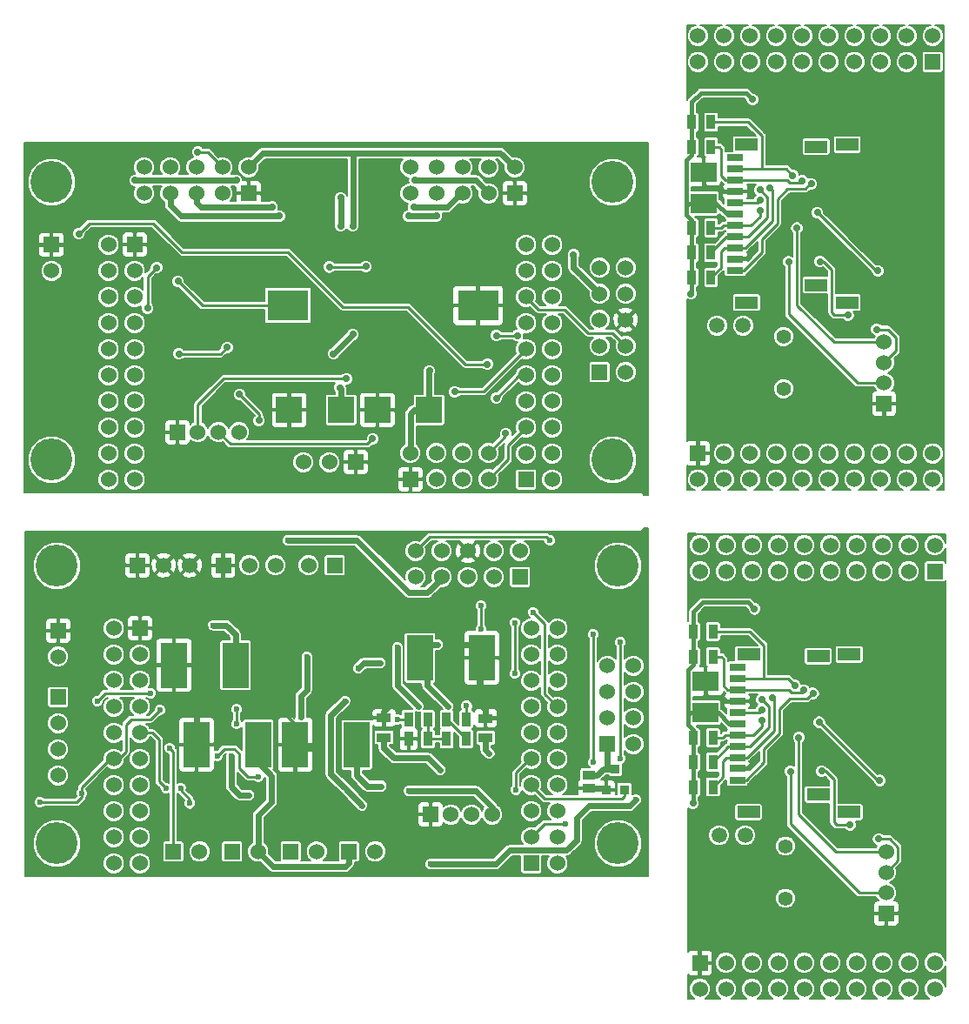
<source format=gbl>
G04 (created by PCBNEW (2013-may-18)-stable) date Сб 30 апр 2016 21:14:55*
%MOIN*%
G04 Gerber Fmt 3.4, Leading zero omitted, Abs format*
%FSLAX34Y34*%
G01*
G70*
G90*
G04 APERTURE LIST*
%ADD10C,0.00590551*%
%ADD11R,0.035X0.055*%
%ADD12R,0.06X0.06*%
%ADD13C,0.06*%
%ADD14C,0.056*%
%ADD15C,0.0590551*%
%ADD16R,0.062X0.026*%
%ADD17R,0.086X0.046*%
%ADD18R,0.0984X0.0768*%
%ADD19R,0.15748X0.11811*%
%ADD20R,0.1004X0.0984*%
%ADD21C,0.16*%
%ADD22R,0.055X0.035*%
%ADD23R,0.036X0.036*%
%ADD24R,0.05X0.038*%
%ADD25R,0.1004X0.1732*%
%ADD26C,0.0275591*%
%ADD27C,0.023622*%
%ADD28C,0.015748*%
%ADD29C,0.023622*%
%ADD30C,0.01*%
%ADD31C,0.00787402*%
G04 APERTURE END LIST*
G54D10*
G54D11*
X81197Y-67053D03*
X80447Y-67053D03*
X81197Y-63955D03*
X80447Y-63955D03*
X81197Y-63000D03*
X80447Y-63000D03*
X81197Y-68943D03*
X80447Y-68943D03*
X81197Y-67998D03*
X80447Y-67998D03*
G54D12*
X87830Y-73786D03*
G54D13*
X87830Y-72998D03*
X87830Y-72211D03*
X87830Y-71423D03*
G54D14*
X83972Y-73211D03*
X83972Y-71211D03*
G54D12*
X80692Y-75687D03*
G54D13*
X80692Y-76687D03*
X81692Y-75687D03*
X81692Y-76687D03*
X82692Y-75687D03*
X82692Y-76687D03*
X83692Y-75687D03*
X83692Y-76687D03*
X84692Y-75687D03*
X84692Y-76687D03*
X85692Y-75687D03*
X85692Y-76687D03*
X86692Y-75687D03*
X86692Y-76687D03*
X87692Y-75687D03*
X87692Y-76687D03*
X88692Y-75687D03*
X88692Y-76687D03*
X89692Y-75687D03*
X89692Y-76687D03*
G54D12*
X89692Y-60687D03*
G54D13*
X89692Y-59687D03*
X88692Y-60687D03*
X88692Y-59687D03*
X87692Y-60687D03*
X87692Y-59687D03*
X86692Y-60687D03*
X86692Y-59687D03*
X85692Y-60687D03*
X85692Y-59687D03*
X84692Y-60687D03*
X84692Y-59687D03*
X83692Y-60687D03*
X83692Y-59687D03*
X82692Y-60687D03*
X82692Y-59687D03*
X81692Y-60687D03*
X81692Y-59687D03*
X80692Y-60687D03*
X80692Y-59687D03*
G54D15*
X81425Y-70793D03*
X82425Y-70793D03*
G54D16*
X82125Y-68685D03*
X82125Y-67815D03*
X82125Y-67385D03*
X82125Y-66955D03*
X82125Y-66515D03*
X82125Y-66085D03*
X82125Y-65655D03*
X82125Y-65215D03*
X82125Y-64785D03*
X82125Y-68241D03*
G54D17*
X85225Y-69235D03*
X85225Y-63935D03*
G54D16*
X82125Y-64355D03*
G54D17*
X86416Y-63864D03*
X86416Y-69907D03*
X82558Y-63864D03*
X82558Y-69907D03*
G54D18*
X80905Y-66105D03*
X80905Y-64905D03*
G54D11*
X81122Y-47528D03*
X80372Y-47528D03*
X81122Y-44430D03*
X80372Y-44430D03*
X81122Y-43475D03*
X80372Y-43475D03*
X81122Y-49418D03*
X80372Y-49418D03*
X81122Y-48473D03*
X80372Y-48473D03*
G54D12*
X87755Y-54261D03*
G54D13*
X87755Y-53473D03*
X87755Y-52686D03*
X87755Y-51898D03*
G54D14*
X83897Y-53686D03*
X83897Y-51686D03*
G54D12*
X80617Y-56162D03*
G54D13*
X80617Y-57162D03*
X81617Y-56162D03*
X81617Y-57162D03*
X82617Y-56162D03*
X82617Y-57162D03*
X83617Y-56162D03*
X83617Y-57162D03*
X84617Y-56162D03*
X84617Y-57162D03*
X85617Y-56162D03*
X85617Y-57162D03*
X86617Y-56162D03*
X86617Y-57162D03*
X87617Y-56162D03*
X87617Y-57162D03*
X88617Y-56162D03*
X88617Y-57162D03*
X89617Y-56162D03*
X89617Y-57162D03*
G54D12*
X89617Y-41162D03*
G54D13*
X89617Y-40162D03*
X88617Y-41162D03*
X88617Y-40162D03*
X87617Y-41162D03*
X87617Y-40162D03*
X86617Y-41162D03*
X86617Y-40162D03*
X85617Y-41162D03*
X85617Y-40162D03*
X84617Y-41162D03*
X84617Y-40162D03*
X83617Y-41162D03*
X83617Y-40162D03*
X82617Y-41162D03*
X82617Y-40162D03*
X81617Y-41162D03*
X81617Y-40162D03*
X80617Y-41162D03*
X80617Y-40162D03*
G54D15*
X81350Y-51268D03*
X82350Y-51268D03*
G54D16*
X82050Y-49160D03*
X82050Y-48290D03*
X82050Y-47860D03*
X82050Y-47430D03*
X82050Y-46990D03*
X82050Y-46560D03*
X82050Y-46130D03*
X82050Y-45690D03*
X82050Y-45260D03*
X82050Y-48716D03*
G54D17*
X85150Y-49710D03*
X85150Y-44410D03*
G54D16*
X82050Y-44830D03*
G54D17*
X86341Y-44339D03*
X86341Y-50382D03*
X82483Y-44339D03*
X82483Y-50382D03*
G54D18*
X80830Y-46580D03*
X80830Y-45380D03*
G54D12*
X74037Y-57167D03*
G54D13*
X75037Y-57167D03*
X74037Y-56167D03*
X75037Y-56167D03*
X74037Y-55167D03*
X75037Y-55167D03*
X74037Y-54167D03*
X75037Y-54167D03*
X74037Y-53167D03*
X75037Y-53167D03*
X74037Y-52167D03*
X75037Y-52167D03*
X74037Y-51167D03*
X75037Y-51167D03*
X74037Y-50167D03*
X75037Y-50167D03*
X74037Y-49167D03*
X75037Y-49167D03*
X74037Y-48167D03*
X75037Y-48167D03*
G54D12*
X59037Y-48167D03*
G54D13*
X58037Y-48167D03*
X59037Y-49167D03*
X58037Y-49167D03*
X59037Y-50167D03*
X58037Y-50167D03*
X59037Y-51167D03*
X58037Y-51167D03*
X59037Y-52167D03*
X58037Y-52167D03*
X59037Y-53167D03*
X58037Y-53167D03*
X59037Y-54167D03*
X58037Y-54167D03*
X59037Y-55167D03*
X58037Y-55167D03*
X59037Y-56167D03*
X58037Y-56167D03*
X59037Y-57167D03*
X58037Y-57167D03*
G54D12*
X69600Y-57150D03*
G54D13*
X69600Y-56150D03*
X70600Y-57150D03*
X70600Y-56150D03*
X71600Y-57150D03*
X71600Y-56150D03*
X72600Y-57150D03*
X72600Y-56150D03*
G54D12*
X67500Y-56500D03*
G54D13*
X66500Y-56500D03*
X65500Y-56500D03*
G54D12*
X55850Y-48175D03*
G54D13*
X55850Y-49175D03*
G54D19*
X64909Y-50500D03*
X72193Y-50500D03*
G54D20*
X66944Y-54500D03*
X64956Y-54500D03*
X70319Y-54500D03*
X68331Y-54500D03*
G54D12*
X60668Y-55350D03*
G54D13*
X61456Y-55350D03*
X62243Y-55350D03*
X63031Y-55350D03*
G54D12*
X63400Y-46200D03*
G54D13*
X63400Y-45200D03*
X62400Y-46200D03*
X62400Y-45200D03*
X61400Y-46200D03*
X61400Y-45200D03*
X60400Y-46200D03*
X60400Y-45200D03*
X59400Y-46200D03*
X59400Y-45200D03*
G54D12*
X73600Y-46200D03*
G54D13*
X73600Y-45200D03*
X72600Y-46200D03*
X72600Y-45200D03*
X71600Y-46200D03*
X71600Y-45200D03*
X70600Y-46200D03*
X70600Y-45200D03*
X69600Y-46200D03*
X69600Y-45200D03*
G54D12*
X76850Y-53050D03*
G54D13*
X77850Y-53050D03*
X76850Y-52050D03*
X77850Y-52050D03*
X76850Y-51050D03*
X77850Y-51050D03*
X76850Y-50050D03*
X77850Y-50050D03*
X76850Y-49050D03*
X77850Y-49050D03*
G54D21*
X55850Y-56400D03*
X55850Y-45770D03*
X77350Y-45770D03*
X77350Y-56400D03*
G54D11*
X70986Y-66353D03*
X71736Y-66353D03*
X70279Y-67101D03*
X69529Y-67101D03*
X70279Y-66353D03*
X69529Y-66353D03*
X70986Y-67101D03*
X71736Y-67101D03*
G54D22*
X68585Y-67043D03*
X68585Y-66293D03*
X72483Y-66313D03*
X72483Y-67063D03*
G54D12*
X56100Y-65500D03*
G54D13*
X56100Y-66500D03*
X56100Y-67500D03*
X56100Y-68500D03*
G54D12*
X59150Y-60450D03*
G54D13*
X60150Y-60450D03*
X61150Y-60450D03*
G54D12*
X60520Y-71422D03*
G54D13*
X61520Y-71422D03*
G54D12*
X66700Y-60450D03*
G54D13*
X65700Y-60450D03*
G54D12*
X65009Y-71422D03*
G54D13*
X66009Y-71422D03*
G54D12*
X67253Y-71422D03*
G54D13*
X68253Y-71422D03*
G54D12*
X59237Y-62867D03*
G54D13*
X58237Y-62867D03*
X59237Y-63867D03*
X58237Y-63867D03*
X59237Y-64867D03*
X58237Y-64867D03*
X59237Y-65867D03*
X58237Y-65867D03*
X59237Y-66867D03*
X58237Y-66867D03*
X59237Y-67867D03*
X58237Y-67867D03*
X59237Y-68867D03*
X58237Y-68867D03*
X59237Y-69867D03*
X58237Y-69867D03*
X59237Y-70867D03*
X58237Y-70867D03*
X59237Y-71867D03*
X58237Y-71867D03*
G54D12*
X74237Y-71867D03*
G54D13*
X75237Y-71867D03*
X74237Y-70867D03*
X75237Y-70867D03*
X74237Y-69867D03*
X75237Y-69867D03*
X74237Y-68867D03*
X75237Y-68867D03*
X74237Y-67867D03*
X75237Y-67867D03*
X74237Y-66867D03*
X75237Y-66867D03*
X74237Y-65867D03*
X75237Y-65867D03*
X74237Y-64867D03*
X75237Y-64867D03*
X74237Y-63867D03*
X75237Y-63867D03*
X74237Y-62867D03*
X75237Y-62867D03*
G54D12*
X62425Y-60450D03*
G54D13*
X63425Y-60450D03*
X64425Y-60450D03*
G54D12*
X62770Y-71422D03*
G54D13*
X63770Y-71422D03*
G54D12*
X70368Y-70000D03*
G54D13*
X71156Y-70000D03*
X71943Y-70000D03*
X72731Y-70000D03*
G54D12*
X77150Y-67300D03*
G54D13*
X78150Y-67300D03*
X77150Y-66300D03*
X78150Y-66300D03*
X77150Y-65300D03*
X78150Y-65300D03*
X77150Y-64300D03*
X78150Y-64300D03*
G54D21*
X77550Y-60470D03*
X77550Y-71100D03*
X56050Y-71100D03*
X56050Y-60470D03*
G54D12*
X56100Y-62950D03*
G54D13*
X56100Y-63950D03*
G54D12*
X73800Y-60900D03*
G54D13*
X73800Y-59900D03*
X72800Y-60900D03*
X72800Y-59900D03*
X71800Y-60900D03*
X71800Y-59900D03*
X70800Y-60900D03*
X70800Y-59900D03*
X69800Y-60900D03*
X69800Y-59900D03*
G54D23*
X77100Y-69050D03*
X77800Y-69050D03*
X77450Y-68250D03*
G54D24*
X76450Y-68500D03*
X76450Y-69000D03*
G54D25*
X67551Y-67330D03*
X65189Y-67330D03*
X63761Y-67320D03*
X61399Y-67320D03*
X69969Y-64000D03*
X72331Y-64000D03*
X62901Y-64280D03*
X60539Y-64280D03*
G54D26*
X82785Y-62125D03*
X80428Y-69573D03*
X82710Y-42600D03*
X80353Y-50048D03*
X62925Y-45700D03*
X59050Y-45700D03*
X75850Y-48550D03*
X66925Y-47450D03*
X66925Y-46375D03*
X70325Y-53000D03*
X69775Y-45700D03*
G54D27*
X62050Y-62750D03*
X68480Y-68910D03*
X78240Y-69430D03*
X70375Y-71900D03*
X64900Y-59500D03*
G54D26*
X60700Y-49575D03*
X86835Y-73560D03*
X85271Y-70006D03*
X86728Y-68549D03*
X86846Y-63077D03*
X83184Y-62762D03*
X81925Y-73156D03*
X81610Y-72959D03*
X83460Y-67604D03*
X82751Y-67959D03*
X86760Y-54035D03*
X85196Y-50481D03*
X86653Y-49024D03*
X86771Y-43552D03*
X83109Y-43237D03*
X81850Y-53631D03*
X81535Y-53434D03*
X83385Y-48079D03*
X82676Y-48434D03*
X60750Y-56800D03*
X70500Y-49550D03*
X65125Y-52450D03*
X61075Y-52050D03*
X64500Y-49550D03*
X62800Y-49550D03*
X61075Y-49550D03*
G54D27*
X63830Y-68930D03*
X61415Y-65070D03*
X61415Y-65960D03*
X60455Y-66960D03*
X57140Y-62130D03*
X75520Y-60360D03*
X77640Y-62490D03*
X66520Y-63690D03*
X73240Y-70700D03*
X69130Y-70010D03*
X69400Y-71800D03*
X66110Y-67440D03*
X67900Y-65160D03*
X69250Y-62440D03*
X68240Y-63450D03*
X67910Y-61100D03*
X66960Y-62050D03*
X64880Y-65230D03*
X63810Y-63860D03*
X57530Y-60240D03*
X60100Y-70850D03*
X58700Y-61600D03*
X66500Y-69450D03*
X61350Y-68500D03*
X71700Y-63500D03*
X68750Y-65900D03*
X72350Y-65850D03*
X63700Y-61925D03*
X65000Y-69400D03*
G54D26*
X70600Y-47075D03*
X69525Y-47075D03*
X64575Y-47075D03*
X61450Y-44625D03*
G54D27*
X69100Y-63600D03*
X69900Y-65850D03*
X71755Y-65842D03*
X60375Y-67450D03*
X61150Y-69575D03*
X60230Y-68985D03*
X60795Y-68990D03*
G54D26*
X59525Y-50600D03*
X59875Y-49050D03*
X73250Y-55400D03*
X68150Y-55600D03*
X73700Y-51650D03*
X72900Y-51650D03*
G54D27*
X69550Y-69100D03*
X65400Y-66250D03*
X65630Y-63950D03*
G54D26*
X72900Y-54050D03*
X72550Y-52750D03*
X56900Y-47750D03*
X66500Y-49025D03*
X62575Y-52100D03*
X60725Y-52350D03*
X67900Y-49000D03*
X63800Y-54900D03*
X63050Y-53900D03*
G54D27*
X62200Y-67750D03*
X63775Y-68550D03*
G54D26*
X71300Y-53800D03*
X67150Y-53300D03*
G54D27*
X76600Y-63100D03*
X76600Y-68000D03*
X74950Y-59500D03*
X77650Y-63400D03*
X77650Y-67850D03*
X73650Y-69050D03*
G54D26*
X84169Y-68352D03*
X84094Y-48827D03*
X85271Y-66463D03*
X87545Y-70935D03*
X87585Y-68695D03*
X85196Y-46938D03*
X87470Y-51410D03*
X87510Y-49170D03*
G54D27*
X70650Y-63500D03*
X71050Y-65850D03*
X70751Y-68302D03*
G54D26*
X84484Y-67053D03*
X84409Y-47528D03*
G54D27*
X72621Y-67672D03*
X72300Y-62900D03*
X72300Y-62000D03*
G54D26*
X85035Y-65360D03*
X84960Y-45835D03*
G54D27*
X73600Y-62650D03*
X73600Y-64600D03*
G54D26*
X86445Y-70395D03*
X85365Y-68335D03*
X86370Y-50870D03*
X85290Y-48810D03*
G54D27*
X74300Y-62250D03*
X62740Y-67765D03*
X63415Y-69250D03*
X75550Y-70350D03*
G54D26*
X83066Y-66384D03*
X82991Y-46859D03*
X83066Y-65990D03*
X82991Y-46465D03*
X84680Y-65242D03*
X84605Y-45717D03*
X84326Y-65045D03*
X84251Y-45520D03*
X83460Y-65518D03*
X83385Y-45993D03*
X83066Y-65597D03*
X82991Y-46072D03*
G54D27*
X59650Y-65350D03*
X57600Y-65650D03*
X62940Y-65970D03*
X62940Y-66540D03*
G54D26*
X69725Y-46725D03*
X64300Y-46725D03*
G54D27*
X57010Y-69190D03*
X55400Y-69530D03*
X69100Y-66350D03*
X60000Y-66000D03*
G54D26*
X66650Y-52350D03*
X67400Y-51600D03*
X67400Y-47450D03*
X66900Y-53650D03*
G54D27*
X67100Y-65650D03*
X67750Y-69650D03*
X67600Y-64400D03*
X68450Y-64200D03*
G54D28*
X80447Y-62232D02*
X80447Y-63000D01*
X80805Y-61875D02*
X80447Y-62232D01*
X82535Y-61875D02*
X80805Y-61875D01*
X82785Y-62125D02*
X82535Y-61875D01*
X82125Y-66515D02*
X81805Y-66515D01*
X81395Y-66105D02*
X80905Y-66105D01*
X81805Y-66515D02*
X81395Y-66105D01*
X80905Y-66105D02*
X80345Y-66105D01*
X80345Y-66105D02*
X80245Y-66205D01*
X80447Y-67053D02*
X80447Y-66757D01*
X80447Y-64262D02*
X80447Y-63955D01*
X80245Y-64465D02*
X80447Y-64262D01*
X80245Y-66555D02*
X80245Y-66205D01*
X80245Y-66205D02*
X80245Y-64465D01*
X80447Y-66757D02*
X80245Y-66555D01*
X80447Y-63000D02*
X80447Y-63955D01*
X80447Y-67998D02*
X80447Y-67053D01*
X80447Y-68943D02*
X80447Y-67998D01*
X80447Y-68943D02*
X80447Y-69554D01*
X80447Y-69554D02*
X80428Y-69573D01*
X80372Y-42707D02*
X80372Y-43475D01*
X80730Y-42350D02*
X80372Y-42707D01*
X82460Y-42350D02*
X80730Y-42350D01*
X82710Y-42600D02*
X82460Y-42350D01*
X82050Y-46990D02*
X81730Y-46990D01*
X81320Y-46580D02*
X80830Y-46580D01*
X81730Y-46990D02*
X81320Y-46580D01*
X80830Y-46580D02*
X80270Y-46580D01*
X80270Y-46580D02*
X80170Y-46680D01*
X80372Y-47528D02*
X80372Y-47232D01*
X80372Y-44737D02*
X80372Y-44430D01*
X80170Y-44940D02*
X80372Y-44737D01*
X80170Y-47030D02*
X80170Y-46680D01*
X80170Y-46680D02*
X80170Y-44940D01*
X80372Y-47232D02*
X80170Y-47030D01*
X80372Y-43475D02*
X80372Y-44430D01*
X80372Y-48473D02*
X80372Y-47528D01*
X80372Y-49418D02*
X80372Y-48473D01*
X80372Y-49418D02*
X80372Y-50029D01*
X80372Y-50029D02*
X80353Y-50048D01*
G54D29*
X62925Y-45700D02*
X59050Y-45700D01*
X76850Y-50050D02*
X76100Y-49300D01*
X75850Y-49050D02*
X75850Y-48550D01*
X76100Y-49300D02*
X75850Y-49050D01*
X69600Y-56150D02*
X69600Y-54650D01*
X69750Y-54500D02*
X70319Y-54500D01*
X69600Y-54650D02*
X69750Y-54500D01*
X66925Y-46375D02*
X66925Y-47450D01*
X70319Y-53006D02*
X70319Y-54500D01*
X70325Y-53000D02*
X70319Y-53006D01*
X72100Y-45700D02*
X72600Y-46200D01*
X71400Y-45700D02*
X72100Y-45700D01*
X69775Y-45700D02*
X71400Y-45700D01*
X62050Y-62750D02*
X62545Y-62750D01*
X62901Y-63106D02*
X62901Y-64280D01*
X62545Y-62750D02*
X62901Y-63106D01*
X67541Y-67450D02*
X67541Y-68501D01*
X67950Y-68910D02*
X68480Y-68910D01*
X67541Y-68501D02*
X67950Y-68910D01*
X70375Y-71900D02*
X72870Y-71900D01*
X78010Y-69660D02*
X78240Y-69430D01*
X76430Y-69660D02*
X78010Y-69660D01*
X75960Y-70130D02*
X76430Y-69660D01*
X75960Y-70990D02*
X75960Y-70130D01*
X75580Y-71370D02*
X75960Y-70990D01*
X73400Y-71370D02*
X75580Y-71370D01*
X72870Y-71900D02*
X73400Y-71370D01*
X70375Y-71900D02*
X70380Y-71900D01*
X70800Y-60900D02*
X70800Y-60950D01*
X67550Y-59500D02*
X64900Y-59500D01*
X69550Y-61500D02*
X67550Y-59500D01*
X70250Y-61500D02*
X69550Y-61500D01*
X70800Y-60950D02*
X70250Y-61500D01*
G54D30*
X61625Y-50500D02*
X64909Y-50500D01*
X60700Y-49575D02*
X61625Y-50500D01*
G54D28*
X59037Y-49167D02*
X59037Y-49171D01*
X82125Y-65655D02*
X81695Y-65655D01*
X80905Y-65385D02*
X80905Y-64905D01*
X81015Y-65495D02*
X80905Y-65385D01*
X81535Y-65495D02*
X81015Y-65495D01*
X81695Y-65655D02*
X81535Y-65495D01*
G54D30*
X82121Y-68241D02*
X82469Y-68241D01*
X82469Y-68241D02*
X82751Y-67959D01*
G54D28*
X82050Y-46130D02*
X81620Y-46130D01*
X80830Y-45860D02*
X80830Y-45380D01*
X80940Y-45970D02*
X80830Y-45860D01*
X81460Y-45970D02*
X80940Y-45970D01*
X81620Y-46130D02*
X81460Y-45970D01*
G54D30*
X82046Y-48716D02*
X82394Y-48716D01*
X82394Y-48716D02*
X82676Y-48434D01*
G54D29*
X61415Y-65960D02*
X61415Y-65070D01*
X61399Y-65976D02*
X61415Y-65960D01*
X61399Y-67320D02*
X61399Y-65976D01*
G54D30*
X57780Y-60450D02*
X57780Y-61490D01*
X57780Y-61490D02*
X57140Y-62130D01*
X75520Y-60360D02*
X75520Y-60370D01*
X71800Y-59940D02*
X72220Y-60360D01*
X72220Y-60360D02*
X75520Y-60360D01*
X71800Y-59900D02*
X71800Y-59940D01*
X75520Y-60370D02*
X77640Y-62490D01*
X66520Y-65160D02*
X66520Y-63690D01*
X69130Y-70690D02*
X73230Y-70690D01*
X73230Y-70690D02*
X73240Y-70700D01*
X69130Y-70010D02*
X69130Y-70690D01*
X69130Y-70690D02*
X69130Y-71530D01*
X70368Y-70000D02*
X69140Y-70000D01*
X69140Y-70000D02*
X69130Y-70010D01*
X69130Y-71530D02*
X69400Y-71800D01*
X66110Y-67440D02*
X66110Y-65540D01*
G54D29*
X66100Y-67450D02*
X66110Y-67440D01*
X65179Y-67450D02*
X66100Y-67450D01*
G54D30*
X66490Y-65160D02*
X66520Y-65160D01*
X66520Y-65160D02*
X67900Y-65160D01*
X66110Y-65540D02*
X66490Y-65160D01*
X69250Y-62440D02*
X68240Y-63450D01*
X66960Y-62050D02*
X67910Y-61100D01*
X71630Y-63500D02*
X70570Y-62440D01*
X70570Y-62440D02*
X69250Y-62440D01*
X69250Y-62440D02*
X67910Y-61100D01*
X71630Y-63500D02*
X71700Y-63500D01*
X65189Y-67330D02*
X65189Y-66539D01*
X64880Y-66230D02*
X64880Y-65230D01*
X65189Y-66539D02*
X64880Y-66230D01*
G54D29*
X76450Y-69000D02*
X77050Y-69000D01*
X77050Y-69000D02*
X77100Y-69050D01*
G54D30*
X59150Y-60450D02*
X57780Y-60450D01*
X57780Y-60450D02*
X57740Y-60450D01*
X57740Y-60450D02*
X57530Y-60240D01*
G54D29*
X72244Y-63594D02*
X72244Y-64200D01*
X72150Y-63500D02*
X72244Y-63594D01*
X71700Y-63500D02*
X72150Y-63500D01*
X72244Y-64200D02*
X72244Y-65744D01*
X72244Y-65744D02*
X72350Y-65850D01*
X68585Y-66293D02*
X68585Y-66064D01*
X68585Y-66064D02*
X68750Y-65900D01*
X72483Y-66313D02*
X72483Y-65983D01*
X72483Y-65983D02*
X72350Y-65850D01*
X60400Y-46200D02*
X60400Y-46675D01*
X69525Y-47075D02*
X70600Y-47075D01*
X60800Y-47075D02*
X64575Y-47075D01*
X60400Y-46675D02*
X60800Y-47075D01*
G54D30*
X62400Y-45200D02*
X61825Y-44625D01*
X61825Y-44625D02*
X61450Y-44625D01*
X72600Y-57150D02*
X73150Y-56600D01*
X73350Y-55855D02*
X74037Y-55167D01*
X73350Y-56400D02*
X73350Y-55855D01*
X73250Y-56500D02*
X73350Y-56400D01*
X73150Y-56600D02*
X73250Y-56500D01*
G54D29*
X69100Y-65050D02*
X69100Y-63600D01*
X69900Y-65850D02*
X69100Y-65050D01*
G54D30*
X70986Y-66353D02*
X71007Y-66353D01*
X71736Y-67083D02*
X71736Y-67101D01*
X71007Y-66353D02*
X71736Y-67083D01*
X71736Y-65860D02*
X71736Y-66353D01*
X71755Y-65842D02*
X71736Y-65860D01*
X60520Y-71422D02*
X60520Y-67595D01*
X60520Y-67595D02*
X60375Y-67450D01*
X70279Y-67101D02*
X70279Y-66353D01*
X70986Y-67101D02*
X70279Y-67101D01*
X60800Y-69075D02*
X60800Y-68995D01*
X61150Y-69425D02*
X61150Y-69575D01*
X60800Y-69075D02*
X61150Y-69425D01*
X59712Y-66867D02*
X59237Y-66867D01*
X59970Y-67125D02*
X59712Y-66867D01*
X59970Y-68725D02*
X59970Y-67125D01*
X60230Y-68985D02*
X59970Y-68725D01*
X60800Y-68995D02*
X60795Y-68990D01*
G54D28*
X74037Y-50167D02*
X74037Y-50187D01*
G54D30*
X77350Y-51550D02*
X77850Y-52050D01*
X76400Y-51550D02*
X77350Y-51550D01*
X75500Y-50650D02*
X76400Y-51550D01*
X74500Y-50650D02*
X75500Y-50650D01*
X74037Y-50187D02*
X74500Y-50650D01*
X59525Y-50600D02*
X59525Y-49400D01*
X59525Y-49400D02*
X59875Y-49050D01*
X72600Y-56150D02*
X73250Y-55500D01*
X73250Y-55500D02*
X73250Y-55400D01*
X62250Y-55350D02*
X62700Y-55800D01*
X62700Y-55800D02*
X67950Y-55800D01*
X67950Y-55800D02*
X68150Y-55600D01*
X62243Y-55350D02*
X62250Y-55350D01*
X73700Y-51650D02*
X72900Y-51650D01*
G54D29*
X72731Y-69731D02*
X72100Y-69100D01*
X72100Y-69100D02*
X69550Y-69100D01*
X72731Y-69731D02*
X72731Y-70000D01*
X65400Y-65460D02*
X65400Y-66250D01*
X65630Y-65230D02*
X65400Y-65460D01*
X65630Y-63950D02*
X65630Y-65230D01*
G54D30*
X73782Y-53167D02*
X74037Y-53167D01*
X72900Y-54050D02*
X73782Y-53167D01*
X71700Y-52750D02*
X72550Y-52750D01*
X69500Y-50550D02*
X71700Y-52750D01*
X67000Y-50550D02*
X69500Y-50550D01*
X64900Y-48450D02*
X67000Y-50550D01*
X60850Y-48450D02*
X64900Y-48450D01*
X59750Y-47350D02*
X60850Y-48450D01*
X57300Y-47350D02*
X59750Y-47350D01*
X56900Y-47750D02*
X57300Y-47350D01*
X66500Y-49025D02*
X67875Y-49025D01*
X62575Y-52100D02*
X62325Y-52350D01*
X62325Y-52350D02*
X60725Y-52350D01*
X67875Y-49025D02*
X67900Y-49000D01*
X63800Y-54650D02*
X63800Y-54900D01*
X63050Y-53900D02*
X63800Y-54650D01*
X63775Y-68550D02*
X63365Y-68550D01*
X62470Y-67480D02*
X62200Y-67750D01*
X62845Y-67480D02*
X62470Y-67480D01*
X63040Y-67675D02*
X62845Y-67480D01*
X63040Y-68225D02*
X63040Y-67675D01*
X63365Y-68550D02*
X63040Y-68225D01*
X63500Y-53300D02*
X62450Y-53300D01*
X71300Y-53800D02*
X72400Y-53800D01*
X74037Y-52167D02*
X74032Y-52167D01*
X72400Y-53800D02*
X74032Y-52167D01*
X63500Y-53300D02*
X67150Y-53300D01*
X61456Y-54293D02*
X61456Y-55350D01*
X62450Y-53300D02*
X61456Y-54293D01*
X61456Y-55343D02*
X61456Y-55350D01*
X76600Y-68000D02*
X76600Y-63100D01*
X70350Y-59350D02*
X69800Y-59900D01*
X74800Y-59350D02*
X70350Y-59350D01*
X74950Y-59500D02*
X74800Y-59350D01*
X77650Y-66000D02*
X77650Y-63400D01*
X77650Y-67850D02*
X77650Y-66000D01*
G54D29*
X77150Y-67300D02*
X77150Y-68250D01*
X77150Y-68250D02*
X77150Y-68200D01*
X77150Y-68200D02*
X77150Y-68250D01*
X76450Y-68500D02*
X76750Y-68500D01*
X77000Y-68250D02*
X77150Y-68250D01*
X77150Y-68250D02*
X77450Y-68250D01*
X76750Y-68500D02*
X77000Y-68250D01*
G54D30*
X74237Y-68867D02*
X74237Y-68887D01*
X77800Y-69300D02*
X77800Y-69050D01*
X77700Y-69400D02*
X77800Y-69300D01*
X74750Y-69400D02*
X77700Y-69400D01*
X74237Y-68887D02*
X74750Y-69400D01*
X74182Y-67867D02*
X74237Y-67867D01*
X73650Y-68400D02*
X74182Y-67867D01*
X73650Y-69050D02*
X73650Y-68400D01*
X87830Y-72998D02*
X87239Y-72998D01*
X86806Y-72998D02*
X87239Y-72998D01*
X84169Y-70360D02*
X86806Y-72998D01*
X84169Y-68352D02*
X84169Y-70360D01*
X87755Y-53473D02*
X87164Y-53473D01*
X86731Y-53473D02*
X87164Y-53473D01*
X84094Y-50835D02*
X86731Y-53473D01*
X84094Y-48827D02*
X84094Y-50835D01*
X85271Y-66463D02*
X85273Y-66463D01*
X88285Y-71756D02*
X87830Y-72211D01*
X88285Y-71255D02*
X88285Y-71756D01*
X87965Y-70935D02*
X88285Y-71255D01*
X87545Y-70935D02*
X87965Y-70935D01*
X87505Y-68695D02*
X87585Y-68695D01*
X85273Y-66463D02*
X87505Y-68695D01*
X85196Y-46938D02*
X85198Y-46938D01*
X88210Y-52231D02*
X87755Y-52686D01*
X88210Y-51730D02*
X88210Y-52231D01*
X87890Y-51410D02*
X88210Y-51730D01*
X87470Y-51410D02*
X87890Y-51410D01*
X87430Y-49170D02*
X87510Y-49170D01*
X85198Y-46938D02*
X87430Y-49170D01*
G54D29*
X70256Y-63594D02*
X70256Y-64200D01*
X70350Y-63500D02*
X70256Y-63594D01*
X70650Y-63500D02*
X70350Y-63500D01*
X70256Y-65056D02*
X70256Y-64200D01*
X71050Y-65850D02*
X70256Y-65056D01*
X68585Y-67043D02*
X68585Y-67456D01*
X68585Y-67456D02*
X68959Y-67830D01*
X68959Y-67830D02*
X70278Y-67830D01*
X70278Y-67830D02*
X70751Y-68302D01*
G54D30*
X87190Y-71423D02*
X87830Y-71423D01*
X85901Y-71423D02*
X87190Y-71423D01*
X87190Y-71423D02*
X87200Y-71423D01*
X84484Y-70006D02*
X85901Y-71423D01*
X84484Y-67053D02*
X84484Y-70006D01*
X87115Y-51898D02*
X87755Y-51898D01*
X85826Y-51898D02*
X87115Y-51898D01*
X87115Y-51898D02*
X87125Y-51898D01*
X84409Y-50481D02*
X85826Y-51898D01*
X84409Y-47528D02*
X84409Y-50481D01*
G54D29*
X72483Y-67535D02*
X72483Y-67063D01*
X72621Y-67672D02*
X72483Y-67535D01*
G54D30*
X72300Y-62000D02*
X72300Y-62900D01*
X84995Y-65360D02*
X85035Y-65360D01*
X84799Y-65557D02*
X84995Y-65360D01*
X84129Y-65557D02*
X84799Y-65557D01*
X83736Y-65951D02*
X84129Y-65557D01*
X83736Y-66896D02*
X83736Y-65951D01*
X83145Y-67486D02*
X83736Y-66896D01*
X83145Y-67998D02*
X83145Y-67486D01*
X82458Y-68685D02*
X83145Y-67998D01*
X82121Y-68685D02*
X82458Y-68685D01*
X84920Y-45835D02*
X84960Y-45835D01*
X84724Y-46032D02*
X84920Y-45835D01*
X84054Y-46032D02*
X84724Y-46032D01*
X83661Y-46426D02*
X84054Y-46032D01*
X83661Y-47371D02*
X83661Y-46426D01*
X83070Y-47961D02*
X83661Y-47371D01*
X83070Y-48473D02*
X83070Y-47961D01*
X82383Y-49160D02*
X83070Y-48473D01*
X82046Y-49160D02*
X82383Y-49160D01*
X73600Y-64600D02*
X73600Y-62650D01*
X85505Y-68335D02*
X85825Y-68655D01*
X85825Y-68655D02*
X85825Y-70295D01*
X85825Y-70295D02*
X85925Y-70395D01*
X85925Y-70395D02*
X86445Y-70395D01*
X85365Y-68335D02*
X85505Y-68335D01*
X85430Y-48810D02*
X85750Y-49130D01*
X85750Y-49130D02*
X85750Y-50770D01*
X85750Y-50770D02*
X85850Y-50870D01*
X85850Y-50870D02*
X86370Y-50870D01*
X85290Y-48810D02*
X85430Y-48810D01*
X74750Y-65380D02*
X75237Y-65867D01*
X74750Y-62700D02*
X74750Y-65380D01*
X74300Y-62250D02*
X74750Y-62700D01*
G54D29*
X62740Y-67765D02*
X62740Y-68935D01*
X63055Y-69250D02*
X63415Y-69250D01*
X62740Y-68935D02*
X63055Y-69250D01*
G54D30*
X74237Y-70867D02*
X74237Y-70862D01*
X74750Y-70350D02*
X75550Y-70350D01*
X74237Y-70862D02*
X74750Y-70350D01*
X82121Y-66955D02*
X82731Y-66955D01*
X81668Y-66955D02*
X82121Y-66955D01*
X81570Y-67053D02*
X81668Y-66955D01*
X81197Y-67053D02*
X81570Y-67053D01*
X83066Y-66620D02*
X83066Y-66384D01*
X82731Y-66955D02*
X83066Y-66620D01*
X82046Y-47430D02*
X82656Y-47430D01*
X81593Y-47430D02*
X82046Y-47430D01*
X81495Y-47528D02*
X81593Y-47430D01*
X81122Y-47528D02*
X81495Y-47528D01*
X82991Y-47095D02*
X82991Y-46859D01*
X82656Y-47430D02*
X82991Y-47095D01*
X82121Y-66085D02*
X82971Y-66085D01*
X82971Y-66085D02*
X83066Y-65990D01*
X82046Y-46560D02*
X82896Y-46560D01*
X82896Y-46560D02*
X82991Y-46465D01*
X82125Y-65215D02*
X81745Y-65215D01*
X81515Y-63955D02*
X81197Y-63955D01*
X81595Y-64035D02*
X81515Y-63955D01*
X81595Y-65065D02*
X81595Y-64035D01*
X81745Y-65215D02*
X81595Y-65065D01*
X82121Y-65215D02*
X84102Y-65215D01*
X84102Y-65215D02*
X84208Y-65321D01*
X84208Y-65321D02*
X84602Y-65321D01*
X84602Y-65321D02*
X84680Y-65242D01*
X82050Y-45690D02*
X81670Y-45690D01*
X81440Y-44430D02*
X81122Y-44430D01*
X81520Y-44510D02*
X81440Y-44430D01*
X81520Y-45540D02*
X81520Y-44510D01*
X81670Y-45690D02*
X81520Y-45540D01*
X82046Y-45690D02*
X84027Y-45690D01*
X84027Y-45690D02*
X84133Y-45796D01*
X84133Y-45796D02*
X84527Y-45796D01*
X84527Y-45796D02*
X84605Y-45717D01*
X81197Y-63000D02*
X82620Y-63000D01*
X83145Y-63525D02*
X83145Y-64785D01*
X82620Y-63000D02*
X83145Y-63525D01*
X84066Y-64785D02*
X84326Y-65045D01*
X82121Y-64785D02*
X83145Y-64785D01*
X83145Y-64785D02*
X84066Y-64785D01*
X81122Y-43475D02*
X82545Y-43475D01*
X83070Y-44000D02*
X83070Y-45260D01*
X82545Y-43475D02*
X83070Y-44000D01*
X83991Y-45260D02*
X84251Y-45520D01*
X82046Y-45260D02*
X83070Y-45260D01*
X83070Y-45260D02*
X83991Y-45260D01*
X83539Y-65597D02*
X83460Y-65518D01*
X83539Y-66778D02*
X83539Y-65597D01*
X82501Y-67815D02*
X83539Y-66778D01*
X82121Y-67815D02*
X81714Y-67815D01*
X82121Y-67815D02*
X82501Y-67815D01*
X81714Y-67815D02*
X81570Y-67959D01*
X81570Y-68570D02*
X81197Y-68943D01*
X81570Y-67959D02*
X81570Y-68570D01*
X83464Y-46072D02*
X83385Y-45993D01*
X83464Y-47253D02*
X83464Y-46072D01*
X82426Y-48290D02*
X83464Y-47253D01*
X82046Y-48290D02*
X81639Y-48290D01*
X82046Y-48290D02*
X82426Y-48290D01*
X81639Y-48290D02*
X81495Y-48434D01*
X81495Y-49045D02*
X81122Y-49418D01*
X81495Y-48434D02*
X81495Y-49045D01*
X83342Y-65872D02*
X83066Y-65597D01*
X83342Y-66660D02*
X83342Y-65872D01*
X82616Y-67385D02*
X83342Y-66660D01*
X82121Y-67385D02*
X82616Y-67385D01*
X81789Y-67385D02*
X82121Y-67385D01*
X81197Y-67998D02*
X81197Y-67977D01*
X81197Y-67977D02*
X81789Y-67385D01*
X83267Y-46347D02*
X82991Y-46072D01*
X83267Y-47135D02*
X83267Y-46347D01*
X82541Y-47860D02*
X83267Y-47135D01*
X82046Y-47860D02*
X82541Y-47860D01*
X81714Y-47860D02*
X82046Y-47860D01*
X81122Y-48473D02*
X81122Y-48452D01*
X81122Y-48452D02*
X81714Y-47860D01*
X57900Y-65350D02*
X59650Y-65350D01*
X57600Y-65650D02*
X57900Y-65350D01*
X62940Y-66540D02*
X62940Y-65970D01*
G54D29*
X61400Y-46200D02*
X61400Y-46550D01*
X71525Y-46200D02*
X71600Y-46200D01*
X71000Y-46725D02*
X71525Y-46200D01*
X69725Y-46725D02*
X71000Y-46725D01*
X61575Y-46725D02*
X64300Y-46725D01*
X61400Y-46550D02*
X61575Y-46725D01*
G54D30*
X57010Y-69190D02*
X57010Y-69330D01*
X58092Y-67867D02*
X57010Y-68950D01*
X57010Y-68950D02*
X57010Y-69190D01*
X58237Y-67867D02*
X58092Y-67867D01*
X56810Y-69530D02*
X55400Y-69530D01*
X57010Y-69330D02*
X56810Y-69530D01*
X69100Y-66350D02*
X69103Y-66353D01*
X69103Y-66353D02*
X69529Y-66353D01*
X58237Y-67867D02*
X58432Y-67867D01*
X59650Y-66350D02*
X60000Y-66000D01*
X58900Y-66350D02*
X59650Y-66350D01*
X58700Y-66550D02*
X58900Y-66350D01*
X58700Y-67600D02*
X58700Y-66550D01*
X58432Y-67867D02*
X58700Y-67600D01*
G54D29*
X66650Y-52350D02*
X67400Y-51600D01*
X67400Y-47450D02*
X67400Y-44650D01*
X67400Y-44650D02*
X67400Y-44700D01*
X67400Y-44700D02*
X67400Y-44650D01*
X63400Y-45200D02*
X63950Y-44650D01*
X63950Y-44650D02*
X67400Y-44650D01*
X73050Y-44650D02*
X73600Y-45200D01*
X67400Y-44650D02*
X73050Y-44650D01*
X66944Y-53694D02*
X66944Y-54500D01*
X66900Y-53650D02*
X66944Y-53694D01*
X63770Y-71422D02*
X63770Y-70030D01*
X63761Y-68006D02*
X63761Y-67320D01*
X64280Y-68525D02*
X63761Y-68006D01*
X64280Y-69520D02*
X64280Y-68525D01*
X63770Y-70030D02*
X64280Y-69520D01*
X67100Y-69000D02*
X66550Y-68450D01*
X67750Y-69650D02*
X67100Y-69000D01*
X66550Y-66200D02*
X67100Y-65650D01*
X66550Y-68450D02*
X66550Y-66200D01*
X67600Y-64400D02*
X67800Y-64200D01*
X67800Y-64200D02*
X68450Y-64200D01*
X63770Y-71422D02*
X63772Y-71422D01*
X67253Y-71846D02*
X67253Y-71422D01*
X67100Y-72000D02*
X67253Y-71846D01*
X64350Y-72000D02*
X67100Y-72000D01*
X63772Y-71422D02*
X64350Y-72000D01*
G54D10*
G36*
X78702Y-57760D02*
X78539Y-57760D01*
X78536Y-57743D01*
X78504Y-57695D01*
X78456Y-57663D01*
X78400Y-57652D01*
X78350Y-57652D01*
X78350Y-51129D01*
X78342Y-50932D01*
X78281Y-50784D01*
X78268Y-50780D01*
X78268Y-45588D01*
X78128Y-45250D01*
X77870Y-44992D01*
X77533Y-44852D01*
X77168Y-44851D01*
X76830Y-44991D01*
X76572Y-45249D01*
X76432Y-45586D01*
X76431Y-45951D01*
X76571Y-46289D01*
X76829Y-46547D01*
X77166Y-46688D01*
X77531Y-46688D01*
X77869Y-46548D01*
X78127Y-46290D01*
X78267Y-45953D01*
X78268Y-45588D01*
X78268Y-50780D01*
X78268Y-50780D01*
X78268Y-49967D01*
X78268Y-48967D01*
X78204Y-48813D01*
X78087Y-48695D01*
X77933Y-48631D01*
X77767Y-48631D01*
X77613Y-48695D01*
X77495Y-48812D01*
X77431Y-48966D01*
X77431Y-49132D01*
X77495Y-49286D01*
X77612Y-49404D01*
X77766Y-49468D01*
X77932Y-49468D01*
X78086Y-49404D01*
X78204Y-49287D01*
X78268Y-49133D01*
X78268Y-48967D01*
X78268Y-49967D01*
X78204Y-49813D01*
X78087Y-49695D01*
X77933Y-49631D01*
X77767Y-49631D01*
X77613Y-49695D01*
X77495Y-49812D01*
X77431Y-49966D01*
X77431Y-50132D01*
X77495Y-50286D01*
X77612Y-50404D01*
X77766Y-50468D01*
X77932Y-50468D01*
X78086Y-50404D01*
X78204Y-50287D01*
X78268Y-50133D01*
X78268Y-49967D01*
X78268Y-50780D01*
X78200Y-50755D01*
X78144Y-50811D01*
X78144Y-50699D01*
X78115Y-50618D01*
X77929Y-50549D01*
X77732Y-50557D01*
X77584Y-50618D01*
X77555Y-50699D01*
X77850Y-50994D01*
X78144Y-50699D01*
X78144Y-50811D01*
X77905Y-51050D01*
X78200Y-51344D01*
X78281Y-51315D01*
X78350Y-51129D01*
X78350Y-57652D01*
X78268Y-57652D01*
X78268Y-56218D01*
X78268Y-56217D01*
X78268Y-52967D01*
X78268Y-51967D01*
X78204Y-51813D01*
X78144Y-51753D01*
X78144Y-51400D01*
X77850Y-51105D01*
X77794Y-51161D01*
X77794Y-51050D01*
X77499Y-50755D01*
X77418Y-50784D01*
X77349Y-50970D01*
X77357Y-51167D01*
X77418Y-51315D01*
X77499Y-51344D01*
X77794Y-51050D01*
X77794Y-51161D01*
X77555Y-51400D01*
X77584Y-51481D01*
X77770Y-51550D01*
X77967Y-51542D01*
X78115Y-51481D01*
X78144Y-51400D01*
X78144Y-51753D01*
X78087Y-51695D01*
X77933Y-51631D01*
X77767Y-51631D01*
X77698Y-51660D01*
X77468Y-51431D01*
X77414Y-51394D01*
X77350Y-51381D01*
X77349Y-51381D01*
X77109Y-51381D01*
X77204Y-51287D01*
X77268Y-51133D01*
X77268Y-50967D01*
X77268Y-49967D01*
X77268Y-48967D01*
X77204Y-48813D01*
X77087Y-48695D01*
X76933Y-48631D01*
X76767Y-48631D01*
X76613Y-48695D01*
X76495Y-48812D01*
X76431Y-48966D01*
X76431Y-49132D01*
X76495Y-49286D01*
X76612Y-49404D01*
X76766Y-49468D01*
X76932Y-49468D01*
X77086Y-49404D01*
X77204Y-49287D01*
X77268Y-49133D01*
X77268Y-48967D01*
X77268Y-49967D01*
X77204Y-49813D01*
X77087Y-49695D01*
X76933Y-49631D01*
X76767Y-49631D01*
X76766Y-49632D01*
X76267Y-49132D01*
X76267Y-49132D01*
X76267Y-49132D01*
X76086Y-48952D01*
X76086Y-48648D01*
X76105Y-48601D01*
X76105Y-48499D01*
X76067Y-48405D01*
X75995Y-48333D01*
X75901Y-48294D01*
X75799Y-48294D01*
X75705Y-48332D01*
X75633Y-48404D01*
X75594Y-48498D01*
X75594Y-48600D01*
X75613Y-48648D01*
X75613Y-49050D01*
X75631Y-49140D01*
X75682Y-49217D01*
X75932Y-49467D01*
X75932Y-49467D01*
X75932Y-49467D01*
X76432Y-49966D01*
X76431Y-49966D01*
X76431Y-50132D01*
X76495Y-50286D01*
X76612Y-50404D01*
X76766Y-50468D01*
X76932Y-50468D01*
X77086Y-50404D01*
X77204Y-50287D01*
X77268Y-50133D01*
X77268Y-49967D01*
X77268Y-50967D01*
X77204Y-50813D01*
X77087Y-50695D01*
X76933Y-50631D01*
X76767Y-50631D01*
X76613Y-50695D01*
X76495Y-50812D01*
X76431Y-50966D01*
X76431Y-51132D01*
X76495Y-51286D01*
X76590Y-51381D01*
X76469Y-51381D01*
X75618Y-50531D01*
X75564Y-50494D01*
X75500Y-50481D01*
X75499Y-50481D01*
X75314Y-50481D01*
X75391Y-50404D01*
X75455Y-50251D01*
X75455Y-50084D01*
X75455Y-49084D01*
X75455Y-48084D01*
X75392Y-47931D01*
X75274Y-47813D01*
X75120Y-47749D01*
X74954Y-47749D01*
X74800Y-47813D01*
X74683Y-47930D01*
X74619Y-48084D01*
X74619Y-48250D01*
X74682Y-48404D01*
X74800Y-48521D01*
X74953Y-48585D01*
X75120Y-48585D01*
X75273Y-48522D01*
X75391Y-48404D01*
X75455Y-48251D01*
X75455Y-48084D01*
X75455Y-49084D01*
X75392Y-48931D01*
X75274Y-48813D01*
X75120Y-48749D01*
X74954Y-48749D01*
X74800Y-48813D01*
X74683Y-48930D01*
X74619Y-49084D01*
X74619Y-49250D01*
X74682Y-49404D01*
X74800Y-49521D01*
X74953Y-49585D01*
X75120Y-49585D01*
X75273Y-49522D01*
X75391Y-49404D01*
X75455Y-49251D01*
X75455Y-49084D01*
X75455Y-50084D01*
X75392Y-49931D01*
X75274Y-49813D01*
X75120Y-49749D01*
X74954Y-49749D01*
X74800Y-49813D01*
X74683Y-49930D01*
X74619Y-50084D01*
X74619Y-50250D01*
X74682Y-50404D01*
X74760Y-50481D01*
X74569Y-50481D01*
X74421Y-50333D01*
X74455Y-50251D01*
X74455Y-50084D01*
X74455Y-49084D01*
X74455Y-48084D01*
X74392Y-47931D01*
X74274Y-47813D01*
X74120Y-47749D01*
X74096Y-47749D01*
X74096Y-46461D01*
X74096Y-45938D01*
X74096Y-45860D01*
X74066Y-45788D01*
X74018Y-45739D01*
X74018Y-45117D01*
X73954Y-44963D01*
X73837Y-44845D01*
X73683Y-44781D01*
X73517Y-44781D01*
X73516Y-44782D01*
X73217Y-44482D01*
X73140Y-44431D01*
X73050Y-44413D01*
X67400Y-44413D01*
X63950Y-44413D01*
X63859Y-44431D01*
X63782Y-44482D01*
X63483Y-44782D01*
X63483Y-44781D01*
X63317Y-44781D01*
X63163Y-44845D01*
X63045Y-44962D01*
X62981Y-45116D01*
X62981Y-45282D01*
X63045Y-45436D01*
X63162Y-45554D01*
X63316Y-45618D01*
X63482Y-45618D01*
X63636Y-45554D01*
X63754Y-45437D01*
X63818Y-45283D01*
X63818Y-45117D01*
X63817Y-45116D01*
X64047Y-44886D01*
X67163Y-44886D01*
X67163Y-46282D01*
X67142Y-46230D01*
X67070Y-46158D01*
X66976Y-46119D01*
X66874Y-46119D01*
X66780Y-46157D01*
X66708Y-46229D01*
X66669Y-46323D01*
X66669Y-46425D01*
X66688Y-46473D01*
X66688Y-47351D01*
X66669Y-47398D01*
X66669Y-47500D01*
X66707Y-47594D01*
X66779Y-47666D01*
X66873Y-47705D01*
X66975Y-47705D01*
X67069Y-47667D01*
X67141Y-47595D01*
X67162Y-47545D01*
X67182Y-47594D01*
X67254Y-47666D01*
X67348Y-47705D01*
X67450Y-47705D01*
X67544Y-47667D01*
X67616Y-47595D01*
X67655Y-47501D01*
X67655Y-47399D01*
X67636Y-47351D01*
X67636Y-44886D01*
X69322Y-44886D01*
X69245Y-44962D01*
X69181Y-45116D01*
X69181Y-45282D01*
X69245Y-45436D01*
X69362Y-45554D01*
X69516Y-45618D01*
X69531Y-45618D01*
X69519Y-45648D01*
X69519Y-45750D01*
X69531Y-45781D01*
X69517Y-45781D01*
X69363Y-45845D01*
X69245Y-45962D01*
X69181Y-46116D01*
X69181Y-46282D01*
X69245Y-46436D01*
X69362Y-46554D01*
X69495Y-46609D01*
X69469Y-46673D01*
X69469Y-46775D01*
X69486Y-46819D01*
X69474Y-46819D01*
X69380Y-46857D01*
X69308Y-46929D01*
X69269Y-47023D01*
X69269Y-47125D01*
X69307Y-47219D01*
X69379Y-47291D01*
X69473Y-47330D01*
X69575Y-47330D01*
X69623Y-47311D01*
X70501Y-47311D01*
X70548Y-47330D01*
X70650Y-47330D01*
X70744Y-47292D01*
X70816Y-47220D01*
X70855Y-47126D01*
X70855Y-47024D01*
X70829Y-46961D01*
X71000Y-46961D01*
X71090Y-46943D01*
X71167Y-46892D01*
X71463Y-46595D01*
X71516Y-46618D01*
X71682Y-46618D01*
X71836Y-46554D01*
X71954Y-46437D01*
X72018Y-46283D01*
X72018Y-46117D01*
X71954Y-45963D01*
X71927Y-45936D01*
X72002Y-45936D01*
X72182Y-46116D01*
X72181Y-46116D01*
X72181Y-46282D01*
X72245Y-46436D01*
X72362Y-46554D01*
X72516Y-46618D01*
X72682Y-46618D01*
X72836Y-46554D01*
X72954Y-46437D01*
X73018Y-46283D01*
X73018Y-46117D01*
X72954Y-45963D01*
X72837Y-45845D01*
X72683Y-45781D01*
X72517Y-45781D01*
X72516Y-45782D01*
X72267Y-45532D01*
X72190Y-45481D01*
X72100Y-45463D01*
X71927Y-45463D01*
X71954Y-45437D01*
X72018Y-45283D01*
X72018Y-45117D01*
X71954Y-44963D01*
X71877Y-44886D01*
X72322Y-44886D01*
X72245Y-44962D01*
X72181Y-45116D01*
X72181Y-45282D01*
X72245Y-45436D01*
X72362Y-45554D01*
X72516Y-45618D01*
X72682Y-45618D01*
X72836Y-45554D01*
X72954Y-45437D01*
X73018Y-45283D01*
X73018Y-45117D01*
X72954Y-44963D01*
X72877Y-44886D01*
X72952Y-44886D01*
X73182Y-45116D01*
X73181Y-45116D01*
X73181Y-45282D01*
X73245Y-45436D01*
X73362Y-45554D01*
X73516Y-45618D01*
X73682Y-45618D01*
X73836Y-45554D01*
X73954Y-45437D01*
X74018Y-45283D01*
X74018Y-45117D01*
X74018Y-45739D01*
X74011Y-45733D01*
X73938Y-45703D01*
X73688Y-45703D01*
X73639Y-45752D01*
X73639Y-46160D01*
X74047Y-46160D01*
X74096Y-46111D01*
X74096Y-45938D01*
X74096Y-46461D01*
X74096Y-46288D01*
X74047Y-46239D01*
X73639Y-46239D01*
X73639Y-46647D01*
X73688Y-46696D01*
X73938Y-46696D01*
X74011Y-46666D01*
X74066Y-46611D01*
X74096Y-46539D01*
X74096Y-46461D01*
X74096Y-47749D01*
X73954Y-47749D01*
X73800Y-47813D01*
X73683Y-47930D01*
X73619Y-48084D01*
X73619Y-48250D01*
X73682Y-48404D01*
X73800Y-48521D01*
X73953Y-48585D01*
X74120Y-48585D01*
X74273Y-48522D01*
X74391Y-48404D01*
X74455Y-48251D01*
X74455Y-48084D01*
X74455Y-49084D01*
X74392Y-48931D01*
X74274Y-48813D01*
X74120Y-48749D01*
X73954Y-48749D01*
X73800Y-48813D01*
X73683Y-48930D01*
X73619Y-49084D01*
X73619Y-49250D01*
X73682Y-49404D01*
X73800Y-49521D01*
X73953Y-49585D01*
X74120Y-49585D01*
X74273Y-49522D01*
X74391Y-49404D01*
X74455Y-49251D01*
X74455Y-49084D01*
X74455Y-50084D01*
X74392Y-49931D01*
X74274Y-49813D01*
X74120Y-49749D01*
X73954Y-49749D01*
X73800Y-49813D01*
X73683Y-49930D01*
X73619Y-50084D01*
X73619Y-50250D01*
X73682Y-50404D01*
X73800Y-50521D01*
X73953Y-50585D01*
X74120Y-50585D01*
X74175Y-50563D01*
X74381Y-50768D01*
X74381Y-50768D01*
X74435Y-50805D01*
X74435Y-50805D01*
X74487Y-50815D01*
X74499Y-50818D01*
X74499Y-50818D01*
X74500Y-50818D01*
X74795Y-50818D01*
X74683Y-50930D01*
X74619Y-51084D01*
X74619Y-51250D01*
X74682Y-51404D01*
X74800Y-51521D01*
X74953Y-51585D01*
X75120Y-51585D01*
X75273Y-51522D01*
X75391Y-51404D01*
X75455Y-51251D01*
X75455Y-51084D01*
X75392Y-50931D01*
X75279Y-50818D01*
X75430Y-50818D01*
X76281Y-51668D01*
X76281Y-51668D01*
X76335Y-51705D01*
X76400Y-51718D01*
X76590Y-51718D01*
X76495Y-51812D01*
X76431Y-51966D01*
X76431Y-52132D01*
X76495Y-52286D01*
X76612Y-52404D01*
X76766Y-52468D01*
X76932Y-52468D01*
X77086Y-52404D01*
X77204Y-52287D01*
X77268Y-52133D01*
X77268Y-51967D01*
X77204Y-51813D01*
X77109Y-51718D01*
X77280Y-51718D01*
X77460Y-51898D01*
X77431Y-51966D01*
X77431Y-52132D01*
X77495Y-52286D01*
X77612Y-52404D01*
X77766Y-52468D01*
X77932Y-52468D01*
X78086Y-52404D01*
X78204Y-52287D01*
X78268Y-52133D01*
X78268Y-51967D01*
X78268Y-52967D01*
X78204Y-52813D01*
X78087Y-52695D01*
X77933Y-52631D01*
X77767Y-52631D01*
X77613Y-52695D01*
X77495Y-52812D01*
X77431Y-52966D01*
X77431Y-53132D01*
X77495Y-53286D01*
X77612Y-53404D01*
X77766Y-53468D01*
X77932Y-53468D01*
X78086Y-53404D01*
X78204Y-53287D01*
X78268Y-53133D01*
X78268Y-52967D01*
X78268Y-56217D01*
X78128Y-55880D01*
X77870Y-55622D01*
X77533Y-55482D01*
X77268Y-55481D01*
X77268Y-53326D01*
X77268Y-52726D01*
X77250Y-52683D01*
X77216Y-52649D01*
X77173Y-52631D01*
X77126Y-52631D01*
X76526Y-52631D01*
X76483Y-52649D01*
X76449Y-52683D01*
X76431Y-52726D01*
X76431Y-52773D01*
X76431Y-53373D01*
X76449Y-53416D01*
X76483Y-53450D01*
X76526Y-53468D01*
X76573Y-53468D01*
X77173Y-53468D01*
X77216Y-53450D01*
X77250Y-53416D01*
X77268Y-53373D01*
X77268Y-53326D01*
X77268Y-55481D01*
X77168Y-55481D01*
X76830Y-55621D01*
X76572Y-55879D01*
X76432Y-56216D01*
X76431Y-56581D01*
X76571Y-56919D01*
X76829Y-57177D01*
X77166Y-57317D01*
X77531Y-57318D01*
X77869Y-57178D01*
X78127Y-56920D01*
X78267Y-56583D01*
X78268Y-56218D01*
X78268Y-57652D01*
X77800Y-57652D01*
X75455Y-57652D01*
X75455Y-57084D01*
X75455Y-56084D01*
X75455Y-55084D01*
X75455Y-54084D01*
X75455Y-53084D01*
X75455Y-52084D01*
X75392Y-51931D01*
X75274Y-51813D01*
X75120Y-51749D01*
X74954Y-51749D01*
X74800Y-51813D01*
X74683Y-51930D01*
X74619Y-52084D01*
X74619Y-52250D01*
X74682Y-52404D01*
X74800Y-52521D01*
X74953Y-52585D01*
X75120Y-52585D01*
X75273Y-52522D01*
X75391Y-52404D01*
X75455Y-52251D01*
X75455Y-52084D01*
X75455Y-53084D01*
X75392Y-52931D01*
X75274Y-52813D01*
X75120Y-52749D01*
X74954Y-52749D01*
X74800Y-52813D01*
X74683Y-52930D01*
X74619Y-53084D01*
X74619Y-53250D01*
X74682Y-53404D01*
X74800Y-53521D01*
X74953Y-53585D01*
X75120Y-53585D01*
X75273Y-53522D01*
X75391Y-53404D01*
X75455Y-53251D01*
X75455Y-53084D01*
X75455Y-54084D01*
X75392Y-53931D01*
X75274Y-53813D01*
X75120Y-53749D01*
X74954Y-53749D01*
X74800Y-53813D01*
X74683Y-53930D01*
X74619Y-54084D01*
X74619Y-54250D01*
X74682Y-54404D01*
X74800Y-54521D01*
X74953Y-54585D01*
X75120Y-54585D01*
X75273Y-54522D01*
X75391Y-54404D01*
X75455Y-54251D01*
X75455Y-54084D01*
X75455Y-55084D01*
X75392Y-54931D01*
X75274Y-54813D01*
X75120Y-54749D01*
X74954Y-54749D01*
X74800Y-54813D01*
X74683Y-54930D01*
X74619Y-55084D01*
X74619Y-55250D01*
X74682Y-55404D01*
X74800Y-55521D01*
X74953Y-55585D01*
X75120Y-55585D01*
X75273Y-55522D01*
X75391Y-55404D01*
X75455Y-55251D01*
X75455Y-55084D01*
X75455Y-56084D01*
X75392Y-55931D01*
X75274Y-55813D01*
X75120Y-55749D01*
X74954Y-55749D01*
X74800Y-55813D01*
X74683Y-55930D01*
X74619Y-56084D01*
X74619Y-56250D01*
X74682Y-56404D01*
X74800Y-56521D01*
X74953Y-56585D01*
X75120Y-56585D01*
X75273Y-56522D01*
X75391Y-56404D01*
X75455Y-56251D01*
X75455Y-56084D01*
X75455Y-57084D01*
X75392Y-56931D01*
X75274Y-56813D01*
X75120Y-56749D01*
X74954Y-56749D01*
X74800Y-56813D01*
X74683Y-56930D01*
X74619Y-57084D01*
X74619Y-57250D01*
X74682Y-57404D01*
X74800Y-57521D01*
X74953Y-57585D01*
X75120Y-57585D01*
X75273Y-57522D01*
X75391Y-57404D01*
X75455Y-57251D01*
X75455Y-57084D01*
X75455Y-57652D01*
X74455Y-57652D01*
X74455Y-56084D01*
X74455Y-55084D01*
X74455Y-54084D01*
X74455Y-53084D01*
X74455Y-52084D01*
X74392Y-51931D01*
X74274Y-51813D01*
X74120Y-51749D01*
X73954Y-51749D01*
X73931Y-51758D01*
X73955Y-51701D01*
X73955Y-51599D01*
X73949Y-51583D01*
X73953Y-51585D01*
X74120Y-51585D01*
X74273Y-51522D01*
X74391Y-51404D01*
X74455Y-51251D01*
X74455Y-51084D01*
X74392Y-50931D01*
X74274Y-50813D01*
X74120Y-50749D01*
X73954Y-50749D01*
X73800Y-50813D01*
X73683Y-50930D01*
X73619Y-51084D01*
X73619Y-51250D01*
X73678Y-51394D01*
X73649Y-51394D01*
X73560Y-51430D01*
X73560Y-46647D01*
X73560Y-46239D01*
X73560Y-46160D01*
X73560Y-45752D01*
X73511Y-45703D01*
X73261Y-45703D01*
X73188Y-45733D01*
X73133Y-45788D01*
X73103Y-45860D01*
X73103Y-45938D01*
X73103Y-46111D01*
X73152Y-46160D01*
X73560Y-46160D01*
X73560Y-46239D01*
X73152Y-46239D01*
X73103Y-46288D01*
X73103Y-46461D01*
X73103Y-46539D01*
X73133Y-46611D01*
X73188Y-46666D01*
X73261Y-46696D01*
X73511Y-46696D01*
X73560Y-46647D01*
X73560Y-51430D01*
X73555Y-51432D01*
X73506Y-51481D01*
X73177Y-51481D01*
X73177Y-51051D01*
X73177Y-49948D01*
X73177Y-49870D01*
X73147Y-49797D01*
X73092Y-49742D01*
X73019Y-49712D01*
X72281Y-49712D01*
X72232Y-49761D01*
X72232Y-50460D01*
X73128Y-50460D01*
X73177Y-50411D01*
X73177Y-49948D01*
X73177Y-51051D01*
X73177Y-50588D01*
X73128Y-50539D01*
X72232Y-50539D01*
X72232Y-51238D01*
X72281Y-51287D01*
X73019Y-51287D01*
X73092Y-51257D01*
X73147Y-51202D01*
X73177Y-51129D01*
X73177Y-51051D01*
X73177Y-51481D01*
X73093Y-51481D01*
X73045Y-51433D01*
X72951Y-51394D01*
X72849Y-51394D01*
X72755Y-51432D01*
X72683Y-51504D01*
X72644Y-51598D01*
X72644Y-51700D01*
X72682Y-51794D01*
X72754Y-51866D01*
X72848Y-51905D01*
X72950Y-51905D01*
X73044Y-51867D01*
X73093Y-51818D01*
X73506Y-51818D01*
X73554Y-51866D01*
X73648Y-51905D01*
X73707Y-51905D01*
X73683Y-51930D01*
X73619Y-52084D01*
X73619Y-52250D01*
X73646Y-52315D01*
X72805Y-53156D01*
X72805Y-52699D01*
X72767Y-52605D01*
X72695Y-52533D01*
X72601Y-52494D01*
X72499Y-52494D01*
X72405Y-52532D01*
X72356Y-52581D01*
X72153Y-52581D01*
X72153Y-51238D01*
X72153Y-50539D01*
X72153Y-50460D01*
X72153Y-49761D01*
X72104Y-49712D01*
X71366Y-49712D01*
X71294Y-49742D01*
X71239Y-49797D01*
X71209Y-49870D01*
X71209Y-49948D01*
X71209Y-50411D01*
X71258Y-50460D01*
X72153Y-50460D01*
X72153Y-50539D01*
X71258Y-50539D01*
X71209Y-50588D01*
X71209Y-51051D01*
X71209Y-51129D01*
X71239Y-51202D01*
X71294Y-51257D01*
X71366Y-51287D01*
X72104Y-51287D01*
X72153Y-51238D01*
X72153Y-52581D01*
X71769Y-52581D01*
X69618Y-50431D01*
X69564Y-50394D01*
X69500Y-50381D01*
X69499Y-50381D01*
X68155Y-50381D01*
X68155Y-48949D01*
X68117Y-48855D01*
X68045Y-48783D01*
X67951Y-48744D01*
X67849Y-48744D01*
X67755Y-48782D01*
X67683Y-48854D01*
X67682Y-48856D01*
X66693Y-48856D01*
X66645Y-48808D01*
X66551Y-48769D01*
X66449Y-48769D01*
X66355Y-48807D01*
X66283Y-48879D01*
X66244Y-48973D01*
X66244Y-49075D01*
X66282Y-49169D01*
X66354Y-49241D01*
X66448Y-49280D01*
X66550Y-49280D01*
X66644Y-49242D01*
X66693Y-49193D01*
X67731Y-49193D01*
X67754Y-49216D01*
X67848Y-49255D01*
X67950Y-49255D01*
X68044Y-49217D01*
X68116Y-49145D01*
X68155Y-49051D01*
X68155Y-48949D01*
X68155Y-50381D01*
X67069Y-50381D01*
X65018Y-48331D01*
X64964Y-48294D01*
X64900Y-48281D01*
X64899Y-48281D01*
X64830Y-48281D01*
X64830Y-47024D01*
X64792Y-46930D01*
X64720Y-46858D01*
X64626Y-46819D01*
X64538Y-46819D01*
X64555Y-46776D01*
X64555Y-46674D01*
X64517Y-46580D01*
X64445Y-46508D01*
X64351Y-46469D01*
X64249Y-46469D01*
X64201Y-46488D01*
X63896Y-46488D01*
X63896Y-46461D01*
X63896Y-45938D01*
X63896Y-45860D01*
X63866Y-45788D01*
X63811Y-45733D01*
X63738Y-45703D01*
X63488Y-45703D01*
X63439Y-45752D01*
X63439Y-46160D01*
X63847Y-46160D01*
X63896Y-46111D01*
X63896Y-45938D01*
X63896Y-46461D01*
X63896Y-46288D01*
X63847Y-46239D01*
X63439Y-46239D01*
X63439Y-46247D01*
X63360Y-46247D01*
X63360Y-46239D01*
X62952Y-46239D01*
X62903Y-46288D01*
X62903Y-46461D01*
X62903Y-46488D01*
X62702Y-46488D01*
X62754Y-46437D01*
X62818Y-46283D01*
X62818Y-46117D01*
X62754Y-45963D01*
X62727Y-45936D01*
X62826Y-45936D01*
X62873Y-45955D01*
X62903Y-45955D01*
X62903Y-46111D01*
X62952Y-46160D01*
X63360Y-46160D01*
X63360Y-45752D01*
X63311Y-45703D01*
X63180Y-45703D01*
X63180Y-45649D01*
X63142Y-45555D01*
X63070Y-45483D01*
X62976Y-45444D01*
X62874Y-45444D01*
X62826Y-45463D01*
X62727Y-45463D01*
X62754Y-45437D01*
X62818Y-45283D01*
X62818Y-45117D01*
X62754Y-44963D01*
X62637Y-44845D01*
X62483Y-44781D01*
X62317Y-44781D01*
X62248Y-44810D01*
X61943Y-44506D01*
X61889Y-44469D01*
X61825Y-44456D01*
X61824Y-44456D01*
X61643Y-44456D01*
X61595Y-44408D01*
X61501Y-44369D01*
X61399Y-44369D01*
X61305Y-44407D01*
X61233Y-44479D01*
X61194Y-44573D01*
X61194Y-44675D01*
X61232Y-44769D01*
X61266Y-44802D01*
X61163Y-44845D01*
X61045Y-44962D01*
X60981Y-45116D01*
X60981Y-45282D01*
X61045Y-45436D01*
X61072Y-45463D01*
X60727Y-45463D01*
X60754Y-45437D01*
X60818Y-45283D01*
X60818Y-45117D01*
X60754Y-44963D01*
X60637Y-44845D01*
X60483Y-44781D01*
X60317Y-44781D01*
X60163Y-44845D01*
X60045Y-44962D01*
X59981Y-45116D01*
X59981Y-45282D01*
X60045Y-45436D01*
X60072Y-45463D01*
X59727Y-45463D01*
X59754Y-45437D01*
X59818Y-45283D01*
X59818Y-45117D01*
X59754Y-44963D01*
X59637Y-44845D01*
X59483Y-44781D01*
X59317Y-44781D01*
X59163Y-44845D01*
X59045Y-44962D01*
X58981Y-45116D01*
X58981Y-45282D01*
X59045Y-45436D01*
X59052Y-45444D01*
X58999Y-45444D01*
X58905Y-45482D01*
X58833Y-45554D01*
X58794Y-45648D01*
X58794Y-45750D01*
X58832Y-45844D01*
X58904Y-45916D01*
X58998Y-45955D01*
X59052Y-45955D01*
X59045Y-45962D01*
X58981Y-46116D01*
X58981Y-46282D01*
X59045Y-46436D01*
X59162Y-46554D01*
X59316Y-46618D01*
X59482Y-46618D01*
X59636Y-46554D01*
X59754Y-46437D01*
X59818Y-46283D01*
X59818Y-46117D01*
X59754Y-45963D01*
X59727Y-45936D01*
X60072Y-45936D01*
X60045Y-45962D01*
X59981Y-46116D01*
X59981Y-46282D01*
X60045Y-46436D01*
X60162Y-46554D01*
X60163Y-46554D01*
X60163Y-46675D01*
X60181Y-46765D01*
X60232Y-46842D01*
X60632Y-47242D01*
X60632Y-47242D01*
X60709Y-47293D01*
X60709Y-47293D01*
X60799Y-47311D01*
X60800Y-47311D01*
X64476Y-47311D01*
X64523Y-47330D01*
X64625Y-47330D01*
X64719Y-47292D01*
X64791Y-47220D01*
X64830Y-47126D01*
X64830Y-47024D01*
X64830Y-48281D01*
X60919Y-48281D01*
X59868Y-47231D01*
X59814Y-47194D01*
X59750Y-47181D01*
X59749Y-47181D01*
X57300Y-47181D01*
X57299Y-47181D01*
X57287Y-47184D01*
X57235Y-47194D01*
X57181Y-47231D01*
X57181Y-47231D01*
X56918Y-47494D01*
X56849Y-47494D01*
X56768Y-47527D01*
X56768Y-45588D01*
X56628Y-45250D01*
X56370Y-44992D01*
X56033Y-44852D01*
X55668Y-44851D01*
X55330Y-44991D01*
X55072Y-45249D01*
X54932Y-45586D01*
X54931Y-45951D01*
X55071Y-46289D01*
X55329Y-46547D01*
X55666Y-46688D01*
X56031Y-46688D01*
X56369Y-46548D01*
X56627Y-46290D01*
X56767Y-45953D01*
X56768Y-45588D01*
X56768Y-47527D01*
X56755Y-47532D01*
X56683Y-47604D01*
X56644Y-47698D01*
X56644Y-47800D01*
X56682Y-47894D01*
X56754Y-47966D01*
X56848Y-48005D01*
X56950Y-48005D01*
X57044Y-47967D01*
X57116Y-47895D01*
X57155Y-47801D01*
X57155Y-47731D01*
X57369Y-47518D01*
X59680Y-47518D01*
X60731Y-48568D01*
X60731Y-48568D01*
X60763Y-48590D01*
X60785Y-48605D01*
X60785Y-48605D01*
X60850Y-48618D01*
X64830Y-48618D01*
X66881Y-50668D01*
X66881Y-50668D01*
X66935Y-50705D01*
X67000Y-50718D01*
X69430Y-50718D01*
X71581Y-52868D01*
X71581Y-52868D01*
X71635Y-52905D01*
X71700Y-52918D01*
X72356Y-52918D01*
X72404Y-52966D01*
X72498Y-53005D01*
X72600Y-53005D01*
X72694Y-52967D01*
X72766Y-52895D01*
X72805Y-52801D01*
X72805Y-52699D01*
X72805Y-53156D01*
X72330Y-53631D01*
X71493Y-53631D01*
X71445Y-53583D01*
X71351Y-53544D01*
X71249Y-53544D01*
X71155Y-53582D01*
X71083Y-53654D01*
X71044Y-53748D01*
X71044Y-53850D01*
X71082Y-53944D01*
X71154Y-54016D01*
X71248Y-54055D01*
X71350Y-54055D01*
X71444Y-54017D01*
X71493Y-53968D01*
X72399Y-53968D01*
X72400Y-53968D01*
X72400Y-53968D01*
X72464Y-53955D01*
X72518Y-53918D01*
X73881Y-52555D01*
X73953Y-52585D01*
X74120Y-52585D01*
X74273Y-52522D01*
X74391Y-52404D01*
X74455Y-52251D01*
X74455Y-52084D01*
X74455Y-53084D01*
X74392Y-52931D01*
X74274Y-52813D01*
X74120Y-52749D01*
X73954Y-52749D01*
X73800Y-52813D01*
X73683Y-52930D01*
X73619Y-53084D01*
X73619Y-53092D01*
X72918Y-53794D01*
X72849Y-53794D01*
X72755Y-53832D01*
X72683Y-53904D01*
X72644Y-53998D01*
X72644Y-54100D01*
X72682Y-54194D01*
X72754Y-54266D01*
X72848Y-54305D01*
X72950Y-54305D01*
X73044Y-54267D01*
X73116Y-54195D01*
X73155Y-54101D01*
X73155Y-54031D01*
X73733Y-53454D01*
X73800Y-53521D01*
X73953Y-53585D01*
X74120Y-53585D01*
X74273Y-53522D01*
X74391Y-53404D01*
X74455Y-53251D01*
X74455Y-53084D01*
X74455Y-54084D01*
X74392Y-53931D01*
X74274Y-53813D01*
X74120Y-53749D01*
X73954Y-53749D01*
X73800Y-53813D01*
X73683Y-53930D01*
X73619Y-54084D01*
X73619Y-54250D01*
X73682Y-54404D01*
X73800Y-54521D01*
X73953Y-54585D01*
X74120Y-54585D01*
X74273Y-54522D01*
X74391Y-54404D01*
X74455Y-54251D01*
X74455Y-54084D01*
X74455Y-55084D01*
X74392Y-54931D01*
X74274Y-54813D01*
X74120Y-54749D01*
X73954Y-54749D01*
X73800Y-54813D01*
X73683Y-54930D01*
X73619Y-55084D01*
X73619Y-55250D01*
X73647Y-55319D01*
X73498Y-55468D01*
X73505Y-55451D01*
X73505Y-55349D01*
X73467Y-55255D01*
X73395Y-55183D01*
X73301Y-55144D01*
X73199Y-55144D01*
X73105Y-55182D01*
X73033Y-55254D01*
X72994Y-55348D01*
X72994Y-55450D01*
X73013Y-55498D01*
X72751Y-55760D01*
X72683Y-55731D01*
X72517Y-55731D01*
X72363Y-55795D01*
X72245Y-55912D01*
X72181Y-56066D01*
X72181Y-56232D01*
X72245Y-56386D01*
X72362Y-56504D01*
X72516Y-56568D01*
X72682Y-56568D01*
X72836Y-56504D01*
X72954Y-56387D01*
X73018Y-56233D01*
X73018Y-56067D01*
X72989Y-55998D01*
X73194Y-55793D01*
X73181Y-55855D01*
X73181Y-55855D01*
X73181Y-56330D01*
X73131Y-56381D01*
X73131Y-56381D01*
X73031Y-56481D01*
X73031Y-56481D01*
X72751Y-56760D01*
X72683Y-56731D01*
X72517Y-56731D01*
X72363Y-56795D01*
X72245Y-56912D01*
X72181Y-57066D01*
X72181Y-57232D01*
X72245Y-57386D01*
X72362Y-57504D01*
X72516Y-57568D01*
X72682Y-57568D01*
X72836Y-57504D01*
X72954Y-57387D01*
X73018Y-57233D01*
X73018Y-57067D01*
X72989Y-56998D01*
X73268Y-56718D01*
X73268Y-56718D01*
X73268Y-56718D01*
X73368Y-56618D01*
X73368Y-56618D01*
X73368Y-56618D01*
X73468Y-56518D01*
X73468Y-56518D01*
X73468Y-56518D01*
X73505Y-56464D01*
X73518Y-56400D01*
X73518Y-55924D01*
X73885Y-55557D01*
X73953Y-55585D01*
X74120Y-55585D01*
X74273Y-55522D01*
X74391Y-55404D01*
X74455Y-55251D01*
X74455Y-55084D01*
X74455Y-56084D01*
X74392Y-55931D01*
X74274Y-55813D01*
X74120Y-55749D01*
X73954Y-55749D01*
X73800Y-55813D01*
X73683Y-55930D01*
X73619Y-56084D01*
X73619Y-56250D01*
X73682Y-56404D01*
X73800Y-56521D01*
X73953Y-56585D01*
X74120Y-56585D01*
X74273Y-56522D01*
X74391Y-56404D01*
X74455Y-56251D01*
X74455Y-56084D01*
X74455Y-57652D01*
X74455Y-57652D01*
X74455Y-57444D01*
X74455Y-56844D01*
X74437Y-56800D01*
X74404Y-56767D01*
X74360Y-56749D01*
X74314Y-56749D01*
X73714Y-56749D01*
X73670Y-56767D01*
X73637Y-56800D01*
X73619Y-56844D01*
X73619Y-56891D01*
X73619Y-57491D01*
X73637Y-57534D01*
X73670Y-57567D01*
X73713Y-57585D01*
X73760Y-57585D01*
X74360Y-57585D01*
X74404Y-57567D01*
X74437Y-57534D01*
X74455Y-57491D01*
X74455Y-57444D01*
X74455Y-57652D01*
X72018Y-57652D01*
X72018Y-57067D01*
X72018Y-56067D01*
X71954Y-55913D01*
X71837Y-55795D01*
X71683Y-55731D01*
X71517Y-55731D01*
X71363Y-55795D01*
X71245Y-55912D01*
X71181Y-56066D01*
X71181Y-56232D01*
X71245Y-56386D01*
X71362Y-56504D01*
X71516Y-56568D01*
X71682Y-56568D01*
X71836Y-56504D01*
X71954Y-56387D01*
X72018Y-56233D01*
X72018Y-56067D01*
X72018Y-57067D01*
X71954Y-56913D01*
X71837Y-56795D01*
X71683Y-56731D01*
X71517Y-56731D01*
X71363Y-56795D01*
X71245Y-56912D01*
X71181Y-57066D01*
X71181Y-57232D01*
X71245Y-57386D01*
X71362Y-57504D01*
X71516Y-57568D01*
X71682Y-57568D01*
X71836Y-57504D01*
X71954Y-57387D01*
X72018Y-57233D01*
X72018Y-57067D01*
X72018Y-57652D01*
X71018Y-57652D01*
X71018Y-57067D01*
X71018Y-56067D01*
X70954Y-55913D01*
X70939Y-55897D01*
X70939Y-54968D01*
X70939Y-53984D01*
X70921Y-53941D01*
X70887Y-53907D01*
X70844Y-53889D01*
X70797Y-53889D01*
X70555Y-53889D01*
X70555Y-53112D01*
X70580Y-53051D01*
X70580Y-52949D01*
X70542Y-52855D01*
X70470Y-52783D01*
X70376Y-52744D01*
X70274Y-52744D01*
X70180Y-52782D01*
X70108Y-52854D01*
X70069Y-52948D01*
X70069Y-53050D01*
X70082Y-53083D01*
X70082Y-53889D01*
X69793Y-53889D01*
X69750Y-53907D01*
X69716Y-53941D01*
X69698Y-53984D01*
X69698Y-54031D01*
X69698Y-54273D01*
X69659Y-54281D01*
X69582Y-54332D01*
X69432Y-54482D01*
X69381Y-54559D01*
X69363Y-54650D01*
X69363Y-55795D01*
X69363Y-55795D01*
X69245Y-55912D01*
X69181Y-56066D01*
X69181Y-56232D01*
X69245Y-56386D01*
X69362Y-56504D01*
X69516Y-56568D01*
X69682Y-56568D01*
X69836Y-56504D01*
X69954Y-56387D01*
X70018Y-56233D01*
X70018Y-56067D01*
X69954Y-55913D01*
X69837Y-55795D01*
X69836Y-55795D01*
X69836Y-55110D01*
X69840Y-55110D01*
X70844Y-55110D01*
X70887Y-55092D01*
X70921Y-55058D01*
X70939Y-55015D01*
X70939Y-54968D01*
X70939Y-55897D01*
X70837Y-55795D01*
X70683Y-55731D01*
X70517Y-55731D01*
X70363Y-55795D01*
X70245Y-55912D01*
X70181Y-56066D01*
X70181Y-56232D01*
X70245Y-56386D01*
X70362Y-56504D01*
X70516Y-56568D01*
X70682Y-56568D01*
X70836Y-56504D01*
X70954Y-56387D01*
X71018Y-56233D01*
X71018Y-56067D01*
X71018Y-57067D01*
X70954Y-56913D01*
X70837Y-56795D01*
X70683Y-56731D01*
X70517Y-56731D01*
X70363Y-56795D01*
X70245Y-56912D01*
X70181Y-57066D01*
X70181Y-57232D01*
X70245Y-57386D01*
X70362Y-57504D01*
X70516Y-57568D01*
X70682Y-57568D01*
X70836Y-57504D01*
X70954Y-57387D01*
X71018Y-57233D01*
X71018Y-57067D01*
X71018Y-57652D01*
X70096Y-57652D01*
X70096Y-57411D01*
X70096Y-56888D01*
X70096Y-56810D01*
X70066Y-56738D01*
X70011Y-56683D01*
X69938Y-56653D01*
X69688Y-56653D01*
X69639Y-56702D01*
X69639Y-57110D01*
X70047Y-57110D01*
X70096Y-57061D01*
X70096Y-56888D01*
X70096Y-57411D01*
X70096Y-57238D01*
X70047Y-57189D01*
X69639Y-57189D01*
X69639Y-57597D01*
X69688Y-57646D01*
X69938Y-57646D01*
X70011Y-57616D01*
X70066Y-57561D01*
X70096Y-57489D01*
X70096Y-57411D01*
X70096Y-57652D01*
X69560Y-57652D01*
X69560Y-57597D01*
X69560Y-57189D01*
X69560Y-57110D01*
X69560Y-56702D01*
X69511Y-56653D01*
X69261Y-56653D01*
X69188Y-56683D01*
X69133Y-56738D01*
X69103Y-56810D01*
X69103Y-56888D01*
X69103Y-57061D01*
X69152Y-57110D01*
X69560Y-57110D01*
X69560Y-57189D01*
X69152Y-57189D01*
X69103Y-57238D01*
X69103Y-57411D01*
X69103Y-57489D01*
X69133Y-57561D01*
X69188Y-57616D01*
X69261Y-57646D01*
X69511Y-57646D01*
X69560Y-57597D01*
X69560Y-57652D01*
X69029Y-57652D01*
X69029Y-54953D01*
X69029Y-54046D01*
X69029Y-53968D01*
X68999Y-53896D01*
X68944Y-53841D01*
X68871Y-53811D01*
X68419Y-53811D01*
X68370Y-53860D01*
X68370Y-54460D01*
X68980Y-54460D01*
X69029Y-54411D01*
X69029Y-54046D01*
X69029Y-54953D01*
X69029Y-54588D01*
X68980Y-54539D01*
X68370Y-54539D01*
X68370Y-55139D01*
X68419Y-55188D01*
X68871Y-55188D01*
X68944Y-55158D01*
X68999Y-55103D01*
X69029Y-55031D01*
X69029Y-54953D01*
X69029Y-57652D01*
X68405Y-57652D01*
X68405Y-55549D01*
X68367Y-55455D01*
X68295Y-55383D01*
X68291Y-55381D01*
X68291Y-55139D01*
X68291Y-54539D01*
X68291Y-54460D01*
X68291Y-53860D01*
X68242Y-53811D01*
X67790Y-53811D01*
X67717Y-53841D01*
X67662Y-53896D01*
X67655Y-53911D01*
X67655Y-51549D01*
X67617Y-51455D01*
X67545Y-51383D01*
X67451Y-51344D01*
X67349Y-51344D01*
X67255Y-51382D01*
X67183Y-51454D01*
X67163Y-51502D01*
X66552Y-52113D01*
X66505Y-52132D01*
X66433Y-52204D01*
X66394Y-52298D01*
X66394Y-52400D01*
X66432Y-52494D01*
X66504Y-52566D01*
X66598Y-52605D01*
X66700Y-52605D01*
X66794Y-52567D01*
X66866Y-52495D01*
X66886Y-52447D01*
X67497Y-51836D01*
X67544Y-51817D01*
X67616Y-51745D01*
X67655Y-51651D01*
X67655Y-51549D01*
X67655Y-53911D01*
X67632Y-53968D01*
X67632Y-54046D01*
X67632Y-54411D01*
X67681Y-54460D01*
X68291Y-54460D01*
X68291Y-54539D01*
X67681Y-54539D01*
X67632Y-54588D01*
X67632Y-54953D01*
X67632Y-55031D01*
X67662Y-55103D01*
X67717Y-55158D01*
X67790Y-55188D01*
X68242Y-55188D01*
X68291Y-55139D01*
X68291Y-55381D01*
X68201Y-55344D01*
X68099Y-55344D01*
X68005Y-55382D01*
X67933Y-55454D01*
X67894Y-55548D01*
X67894Y-55618D01*
X67880Y-55631D01*
X65654Y-55631D01*
X65654Y-54953D01*
X65654Y-54046D01*
X65654Y-53968D01*
X65624Y-53896D01*
X65569Y-53841D01*
X65496Y-53811D01*
X65044Y-53811D01*
X64995Y-53860D01*
X64995Y-54460D01*
X65605Y-54460D01*
X65654Y-54411D01*
X65654Y-54046D01*
X65654Y-54953D01*
X65654Y-54588D01*
X65605Y-54539D01*
X64995Y-54539D01*
X64995Y-55139D01*
X65044Y-55188D01*
X65496Y-55188D01*
X65569Y-55158D01*
X65624Y-55103D01*
X65654Y-55031D01*
X65654Y-54953D01*
X65654Y-55631D01*
X64916Y-55631D01*
X64916Y-55139D01*
X64916Y-54539D01*
X64916Y-54460D01*
X64916Y-53860D01*
X64867Y-53811D01*
X64415Y-53811D01*
X64342Y-53841D01*
X64287Y-53896D01*
X64257Y-53968D01*
X64257Y-54046D01*
X64257Y-54411D01*
X64306Y-54460D01*
X64916Y-54460D01*
X64916Y-54539D01*
X64306Y-54539D01*
X64257Y-54588D01*
X64257Y-54953D01*
X64257Y-55031D01*
X64287Y-55103D01*
X64342Y-55158D01*
X64415Y-55188D01*
X64867Y-55188D01*
X64916Y-55139D01*
X64916Y-55631D01*
X64055Y-55631D01*
X64055Y-54849D01*
X64017Y-54755D01*
X63968Y-54706D01*
X63968Y-54650D01*
X63968Y-54649D01*
X63968Y-54649D01*
X63965Y-54637D01*
X63955Y-54585D01*
X63955Y-54585D01*
X63918Y-54531D01*
X63918Y-54531D01*
X63305Y-53918D01*
X63305Y-53849D01*
X63267Y-53755D01*
X63195Y-53683D01*
X63101Y-53644D01*
X62999Y-53644D01*
X62905Y-53682D01*
X62833Y-53754D01*
X62794Y-53848D01*
X62794Y-53950D01*
X62832Y-54044D01*
X62904Y-54116D01*
X62998Y-54155D01*
X63068Y-54155D01*
X63625Y-54712D01*
X63583Y-54754D01*
X63544Y-54848D01*
X63544Y-54950D01*
X63582Y-55044D01*
X63654Y-55116D01*
X63748Y-55155D01*
X63850Y-55155D01*
X63944Y-55117D01*
X64016Y-55045D01*
X64055Y-54951D01*
X64055Y-54849D01*
X64055Y-55631D01*
X63340Y-55631D01*
X63385Y-55587D01*
X63449Y-55433D01*
X63449Y-55267D01*
X63385Y-55113D01*
X63268Y-54995D01*
X63114Y-54931D01*
X62948Y-54931D01*
X62794Y-54995D01*
X62676Y-55112D01*
X62637Y-55207D01*
X62598Y-55113D01*
X62480Y-54995D01*
X62327Y-54931D01*
X62160Y-54931D01*
X62007Y-54995D01*
X61889Y-55112D01*
X61849Y-55207D01*
X61810Y-55113D01*
X61693Y-54995D01*
X61624Y-54967D01*
X61624Y-54363D01*
X62519Y-53468D01*
X63500Y-53468D01*
X66719Y-53468D01*
X66683Y-53504D01*
X66644Y-53598D01*
X66644Y-53700D01*
X66682Y-53794D01*
X66707Y-53819D01*
X66707Y-53889D01*
X66418Y-53889D01*
X66375Y-53907D01*
X66341Y-53941D01*
X66323Y-53984D01*
X66323Y-54031D01*
X66323Y-55015D01*
X66341Y-55058D01*
X66375Y-55092D01*
X66418Y-55110D01*
X66465Y-55110D01*
X67469Y-55110D01*
X67512Y-55092D01*
X67546Y-55058D01*
X67564Y-55015D01*
X67564Y-54968D01*
X67564Y-53984D01*
X67546Y-53941D01*
X67512Y-53907D01*
X67469Y-53889D01*
X67422Y-53889D01*
X67180Y-53889D01*
X67180Y-53694D01*
X67162Y-53603D01*
X67162Y-53603D01*
X67150Y-53585D01*
X67150Y-53585D01*
X67138Y-53555D01*
X67200Y-53555D01*
X67294Y-53517D01*
X67366Y-53445D01*
X67405Y-53351D01*
X67405Y-53249D01*
X67367Y-53155D01*
X67295Y-53083D01*
X67201Y-53044D01*
X67099Y-53044D01*
X67005Y-53082D01*
X66956Y-53131D01*
X65815Y-53131D01*
X65815Y-51067D01*
X65815Y-49886D01*
X65797Y-49842D01*
X65764Y-49809D01*
X65720Y-49791D01*
X65673Y-49791D01*
X64099Y-49791D01*
X64055Y-49809D01*
X64022Y-49842D01*
X64004Y-49885D01*
X64004Y-49932D01*
X64004Y-50331D01*
X61694Y-50331D01*
X60955Y-49593D01*
X60955Y-49524D01*
X60917Y-49430D01*
X60845Y-49358D01*
X60751Y-49319D01*
X60649Y-49319D01*
X60555Y-49357D01*
X60483Y-49429D01*
X60444Y-49523D01*
X60444Y-49625D01*
X60482Y-49719D01*
X60554Y-49791D01*
X60648Y-49830D01*
X60718Y-49830D01*
X61506Y-50618D01*
X61506Y-50618D01*
X61560Y-50655D01*
X61560Y-50655D01*
X61612Y-50665D01*
X61624Y-50668D01*
X61624Y-50668D01*
X61625Y-50668D01*
X64004Y-50668D01*
X64004Y-51113D01*
X64022Y-51157D01*
X64055Y-51190D01*
X64098Y-51208D01*
X64145Y-51208D01*
X65720Y-51208D01*
X65764Y-51190D01*
X65797Y-51157D01*
X65815Y-51114D01*
X65815Y-51067D01*
X65815Y-53131D01*
X63500Y-53131D01*
X62830Y-53131D01*
X62830Y-52049D01*
X62792Y-51955D01*
X62720Y-51883D01*
X62626Y-51844D01*
X62524Y-51844D01*
X62430Y-51882D01*
X62358Y-51954D01*
X62319Y-52048D01*
X62319Y-52118D01*
X62255Y-52181D01*
X60918Y-52181D01*
X60870Y-52133D01*
X60776Y-52094D01*
X60674Y-52094D01*
X60580Y-52132D01*
X60508Y-52204D01*
X60469Y-52298D01*
X60469Y-52400D01*
X60507Y-52494D01*
X60579Y-52566D01*
X60673Y-52605D01*
X60775Y-52605D01*
X60869Y-52567D01*
X60918Y-52518D01*
X62324Y-52518D01*
X62325Y-52518D01*
X62325Y-52518D01*
X62389Y-52505D01*
X62443Y-52468D01*
X62556Y-52355D01*
X62625Y-52355D01*
X62719Y-52317D01*
X62791Y-52245D01*
X62830Y-52151D01*
X62830Y-52049D01*
X62830Y-53131D01*
X62450Y-53131D01*
X62450Y-53131D01*
X62385Y-53144D01*
X62331Y-53181D01*
X61337Y-54174D01*
X61300Y-54229D01*
X61288Y-54293D01*
X61288Y-54293D01*
X61288Y-54967D01*
X61219Y-54995D01*
X61165Y-55049D01*
X61165Y-55010D01*
X61135Y-54938D01*
X61080Y-54883D01*
X61007Y-54853D01*
X60757Y-54853D01*
X60708Y-54902D01*
X60708Y-55310D01*
X60716Y-55310D01*
X60716Y-55389D01*
X60708Y-55389D01*
X60708Y-55797D01*
X60757Y-55846D01*
X61007Y-55846D01*
X61080Y-55816D01*
X61135Y-55761D01*
X61165Y-55689D01*
X61165Y-55650D01*
X61219Y-55704D01*
X61372Y-55768D01*
X61539Y-55768D01*
X61692Y-55704D01*
X61810Y-55587D01*
X61850Y-55492D01*
X61889Y-55586D01*
X62006Y-55704D01*
X62160Y-55768D01*
X62326Y-55768D01*
X62400Y-55737D01*
X62581Y-55918D01*
X62635Y-55955D01*
X62700Y-55968D01*
X67949Y-55968D01*
X67950Y-55968D01*
X67950Y-55968D01*
X68014Y-55955D01*
X68068Y-55918D01*
X68131Y-55855D01*
X68200Y-55855D01*
X68294Y-55817D01*
X68366Y-55745D01*
X68405Y-55651D01*
X68405Y-55549D01*
X68405Y-57652D01*
X67996Y-57652D01*
X67996Y-56761D01*
X67996Y-56238D01*
X67996Y-56160D01*
X67966Y-56088D01*
X67911Y-56033D01*
X67838Y-56003D01*
X67588Y-56003D01*
X67539Y-56052D01*
X67539Y-56460D01*
X67947Y-56460D01*
X67996Y-56411D01*
X67996Y-56238D01*
X67996Y-56761D01*
X67996Y-56588D01*
X67947Y-56539D01*
X67539Y-56539D01*
X67539Y-56947D01*
X67588Y-56996D01*
X67838Y-56996D01*
X67911Y-56966D01*
X67966Y-56911D01*
X67996Y-56839D01*
X67996Y-56761D01*
X67996Y-57652D01*
X67460Y-57652D01*
X67460Y-56947D01*
X67460Y-56539D01*
X67460Y-56460D01*
X67460Y-56052D01*
X67411Y-56003D01*
X67161Y-56003D01*
X67088Y-56033D01*
X67033Y-56088D01*
X67003Y-56160D01*
X67003Y-56238D01*
X67003Y-56411D01*
X67052Y-56460D01*
X67460Y-56460D01*
X67460Y-56539D01*
X67052Y-56539D01*
X67003Y-56588D01*
X67003Y-56761D01*
X67003Y-56839D01*
X67033Y-56911D01*
X67088Y-56966D01*
X67161Y-56996D01*
X67411Y-56996D01*
X67460Y-56947D01*
X67460Y-57652D01*
X66918Y-57652D01*
X66918Y-56417D01*
X66854Y-56263D01*
X66737Y-56145D01*
X66583Y-56081D01*
X66417Y-56081D01*
X66263Y-56145D01*
X66145Y-56262D01*
X66081Y-56416D01*
X66081Y-56582D01*
X66145Y-56736D01*
X66262Y-56854D01*
X66416Y-56918D01*
X66582Y-56918D01*
X66736Y-56854D01*
X66854Y-56737D01*
X66918Y-56583D01*
X66918Y-56417D01*
X66918Y-57652D01*
X65918Y-57652D01*
X65918Y-56417D01*
X65854Y-56263D01*
X65737Y-56145D01*
X65583Y-56081D01*
X65417Y-56081D01*
X65263Y-56145D01*
X65145Y-56262D01*
X65081Y-56416D01*
X65081Y-56582D01*
X65145Y-56736D01*
X65262Y-56854D01*
X65416Y-56918D01*
X65582Y-56918D01*
X65736Y-56854D01*
X65854Y-56737D01*
X65918Y-56583D01*
X65918Y-56417D01*
X65918Y-57652D01*
X60629Y-57652D01*
X60629Y-55797D01*
X60629Y-55389D01*
X60629Y-55310D01*
X60629Y-54902D01*
X60580Y-54853D01*
X60329Y-54853D01*
X60257Y-54883D01*
X60202Y-54938D01*
X60172Y-55010D01*
X60172Y-55088D01*
X60172Y-55261D01*
X60221Y-55310D01*
X60629Y-55310D01*
X60629Y-55389D01*
X60221Y-55389D01*
X60172Y-55438D01*
X60172Y-55611D01*
X60172Y-55689D01*
X60202Y-55761D01*
X60257Y-55816D01*
X60329Y-55846D01*
X60580Y-55846D01*
X60629Y-55797D01*
X60629Y-57652D01*
X60130Y-57652D01*
X60130Y-48999D01*
X60092Y-48905D01*
X60020Y-48833D01*
X59926Y-48794D01*
X59824Y-48794D01*
X59730Y-48832D01*
X59658Y-48904D01*
X59619Y-48998D01*
X59619Y-49068D01*
X59534Y-49152D01*
X59534Y-48506D01*
X59534Y-47828D01*
X59504Y-47756D01*
X59449Y-47700D01*
X59376Y-47670D01*
X59298Y-47670D01*
X59125Y-47670D01*
X59076Y-47720D01*
X59076Y-48128D01*
X59485Y-48128D01*
X59534Y-48079D01*
X59534Y-47828D01*
X59534Y-48506D01*
X59534Y-48256D01*
X59485Y-48207D01*
X59076Y-48207D01*
X59076Y-48615D01*
X59125Y-48664D01*
X59298Y-48664D01*
X59376Y-48664D01*
X59449Y-48634D01*
X59504Y-48579D01*
X59534Y-48506D01*
X59534Y-49152D01*
X59455Y-49231D01*
X59455Y-49084D01*
X59392Y-48931D01*
X59274Y-48813D01*
X59120Y-48749D01*
X58998Y-48749D01*
X58998Y-48615D01*
X58998Y-48207D01*
X58998Y-48128D01*
X58998Y-47720D01*
X58948Y-47670D01*
X58776Y-47670D01*
X58698Y-47670D01*
X58625Y-47700D01*
X58570Y-47756D01*
X58540Y-47828D01*
X58540Y-48079D01*
X58589Y-48128D01*
X58998Y-48128D01*
X58998Y-48207D01*
X58589Y-48207D01*
X58540Y-48256D01*
X58540Y-48506D01*
X58570Y-48579D01*
X58625Y-48634D01*
X58698Y-48664D01*
X58776Y-48664D01*
X58948Y-48664D01*
X58998Y-48615D01*
X58998Y-48749D01*
X58954Y-48749D01*
X58800Y-48813D01*
X58683Y-48930D01*
X58619Y-49084D01*
X58619Y-49250D01*
X58682Y-49404D01*
X58800Y-49521D01*
X58953Y-49585D01*
X59120Y-49585D01*
X59273Y-49522D01*
X59356Y-49439D01*
X59356Y-49895D01*
X59274Y-49813D01*
X59120Y-49749D01*
X58954Y-49749D01*
X58800Y-49813D01*
X58683Y-49930D01*
X58619Y-50084D01*
X58619Y-50250D01*
X58682Y-50404D01*
X58800Y-50521D01*
X58953Y-50585D01*
X59120Y-50585D01*
X59273Y-50522D01*
X59284Y-50511D01*
X59269Y-50548D01*
X59269Y-50650D01*
X59307Y-50744D01*
X59379Y-50816D01*
X59473Y-50855D01*
X59575Y-50855D01*
X59669Y-50817D01*
X59741Y-50745D01*
X59780Y-50651D01*
X59780Y-50549D01*
X59742Y-50455D01*
X59693Y-50406D01*
X59693Y-49469D01*
X59856Y-49305D01*
X59925Y-49305D01*
X60019Y-49267D01*
X60091Y-49195D01*
X60130Y-49101D01*
X60130Y-48999D01*
X60130Y-57652D01*
X59455Y-57652D01*
X59455Y-57084D01*
X59455Y-56084D01*
X59455Y-55084D01*
X59455Y-54084D01*
X59455Y-53084D01*
X59455Y-52084D01*
X59455Y-51084D01*
X59392Y-50931D01*
X59274Y-50813D01*
X59120Y-50749D01*
X58954Y-50749D01*
X58800Y-50813D01*
X58683Y-50930D01*
X58619Y-51084D01*
X58619Y-51250D01*
X58682Y-51404D01*
X58800Y-51521D01*
X58953Y-51585D01*
X59120Y-51585D01*
X59273Y-51522D01*
X59391Y-51404D01*
X59455Y-51251D01*
X59455Y-51084D01*
X59455Y-52084D01*
X59392Y-51931D01*
X59274Y-51813D01*
X59120Y-51749D01*
X58954Y-51749D01*
X58800Y-51813D01*
X58683Y-51930D01*
X58619Y-52084D01*
X58619Y-52250D01*
X58682Y-52404D01*
X58800Y-52521D01*
X58953Y-52585D01*
X59120Y-52585D01*
X59273Y-52522D01*
X59391Y-52404D01*
X59455Y-52251D01*
X59455Y-52084D01*
X59455Y-53084D01*
X59392Y-52931D01*
X59274Y-52813D01*
X59120Y-52749D01*
X58954Y-52749D01*
X58800Y-52813D01*
X58683Y-52930D01*
X58619Y-53084D01*
X58619Y-53250D01*
X58682Y-53404D01*
X58800Y-53521D01*
X58953Y-53585D01*
X59120Y-53585D01*
X59273Y-53522D01*
X59391Y-53404D01*
X59455Y-53251D01*
X59455Y-53084D01*
X59455Y-54084D01*
X59392Y-53931D01*
X59274Y-53813D01*
X59120Y-53749D01*
X58954Y-53749D01*
X58800Y-53813D01*
X58683Y-53930D01*
X58619Y-54084D01*
X58619Y-54250D01*
X58682Y-54404D01*
X58800Y-54521D01*
X58953Y-54585D01*
X59120Y-54585D01*
X59273Y-54522D01*
X59391Y-54404D01*
X59455Y-54251D01*
X59455Y-54084D01*
X59455Y-55084D01*
X59392Y-54931D01*
X59274Y-54813D01*
X59120Y-54749D01*
X58954Y-54749D01*
X58800Y-54813D01*
X58683Y-54930D01*
X58619Y-55084D01*
X58619Y-55250D01*
X58682Y-55404D01*
X58800Y-55521D01*
X58953Y-55585D01*
X59120Y-55585D01*
X59273Y-55522D01*
X59391Y-55404D01*
X59455Y-55251D01*
X59455Y-55084D01*
X59455Y-56084D01*
X59392Y-55931D01*
X59274Y-55813D01*
X59120Y-55749D01*
X58954Y-55749D01*
X58800Y-55813D01*
X58683Y-55930D01*
X58619Y-56084D01*
X58619Y-56250D01*
X58682Y-56404D01*
X58800Y-56521D01*
X58953Y-56585D01*
X59120Y-56585D01*
X59273Y-56522D01*
X59391Y-56404D01*
X59455Y-56251D01*
X59455Y-56084D01*
X59455Y-57084D01*
X59392Y-56931D01*
X59274Y-56813D01*
X59120Y-56749D01*
X58954Y-56749D01*
X58800Y-56813D01*
X58683Y-56930D01*
X58619Y-57084D01*
X58619Y-57250D01*
X58682Y-57404D01*
X58800Y-57521D01*
X58953Y-57585D01*
X59120Y-57585D01*
X59273Y-57522D01*
X59391Y-57404D01*
X59455Y-57251D01*
X59455Y-57084D01*
X59455Y-57652D01*
X58455Y-57652D01*
X58455Y-57084D01*
X58455Y-56084D01*
X58455Y-55084D01*
X58455Y-54084D01*
X58455Y-53084D01*
X58455Y-52084D01*
X58455Y-51084D01*
X58455Y-50084D01*
X58455Y-49084D01*
X58455Y-48084D01*
X58392Y-47931D01*
X58274Y-47813D01*
X58120Y-47749D01*
X57954Y-47749D01*
X57800Y-47813D01*
X57683Y-47930D01*
X57619Y-48084D01*
X57619Y-48250D01*
X57682Y-48404D01*
X57800Y-48521D01*
X57953Y-48585D01*
X58120Y-48585D01*
X58273Y-48522D01*
X58391Y-48404D01*
X58455Y-48251D01*
X58455Y-48084D01*
X58455Y-49084D01*
X58392Y-48931D01*
X58274Y-48813D01*
X58120Y-48749D01*
X57954Y-48749D01*
X57800Y-48813D01*
X57683Y-48930D01*
X57619Y-49084D01*
X57619Y-49250D01*
X57682Y-49404D01*
X57800Y-49521D01*
X57953Y-49585D01*
X58120Y-49585D01*
X58273Y-49522D01*
X58391Y-49404D01*
X58455Y-49251D01*
X58455Y-49084D01*
X58455Y-50084D01*
X58392Y-49931D01*
X58274Y-49813D01*
X58120Y-49749D01*
X57954Y-49749D01*
X57800Y-49813D01*
X57683Y-49930D01*
X57619Y-50084D01*
X57619Y-50250D01*
X57682Y-50404D01*
X57800Y-50521D01*
X57953Y-50585D01*
X58120Y-50585D01*
X58273Y-50522D01*
X58391Y-50404D01*
X58455Y-50251D01*
X58455Y-50084D01*
X58455Y-51084D01*
X58392Y-50931D01*
X58274Y-50813D01*
X58120Y-50749D01*
X57954Y-50749D01*
X57800Y-50813D01*
X57683Y-50930D01*
X57619Y-51084D01*
X57619Y-51250D01*
X57682Y-51404D01*
X57800Y-51521D01*
X57953Y-51585D01*
X58120Y-51585D01*
X58273Y-51522D01*
X58391Y-51404D01*
X58455Y-51251D01*
X58455Y-51084D01*
X58455Y-52084D01*
X58392Y-51931D01*
X58274Y-51813D01*
X58120Y-51749D01*
X57954Y-51749D01*
X57800Y-51813D01*
X57683Y-51930D01*
X57619Y-52084D01*
X57619Y-52250D01*
X57682Y-52404D01*
X57800Y-52521D01*
X57953Y-52585D01*
X58120Y-52585D01*
X58273Y-52522D01*
X58391Y-52404D01*
X58455Y-52251D01*
X58455Y-52084D01*
X58455Y-53084D01*
X58392Y-52931D01*
X58274Y-52813D01*
X58120Y-52749D01*
X57954Y-52749D01*
X57800Y-52813D01*
X57683Y-52930D01*
X57619Y-53084D01*
X57619Y-53250D01*
X57682Y-53404D01*
X57800Y-53521D01*
X57953Y-53585D01*
X58120Y-53585D01*
X58273Y-53522D01*
X58391Y-53404D01*
X58455Y-53251D01*
X58455Y-53084D01*
X58455Y-54084D01*
X58392Y-53931D01*
X58274Y-53813D01*
X58120Y-53749D01*
X57954Y-53749D01*
X57800Y-53813D01*
X57683Y-53930D01*
X57619Y-54084D01*
X57619Y-54250D01*
X57682Y-54404D01*
X57800Y-54521D01*
X57953Y-54585D01*
X58120Y-54585D01*
X58273Y-54522D01*
X58391Y-54404D01*
X58455Y-54251D01*
X58455Y-54084D01*
X58455Y-55084D01*
X58392Y-54931D01*
X58274Y-54813D01*
X58120Y-54749D01*
X57954Y-54749D01*
X57800Y-54813D01*
X57683Y-54930D01*
X57619Y-55084D01*
X57619Y-55250D01*
X57682Y-55404D01*
X57800Y-55521D01*
X57953Y-55585D01*
X58120Y-55585D01*
X58273Y-55522D01*
X58391Y-55404D01*
X58455Y-55251D01*
X58455Y-55084D01*
X58455Y-56084D01*
X58392Y-55931D01*
X58274Y-55813D01*
X58120Y-55749D01*
X57954Y-55749D01*
X57800Y-55813D01*
X57683Y-55930D01*
X57619Y-56084D01*
X57619Y-56250D01*
X57682Y-56404D01*
X57800Y-56521D01*
X57953Y-56585D01*
X58120Y-56585D01*
X58273Y-56522D01*
X58391Y-56404D01*
X58455Y-56251D01*
X58455Y-56084D01*
X58455Y-57084D01*
X58392Y-56931D01*
X58274Y-56813D01*
X58120Y-56749D01*
X57954Y-56749D01*
X57800Y-56813D01*
X57683Y-56930D01*
X57619Y-57084D01*
X57619Y-57250D01*
X57682Y-57404D01*
X57800Y-57521D01*
X57953Y-57585D01*
X58120Y-57585D01*
X58273Y-57522D01*
X58391Y-57404D01*
X58455Y-57251D01*
X58455Y-57084D01*
X58455Y-57652D01*
X56768Y-57652D01*
X56768Y-56218D01*
X56628Y-55880D01*
X56370Y-55622D01*
X56346Y-55612D01*
X56346Y-48513D01*
X56346Y-47836D01*
X56316Y-47763D01*
X56261Y-47708D01*
X56189Y-47678D01*
X56111Y-47678D01*
X55938Y-47678D01*
X55889Y-47727D01*
X55889Y-48135D01*
X56297Y-48135D01*
X56346Y-48086D01*
X56346Y-47836D01*
X56346Y-48513D01*
X56346Y-48263D01*
X56297Y-48214D01*
X55889Y-48214D01*
X55889Y-48622D01*
X55938Y-48671D01*
X56111Y-48671D01*
X56189Y-48671D01*
X56261Y-48641D01*
X56316Y-48586D01*
X56346Y-48513D01*
X56346Y-55612D01*
X56268Y-55579D01*
X56268Y-49092D01*
X56204Y-48938D01*
X56087Y-48820D01*
X55933Y-48756D01*
X55810Y-48756D01*
X55810Y-48622D01*
X55810Y-48214D01*
X55810Y-48135D01*
X55810Y-47727D01*
X55761Y-47678D01*
X55588Y-47678D01*
X55510Y-47678D01*
X55438Y-47708D01*
X55383Y-47763D01*
X55353Y-47836D01*
X55353Y-48086D01*
X55402Y-48135D01*
X55810Y-48135D01*
X55810Y-48214D01*
X55402Y-48214D01*
X55353Y-48263D01*
X55353Y-48513D01*
X55383Y-48586D01*
X55438Y-48641D01*
X55510Y-48671D01*
X55588Y-48671D01*
X55761Y-48671D01*
X55810Y-48622D01*
X55810Y-48756D01*
X55767Y-48756D01*
X55613Y-48820D01*
X55495Y-48937D01*
X55431Y-49091D01*
X55431Y-49257D01*
X55495Y-49411D01*
X55612Y-49529D01*
X55766Y-49593D01*
X55932Y-49593D01*
X56086Y-49529D01*
X56204Y-49412D01*
X56268Y-49258D01*
X56268Y-49092D01*
X56268Y-55579D01*
X56033Y-55482D01*
X55668Y-55481D01*
X55330Y-55621D01*
X55072Y-55879D01*
X54932Y-56216D01*
X54931Y-56581D01*
X55071Y-56919D01*
X55329Y-57177D01*
X55666Y-57317D01*
X56031Y-57318D01*
X56369Y-57178D01*
X56627Y-56920D01*
X56767Y-56583D01*
X56768Y-56218D01*
X56768Y-57652D01*
X54797Y-57652D01*
X54797Y-57000D01*
X54797Y-44247D01*
X78702Y-44247D01*
X78702Y-57760D01*
X78702Y-57760D01*
G37*
G54D31*
X78702Y-57760D02*
X78539Y-57760D01*
X78536Y-57743D01*
X78504Y-57695D01*
X78456Y-57663D01*
X78400Y-57652D01*
X78350Y-57652D01*
X78350Y-51129D01*
X78342Y-50932D01*
X78281Y-50784D01*
X78268Y-50780D01*
X78268Y-45588D01*
X78128Y-45250D01*
X77870Y-44992D01*
X77533Y-44852D01*
X77168Y-44851D01*
X76830Y-44991D01*
X76572Y-45249D01*
X76432Y-45586D01*
X76431Y-45951D01*
X76571Y-46289D01*
X76829Y-46547D01*
X77166Y-46688D01*
X77531Y-46688D01*
X77869Y-46548D01*
X78127Y-46290D01*
X78267Y-45953D01*
X78268Y-45588D01*
X78268Y-50780D01*
X78268Y-50780D01*
X78268Y-49967D01*
X78268Y-48967D01*
X78204Y-48813D01*
X78087Y-48695D01*
X77933Y-48631D01*
X77767Y-48631D01*
X77613Y-48695D01*
X77495Y-48812D01*
X77431Y-48966D01*
X77431Y-49132D01*
X77495Y-49286D01*
X77612Y-49404D01*
X77766Y-49468D01*
X77932Y-49468D01*
X78086Y-49404D01*
X78204Y-49287D01*
X78268Y-49133D01*
X78268Y-48967D01*
X78268Y-49967D01*
X78204Y-49813D01*
X78087Y-49695D01*
X77933Y-49631D01*
X77767Y-49631D01*
X77613Y-49695D01*
X77495Y-49812D01*
X77431Y-49966D01*
X77431Y-50132D01*
X77495Y-50286D01*
X77612Y-50404D01*
X77766Y-50468D01*
X77932Y-50468D01*
X78086Y-50404D01*
X78204Y-50287D01*
X78268Y-50133D01*
X78268Y-49967D01*
X78268Y-50780D01*
X78200Y-50755D01*
X78144Y-50811D01*
X78144Y-50699D01*
X78115Y-50618D01*
X77929Y-50549D01*
X77732Y-50557D01*
X77584Y-50618D01*
X77555Y-50699D01*
X77850Y-50994D01*
X78144Y-50699D01*
X78144Y-50811D01*
X77905Y-51050D01*
X78200Y-51344D01*
X78281Y-51315D01*
X78350Y-51129D01*
X78350Y-57652D01*
X78268Y-57652D01*
X78268Y-56218D01*
X78268Y-56217D01*
X78268Y-52967D01*
X78268Y-51967D01*
X78204Y-51813D01*
X78144Y-51753D01*
X78144Y-51400D01*
X77850Y-51105D01*
X77794Y-51161D01*
X77794Y-51050D01*
X77499Y-50755D01*
X77418Y-50784D01*
X77349Y-50970D01*
X77357Y-51167D01*
X77418Y-51315D01*
X77499Y-51344D01*
X77794Y-51050D01*
X77794Y-51161D01*
X77555Y-51400D01*
X77584Y-51481D01*
X77770Y-51550D01*
X77967Y-51542D01*
X78115Y-51481D01*
X78144Y-51400D01*
X78144Y-51753D01*
X78087Y-51695D01*
X77933Y-51631D01*
X77767Y-51631D01*
X77698Y-51660D01*
X77468Y-51431D01*
X77414Y-51394D01*
X77350Y-51381D01*
X77349Y-51381D01*
X77109Y-51381D01*
X77204Y-51287D01*
X77268Y-51133D01*
X77268Y-50967D01*
X77268Y-49967D01*
X77268Y-48967D01*
X77204Y-48813D01*
X77087Y-48695D01*
X76933Y-48631D01*
X76767Y-48631D01*
X76613Y-48695D01*
X76495Y-48812D01*
X76431Y-48966D01*
X76431Y-49132D01*
X76495Y-49286D01*
X76612Y-49404D01*
X76766Y-49468D01*
X76932Y-49468D01*
X77086Y-49404D01*
X77204Y-49287D01*
X77268Y-49133D01*
X77268Y-48967D01*
X77268Y-49967D01*
X77204Y-49813D01*
X77087Y-49695D01*
X76933Y-49631D01*
X76767Y-49631D01*
X76766Y-49632D01*
X76267Y-49132D01*
X76267Y-49132D01*
X76267Y-49132D01*
X76086Y-48952D01*
X76086Y-48648D01*
X76105Y-48601D01*
X76105Y-48499D01*
X76067Y-48405D01*
X75995Y-48333D01*
X75901Y-48294D01*
X75799Y-48294D01*
X75705Y-48332D01*
X75633Y-48404D01*
X75594Y-48498D01*
X75594Y-48600D01*
X75613Y-48648D01*
X75613Y-49050D01*
X75631Y-49140D01*
X75682Y-49217D01*
X75932Y-49467D01*
X75932Y-49467D01*
X75932Y-49467D01*
X76432Y-49966D01*
X76431Y-49966D01*
X76431Y-50132D01*
X76495Y-50286D01*
X76612Y-50404D01*
X76766Y-50468D01*
X76932Y-50468D01*
X77086Y-50404D01*
X77204Y-50287D01*
X77268Y-50133D01*
X77268Y-49967D01*
X77268Y-50967D01*
X77204Y-50813D01*
X77087Y-50695D01*
X76933Y-50631D01*
X76767Y-50631D01*
X76613Y-50695D01*
X76495Y-50812D01*
X76431Y-50966D01*
X76431Y-51132D01*
X76495Y-51286D01*
X76590Y-51381D01*
X76469Y-51381D01*
X75618Y-50531D01*
X75564Y-50494D01*
X75500Y-50481D01*
X75499Y-50481D01*
X75314Y-50481D01*
X75391Y-50404D01*
X75455Y-50251D01*
X75455Y-50084D01*
X75455Y-49084D01*
X75455Y-48084D01*
X75392Y-47931D01*
X75274Y-47813D01*
X75120Y-47749D01*
X74954Y-47749D01*
X74800Y-47813D01*
X74683Y-47930D01*
X74619Y-48084D01*
X74619Y-48250D01*
X74682Y-48404D01*
X74800Y-48521D01*
X74953Y-48585D01*
X75120Y-48585D01*
X75273Y-48522D01*
X75391Y-48404D01*
X75455Y-48251D01*
X75455Y-48084D01*
X75455Y-49084D01*
X75392Y-48931D01*
X75274Y-48813D01*
X75120Y-48749D01*
X74954Y-48749D01*
X74800Y-48813D01*
X74683Y-48930D01*
X74619Y-49084D01*
X74619Y-49250D01*
X74682Y-49404D01*
X74800Y-49521D01*
X74953Y-49585D01*
X75120Y-49585D01*
X75273Y-49522D01*
X75391Y-49404D01*
X75455Y-49251D01*
X75455Y-49084D01*
X75455Y-50084D01*
X75392Y-49931D01*
X75274Y-49813D01*
X75120Y-49749D01*
X74954Y-49749D01*
X74800Y-49813D01*
X74683Y-49930D01*
X74619Y-50084D01*
X74619Y-50250D01*
X74682Y-50404D01*
X74760Y-50481D01*
X74569Y-50481D01*
X74421Y-50333D01*
X74455Y-50251D01*
X74455Y-50084D01*
X74455Y-49084D01*
X74455Y-48084D01*
X74392Y-47931D01*
X74274Y-47813D01*
X74120Y-47749D01*
X74096Y-47749D01*
X74096Y-46461D01*
X74096Y-45938D01*
X74096Y-45860D01*
X74066Y-45788D01*
X74018Y-45739D01*
X74018Y-45117D01*
X73954Y-44963D01*
X73837Y-44845D01*
X73683Y-44781D01*
X73517Y-44781D01*
X73516Y-44782D01*
X73217Y-44482D01*
X73140Y-44431D01*
X73050Y-44413D01*
X67400Y-44413D01*
X63950Y-44413D01*
X63859Y-44431D01*
X63782Y-44482D01*
X63483Y-44782D01*
X63483Y-44781D01*
X63317Y-44781D01*
X63163Y-44845D01*
X63045Y-44962D01*
X62981Y-45116D01*
X62981Y-45282D01*
X63045Y-45436D01*
X63162Y-45554D01*
X63316Y-45618D01*
X63482Y-45618D01*
X63636Y-45554D01*
X63754Y-45437D01*
X63818Y-45283D01*
X63818Y-45117D01*
X63817Y-45116D01*
X64047Y-44886D01*
X67163Y-44886D01*
X67163Y-46282D01*
X67142Y-46230D01*
X67070Y-46158D01*
X66976Y-46119D01*
X66874Y-46119D01*
X66780Y-46157D01*
X66708Y-46229D01*
X66669Y-46323D01*
X66669Y-46425D01*
X66688Y-46473D01*
X66688Y-47351D01*
X66669Y-47398D01*
X66669Y-47500D01*
X66707Y-47594D01*
X66779Y-47666D01*
X66873Y-47705D01*
X66975Y-47705D01*
X67069Y-47667D01*
X67141Y-47595D01*
X67162Y-47545D01*
X67182Y-47594D01*
X67254Y-47666D01*
X67348Y-47705D01*
X67450Y-47705D01*
X67544Y-47667D01*
X67616Y-47595D01*
X67655Y-47501D01*
X67655Y-47399D01*
X67636Y-47351D01*
X67636Y-44886D01*
X69322Y-44886D01*
X69245Y-44962D01*
X69181Y-45116D01*
X69181Y-45282D01*
X69245Y-45436D01*
X69362Y-45554D01*
X69516Y-45618D01*
X69531Y-45618D01*
X69519Y-45648D01*
X69519Y-45750D01*
X69531Y-45781D01*
X69517Y-45781D01*
X69363Y-45845D01*
X69245Y-45962D01*
X69181Y-46116D01*
X69181Y-46282D01*
X69245Y-46436D01*
X69362Y-46554D01*
X69495Y-46609D01*
X69469Y-46673D01*
X69469Y-46775D01*
X69486Y-46819D01*
X69474Y-46819D01*
X69380Y-46857D01*
X69308Y-46929D01*
X69269Y-47023D01*
X69269Y-47125D01*
X69307Y-47219D01*
X69379Y-47291D01*
X69473Y-47330D01*
X69575Y-47330D01*
X69623Y-47311D01*
X70501Y-47311D01*
X70548Y-47330D01*
X70650Y-47330D01*
X70744Y-47292D01*
X70816Y-47220D01*
X70855Y-47126D01*
X70855Y-47024D01*
X70829Y-46961D01*
X71000Y-46961D01*
X71090Y-46943D01*
X71167Y-46892D01*
X71463Y-46595D01*
X71516Y-46618D01*
X71682Y-46618D01*
X71836Y-46554D01*
X71954Y-46437D01*
X72018Y-46283D01*
X72018Y-46117D01*
X71954Y-45963D01*
X71927Y-45936D01*
X72002Y-45936D01*
X72182Y-46116D01*
X72181Y-46116D01*
X72181Y-46282D01*
X72245Y-46436D01*
X72362Y-46554D01*
X72516Y-46618D01*
X72682Y-46618D01*
X72836Y-46554D01*
X72954Y-46437D01*
X73018Y-46283D01*
X73018Y-46117D01*
X72954Y-45963D01*
X72837Y-45845D01*
X72683Y-45781D01*
X72517Y-45781D01*
X72516Y-45782D01*
X72267Y-45532D01*
X72190Y-45481D01*
X72100Y-45463D01*
X71927Y-45463D01*
X71954Y-45437D01*
X72018Y-45283D01*
X72018Y-45117D01*
X71954Y-44963D01*
X71877Y-44886D01*
X72322Y-44886D01*
X72245Y-44962D01*
X72181Y-45116D01*
X72181Y-45282D01*
X72245Y-45436D01*
X72362Y-45554D01*
X72516Y-45618D01*
X72682Y-45618D01*
X72836Y-45554D01*
X72954Y-45437D01*
X73018Y-45283D01*
X73018Y-45117D01*
X72954Y-44963D01*
X72877Y-44886D01*
X72952Y-44886D01*
X73182Y-45116D01*
X73181Y-45116D01*
X73181Y-45282D01*
X73245Y-45436D01*
X73362Y-45554D01*
X73516Y-45618D01*
X73682Y-45618D01*
X73836Y-45554D01*
X73954Y-45437D01*
X74018Y-45283D01*
X74018Y-45117D01*
X74018Y-45739D01*
X74011Y-45733D01*
X73938Y-45703D01*
X73688Y-45703D01*
X73639Y-45752D01*
X73639Y-46160D01*
X74047Y-46160D01*
X74096Y-46111D01*
X74096Y-45938D01*
X74096Y-46461D01*
X74096Y-46288D01*
X74047Y-46239D01*
X73639Y-46239D01*
X73639Y-46647D01*
X73688Y-46696D01*
X73938Y-46696D01*
X74011Y-46666D01*
X74066Y-46611D01*
X74096Y-46539D01*
X74096Y-46461D01*
X74096Y-47749D01*
X73954Y-47749D01*
X73800Y-47813D01*
X73683Y-47930D01*
X73619Y-48084D01*
X73619Y-48250D01*
X73682Y-48404D01*
X73800Y-48521D01*
X73953Y-48585D01*
X74120Y-48585D01*
X74273Y-48522D01*
X74391Y-48404D01*
X74455Y-48251D01*
X74455Y-48084D01*
X74455Y-49084D01*
X74392Y-48931D01*
X74274Y-48813D01*
X74120Y-48749D01*
X73954Y-48749D01*
X73800Y-48813D01*
X73683Y-48930D01*
X73619Y-49084D01*
X73619Y-49250D01*
X73682Y-49404D01*
X73800Y-49521D01*
X73953Y-49585D01*
X74120Y-49585D01*
X74273Y-49522D01*
X74391Y-49404D01*
X74455Y-49251D01*
X74455Y-49084D01*
X74455Y-50084D01*
X74392Y-49931D01*
X74274Y-49813D01*
X74120Y-49749D01*
X73954Y-49749D01*
X73800Y-49813D01*
X73683Y-49930D01*
X73619Y-50084D01*
X73619Y-50250D01*
X73682Y-50404D01*
X73800Y-50521D01*
X73953Y-50585D01*
X74120Y-50585D01*
X74175Y-50563D01*
X74381Y-50768D01*
X74381Y-50768D01*
X74435Y-50805D01*
X74435Y-50805D01*
X74487Y-50815D01*
X74499Y-50818D01*
X74499Y-50818D01*
X74500Y-50818D01*
X74795Y-50818D01*
X74683Y-50930D01*
X74619Y-51084D01*
X74619Y-51250D01*
X74682Y-51404D01*
X74800Y-51521D01*
X74953Y-51585D01*
X75120Y-51585D01*
X75273Y-51522D01*
X75391Y-51404D01*
X75455Y-51251D01*
X75455Y-51084D01*
X75392Y-50931D01*
X75279Y-50818D01*
X75430Y-50818D01*
X76281Y-51668D01*
X76281Y-51668D01*
X76335Y-51705D01*
X76400Y-51718D01*
X76590Y-51718D01*
X76495Y-51812D01*
X76431Y-51966D01*
X76431Y-52132D01*
X76495Y-52286D01*
X76612Y-52404D01*
X76766Y-52468D01*
X76932Y-52468D01*
X77086Y-52404D01*
X77204Y-52287D01*
X77268Y-52133D01*
X77268Y-51967D01*
X77204Y-51813D01*
X77109Y-51718D01*
X77280Y-51718D01*
X77460Y-51898D01*
X77431Y-51966D01*
X77431Y-52132D01*
X77495Y-52286D01*
X77612Y-52404D01*
X77766Y-52468D01*
X77932Y-52468D01*
X78086Y-52404D01*
X78204Y-52287D01*
X78268Y-52133D01*
X78268Y-51967D01*
X78268Y-52967D01*
X78204Y-52813D01*
X78087Y-52695D01*
X77933Y-52631D01*
X77767Y-52631D01*
X77613Y-52695D01*
X77495Y-52812D01*
X77431Y-52966D01*
X77431Y-53132D01*
X77495Y-53286D01*
X77612Y-53404D01*
X77766Y-53468D01*
X77932Y-53468D01*
X78086Y-53404D01*
X78204Y-53287D01*
X78268Y-53133D01*
X78268Y-52967D01*
X78268Y-56217D01*
X78128Y-55880D01*
X77870Y-55622D01*
X77533Y-55482D01*
X77268Y-55481D01*
X77268Y-53326D01*
X77268Y-52726D01*
X77250Y-52683D01*
X77216Y-52649D01*
X77173Y-52631D01*
X77126Y-52631D01*
X76526Y-52631D01*
X76483Y-52649D01*
X76449Y-52683D01*
X76431Y-52726D01*
X76431Y-52773D01*
X76431Y-53373D01*
X76449Y-53416D01*
X76483Y-53450D01*
X76526Y-53468D01*
X76573Y-53468D01*
X77173Y-53468D01*
X77216Y-53450D01*
X77250Y-53416D01*
X77268Y-53373D01*
X77268Y-53326D01*
X77268Y-55481D01*
X77168Y-55481D01*
X76830Y-55621D01*
X76572Y-55879D01*
X76432Y-56216D01*
X76431Y-56581D01*
X76571Y-56919D01*
X76829Y-57177D01*
X77166Y-57317D01*
X77531Y-57318D01*
X77869Y-57178D01*
X78127Y-56920D01*
X78267Y-56583D01*
X78268Y-56218D01*
X78268Y-57652D01*
X77800Y-57652D01*
X75455Y-57652D01*
X75455Y-57084D01*
X75455Y-56084D01*
X75455Y-55084D01*
X75455Y-54084D01*
X75455Y-53084D01*
X75455Y-52084D01*
X75392Y-51931D01*
X75274Y-51813D01*
X75120Y-51749D01*
X74954Y-51749D01*
X74800Y-51813D01*
X74683Y-51930D01*
X74619Y-52084D01*
X74619Y-52250D01*
X74682Y-52404D01*
X74800Y-52521D01*
X74953Y-52585D01*
X75120Y-52585D01*
X75273Y-52522D01*
X75391Y-52404D01*
X75455Y-52251D01*
X75455Y-52084D01*
X75455Y-53084D01*
X75392Y-52931D01*
X75274Y-52813D01*
X75120Y-52749D01*
X74954Y-52749D01*
X74800Y-52813D01*
X74683Y-52930D01*
X74619Y-53084D01*
X74619Y-53250D01*
X74682Y-53404D01*
X74800Y-53521D01*
X74953Y-53585D01*
X75120Y-53585D01*
X75273Y-53522D01*
X75391Y-53404D01*
X75455Y-53251D01*
X75455Y-53084D01*
X75455Y-54084D01*
X75392Y-53931D01*
X75274Y-53813D01*
X75120Y-53749D01*
X74954Y-53749D01*
X74800Y-53813D01*
X74683Y-53930D01*
X74619Y-54084D01*
X74619Y-54250D01*
X74682Y-54404D01*
X74800Y-54521D01*
X74953Y-54585D01*
X75120Y-54585D01*
X75273Y-54522D01*
X75391Y-54404D01*
X75455Y-54251D01*
X75455Y-54084D01*
X75455Y-55084D01*
X75392Y-54931D01*
X75274Y-54813D01*
X75120Y-54749D01*
X74954Y-54749D01*
X74800Y-54813D01*
X74683Y-54930D01*
X74619Y-55084D01*
X74619Y-55250D01*
X74682Y-55404D01*
X74800Y-55521D01*
X74953Y-55585D01*
X75120Y-55585D01*
X75273Y-55522D01*
X75391Y-55404D01*
X75455Y-55251D01*
X75455Y-55084D01*
X75455Y-56084D01*
X75392Y-55931D01*
X75274Y-55813D01*
X75120Y-55749D01*
X74954Y-55749D01*
X74800Y-55813D01*
X74683Y-55930D01*
X74619Y-56084D01*
X74619Y-56250D01*
X74682Y-56404D01*
X74800Y-56521D01*
X74953Y-56585D01*
X75120Y-56585D01*
X75273Y-56522D01*
X75391Y-56404D01*
X75455Y-56251D01*
X75455Y-56084D01*
X75455Y-57084D01*
X75392Y-56931D01*
X75274Y-56813D01*
X75120Y-56749D01*
X74954Y-56749D01*
X74800Y-56813D01*
X74683Y-56930D01*
X74619Y-57084D01*
X74619Y-57250D01*
X74682Y-57404D01*
X74800Y-57521D01*
X74953Y-57585D01*
X75120Y-57585D01*
X75273Y-57522D01*
X75391Y-57404D01*
X75455Y-57251D01*
X75455Y-57084D01*
X75455Y-57652D01*
X74455Y-57652D01*
X74455Y-56084D01*
X74455Y-55084D01*
X74455Y-54084D01*
X74455Y-53084D01*
X74455Y-52084D01*
X74392Y-51931D01*
X74274Y-51813D01*
X74120Y-51749D01*
X73954Y-51749D01*
X73931Y-51758D01*
X73955Y-51701D01*
X73955Y-51599D01*
X73949Y-51583D01*
X73953Y-51585D01*
X74120Y-51585D01*
X74273Y-51522D01*
X74391Y-51404D01*
X74455Y-51251D01*
X74455Y-51084D01*
X74392Y-50931D01*
X74274Y-50813D01*
X74120Y-50749D01*
X73954Y-50749D01*
X73800Y-50813D01*
X73683Y-50930D01*
X73619Y-51084D01*
X73619Y-51250D01*
X73678Y-51394D01*
X73649Y-51394D01*
X73560Y-51430D01*
X73560Y-46647D01*
X73560Y-46239D01*
X73560Y-46160D01*
X73560Y-45752D01*
X73511Y-45703D01*
X73261Y-45703D01*
X73188Y-45733D01*
X73133Y-45788D01*
X73103Y-45860D01*
X73103Y-45938D01*
X73103Y-46111D01*
X73152Y-46160D01*
X73560Y-46160D01*
X73560Y-46239D01*
X73152Y-46239D01*
X73103Y-46288D01*
X73103Y-46461D01*
X73103Y-46539D01*
X73133Y-46611D01*
X73188Y-46666D01*
X73261Y-46696D01*
X73511Y-46696D01*
X73560Y-46647D01*
X73560Y-51430D01*
X73555Y-51432D01*
X73506Y-51481D01*
X73177Y-51481D01*
X73177Y-51051D01*
X73177Y-49948D01*
X73177Y-49870D01*
X73147Y-49797D01*
X73092Y-49742D01*
X73019Y-49712D01*
X72281Y-49712D01*
X72232Y-49761D01*
X72232Y-50460D01*
X73128Y-50460D01*
X73177Y-50411D01*
X73177Y-49948D01*
X73177Y-51051D01*
X73177Y-50588D01*
X73128Y-50539D01*
X72232Y-50539D01*
X72232Y-51238D01*
X72281Y-51287D01*
X73019Y-51287D01*
X73092Y-51257D01*
X73147Y-51202D01*
X73177Y-51129D01*
X73177Y-51051D01*
X73177Y-51481D01*
X73093Y-51481D01*
X73045Y-51433D01*
X72951Y-51394D01*
X72849Y-51394D01*
X72755Y-51432D01*
X72683Y-51504D01*
X72644Y-51598D01*
X72644Y-51700D01*
X72682Y-51794D01*
X72754Y-51866D01*
X72848Y-51905D01*
X72950Y-51905D01*
X73044Y-51867D01*
X73093Y-51818D01*
X73506Y-51818D01*
X73554Y-51866D01*
X73648Y-51905D01*
X73707Y-51905D01*
X73683Y-51930D01*
X73619Y-52084D01*
X73619Y-52250D01*
X73646Y-52315D01*
X72805Y-53156D01*
X72805Y-52699D01*
X72767Y-52605D01*
X72695Y-52533D01*
X72601Y-52494D01*
X72499Y-52494D01*
X72405Y-52532D01*
X72356Y-52581D01*
X72153Y-52581D01*
X72153Y-51238D01*
X72153Y-50539D01*
X72153Y-50460D01*
X72153Y-49761D01*
X72104Y-49712D01*
X71366Y-49712D01*
X71294Y-49742D01*
X71239Y-49797D01*
X71209Y-49870D01*
X71209Y-49948D01*
X71209Y-50411D01*
X71258Y-50460D01*
X72153Y-50460D01*
X72153Y-50539D01*
X71258Y-50539D01*
X71209Y-50588D01*
X71209Y-51051D01*
X71209Y-51129D01*
X71239Y-51202D01*
X71294Y-51257D01*
X71366Y-51287D01*
X72104Y-51287D01*
X72153Y-51238D01*
X72153Y-52581D01*
X71769Y-52581D01*
X69618Y-50431D01*
X69564Y-50394D01*
X69500Y-50381D01*
X69499Y-50381D01*
X68155Y-50381D01*
X68155Y-48949D01*
X68117Y-48855D01*
X68045Y-48783D01*
X67951Y-48744D01*
X67849Y-48744D01*
X67755Y-48782D01*
X67683Y-48854D01*
X67682Y-48856D01*
X66693Y-48856D01*
X66645Y-48808D01*
X66551Y-48769D01*
X66449Y-48769D01*
X66355Y-48807D01*
X66283Y-48879D01*
X66244Y-48973D01*
X66244Y-49075D01*
X66282Y-49169D01*
X66354Y-49241D01*
X66448Y-49280D01*
X66550Y-49280D01*
X66644Y-49242D01*
X66693Y-49193D01*
X67731Y-49193D01*
X67754Y-49216D01*
X67848Y-49255D01*
X67950Y-49255D01*
X68044Y-49217D01*
X68116Y-49145D01*
X68155Y-49051D01*
X68155Y-48949D01*
X68155Y-50381D01*
X67069Y-50381D01*
X65018Y-48331D01*
X64964Y-48294D01*
X64900Y-48281D01*
X64899Y-48281D01*
X64830Y-48281D01*
X64830Y-47024D01*
X64792Y-46930D01*
X64720Y-46858D01*
X64626Y-46819D01*
X64538Y-46819D01*
X64555Y-46776D01*
X64555Y-46674D01*
X64517Y-46580D01*
X64445Y-46508D01*
X64351Y-46469D01*
X64249Y-46469D01*
X64201Y-46488D01*
X63896Y-46488D01*
X63896Y-46461D01*
X63896Y-45938D01*
X63896Y-45860D01*
X63866Y-45788D01*
X63811Y-45733D01*
X63738Y-45703D01*
X63488Y-45703D01*
X63439Y-45752D01*
X63439Y-46160D01*
X63847Y-46160D01*
X63896Y-46111D01*
X63896Y-45938D01*
X63896Y-46461D01*
X63896Y-46288D01*
X63847Y-46239D01*
X63439Y-46239D01*
X63439Y-46247D01*
X63360Y-46247D01*
X63360Y-46239D01*
X62952Y-46239D01*
X62903Y-46288D01*
X62903Y-46461D01*
X62903Y-46488D01*
X62702Y-46488D01*
X62754Y-46437D01*
X62818Y-46283D01*
X62818Y-46117D01*
X62754Y-45963D01*
X62727Y-45936D01*
X62826Y-45936D01*
X62873Y-45955D01*
X62903Y-45955D01*
X62903Y-46111D01*
X62952Y-46160D01*
X63360Y-46160D01*
X63360Y-45752D01*
X63311Y-45703D01*
X63180Y-45703D01*
X63180Y-45649D01*
X63142Y-45555D01*
X63070Y-45483D01*
X62976Y-45444D01*
X62874Y-45444D01*
X62826Y-45463D01*
X62727Y-45463D01*
X62754Y-45437D01*
X62818Y-45283D01*
X62818Y-45117D01*
X62754Y-44963D01*
X62637Y-44845D01*
X62483Y-44781D01*
X62317Y-44781D01*
X62248Y-44810D01*
X61943Y-44506D01*
X61889Y-44469D01*
X61825Y-44456D01*
X61824Y-44456D01*
X61643Y-44456D01*
X61595Y-44408D01*
X61501Y-44369D01*
X61399Y-44369D01*
X61305Y-44407D01*
X61233Y-44479D01*
X61194Y-44573D01*
X61194Y-44675D01*
X61232Y-44769D01*
X61266Y-44802D01*
X61163Y-44845D01*
X61045Y-44962D01*
X60981Y-45116D01*
X60981Y-45282D01*
X61045Y-45436D01*
X61072Y-45463D01*
X60727Y-45463D01*
X60754Y-45437D01*
X60818Y-45283D01*
X60818Y-45117D01*
X60754Y-44963D01*
X60637Y-44845D01*
X60483Y-44781D01*
X60317Y-44781D01*
X60163Y-44845D01*
X60045Y-44962D01*
X59981Y-45116D01*
X59981Y-45282D01*
X60045Y-45436D01*
X60072Y-45463D01*
X59727Y-45463D01*
X59754Y-45437D01*
X59818Y-45283D01*
X59818Y-45117D01*
X59754Y-44963D01*
X59637Y-44845D01*
X59483Y-44781D01*
X59317Y-44781D01*
X59163Y-44845D01*
X59045Y-44962D01*
X58981Y-45116D01*
X58981Y-45282D01*
X59045Y-45436D01*
X59052Y-45444D01*
X58999Y-45444D01*
X58905Y-45482D01*
X58833Y-45554D01*
X58794Y-45648D01*
X58794Y-45750D01*
X58832Y-45844D01*
X58904Y-45916D01*
X58998Y-45955D01*
X59052Y-45955D01*
X59045Y-45962D01*
X58981Y-46116D01*
X58981Y-46282D01*
X59045Y-46436D01*
X59162Y-46554D01*
X59316Y-46618D01*
X59482Y-46618D01*
X59636Y-46554D01*
X59754Y-46437D01*
X59818Y-46283D01*
X59818Y-46117D01*
X59754Y-45963D01*
X59727Y-45936D01*
X60072Y-45936D01*
X60045Y-45962D01*
X59981Y-46116D01*
X59981Y-46282D01*
X60045Y-46436D01*
X60162Y-46554D01*
X60163Y-46554D01*
X60163Y-46675D01*
X60181Y-46765D01*
X60232Y-46842D01*
X60632Y-47242D01*
X60632Y-47242D01*
X60709Y-47293D01*
X60709Y-47293D01*
X60799Y-47311D01*
X60800Y-47311D01*
X64476Y-47311D01*
X64523Y-47330D01*
X64625Y-47330D01*
X64719Y-47292D01*
X64791Y-47220D01*
X64830Y-47126D01*
X64830Y-47024D01*
X64830Y-48281D01*
X60919Y-48281D01*
X59868Y-47231D01*
X59814Y-47194D01*
X59750Y-47181D01*
X59749Y-47181D01*
X57300Y-47181D01*
X57299Y-47181D01*
X57287Y-47184D01*
X57235Y-47194D01*
X57181Y-47231D01*
X57181Y-47231D01*
X56918Y-47494D01*
X56849Y-47494D01*
X56768Y-47527D01*
X56768Y-45588D01*
X56628Y-45250D01*
X56370Y-44992D01*
X56033Y-44852D01*
X55668Y-44851D01*
X55330Y-44991D01*
X55072Y-45249D01*
X54932Y-45586D01*
X54931Y-45951D01*
X55071Y-46289D01*
X55329Y-46547D01*
X55666Y-46688D01*
X56031Y-46688D01*
X56369Y-46548D01*
X56627Y-46290D01*
X56767Y-45953D01*
X56768Y-45588D01*
X56768Y-47527D01*
X56755Y-47532D01*
X56683Y-47604D01*
X56644Y-47698D01*
X56644Y-47800D01*
X56682Y-47894D01*
X56754Y-47966D01*
X56848Y-48005D01*
X56950Y-48005D01*
X57044Y-47967D01*
X57116Y-47895D01*
X57155Y-47801D01*
X57155Y-47731D01*
X57369Y-47518D01*
X59680Y-47518D01*
X60731Y-48568D01*
X60731Y-48568D01*
X60763Y-48590D01*
X60785Y-48605D01*
X60785Y-48605D01*
X60850Y-48618D01*
X64830Y-48618D01*
X66881Y-50668D01*
X66881Y-50668D01*
X66935Y-50705D01*
X67000Y-50718D01*
X69430Y-50718D01*
X71581Y-52868D01*
X71581Y-52868D01*
X71635Y-52905D01*
X71700Y-52918D01*
X72356Y-52918D01*
X72404Y-52966D01*
X72498Y-53005D01*
X72600Y-53005D01*
X72694Y-52967D01*
X72766Y-52895D01*
X72805Y-52801D01*
X72805Y-52699D01*
X72805Y-53156D01*
X72330Y-53631D01*
X71493Y-53631D01*
X71445Y-53583D01*
X71351Y-53544D01*
X71249Y-53544D01*
X71155Y-53582D01*
X71083Y-53654D01*
X71044Y-53748D01*
X71044Y-53850D01*
X71082Y-53944D01*
X71154Y-54016D01*
X71248Y-54055D01*
X71350Y-54055D01*
X71444Y-54017D01*
X71493Y-53968D01*
X72399Y-53968D01*
X72400Y-53968D01*
X72400Y-53968D01*
X72464Y-53955D01*
X72518Y-53918D01*
X73881Y-52555D01*
X73953Y-52585D01*
X74120Y-52585D01*
X74273Y-52522D01*
X74391Y-52404D01*
X74455Y-52251D01*
X74455Y-52084D01*
X74455Y-53084D01*
X74392Y-52931D01*
X74274Y-52813D01*
X74120Y-52749D01*
X73954Y-52749D01*
X73800Y-52813D01*
X73683Y-52930D01*
X73619Y-53084D01*
X73619Y-53092D01*
X72918Y-53794D01*
X72849Y-53794D01*
X72755Y-53832D01*
X72683Y-53904D01*
X72644Y-53998D01*
X72644Y-54100D01*
X72682Y-54194D01*
X72754Y-54266D01*
X72848Y-54305D01*
X72950Y-54305D01*
X73044Y-54267D01*
X73116Y-54195D01*
X73155Y-54101D01*
X73155Y-54031D01*
X73733Y-53454D01*
X73800Y-53521D01*
X73953Y-53585D01*
X74120Y-53585D01*
X74273Y-53522D01*
X74391Y-53404D01*
X74455Y-53251D01*
X74455Y-53084D01*
X74455Y-54084D01*
X74392Y-53931D01*
X74274Y-53813D01*
X74120Y-53749D01*
X73954Y-53749D01*
X73800Y-53813D01*
X73683Y-53930D01*
X73619Y-54084D01*
X73619Y-54250D01*
X73682Y-54404D01*
X73800Y-54521D01*
X73953Y-54585D01*
X74120Y-54585D01*
X74273Y-54522D01*
X74391Y-54404D01*
X74455Y-54251D01*
X74455Y-54084D01*
X74455Y-55084D01*
X74392Y-54931D01*
X74274Y-54813D01*
X74120Y-54749D01*
X73954Y-54749D01*
X73800Y-54813D01*
X73683Y-54930D01*
X73619Y-55084D01*
X73619Y-55250D01*
X73647Y-55319D01*
X73498Y-55468D01*
X73505Y-55451D01*
X73505Y-55349D01*
X73467Y-55255D01*
X73395Y-55183D01*
X73301Y-55144D01*
X73199Y-55144D01*
X73105Y-55182D01*
X73033Y-55254D01*
X72994Y-55348D01*
X72994Y-55450D01*
X73013Y-55498D01*
X72751Y-55760D01*
X72683Y-55731D01*
X72517Y-55731D01*
X72363Y-55795D01*
X72245Y-55912D01*
X72181Y-56066D01*
X72181Y-56232D01*
X72245Y-56386D01*
X72362Y-56504D01*
X72516Y-56568D01*
X72682Y-56568D01*
X72836Y-56504D01*
X72954Y-56387D01*
X73018Y-56233D01*
X73018Y-56067D01*
X72989Y-55998D01*
X73194Y-55793D01*
X73181Y-55855D01*
X73181Y-55855D01*
X73181Y-56330D01*
X73131Y-56381D01*
X73131Y-56381D01*
X73031Y-56481D01*
X73031Y-56481D01*
X72751Y-56760D01*
X72683Y-56731D01*
X72517Y-56731D01*
X72363Y-56795D01*
X72245Y-56912D01*
X72181Y-57066D01*
X72181Y-57232D01*
X72245Y-57386D01*
X72362Y-57504D01*
X72516Y-57568D01*
X72682Y-57568D01*
X72836Y-57504D01*
X72954Y-57387D01*
X73018Y-57233D01*
X73018Y-57067D01*
X72989Y-56998D01*
X73268Y-56718D01*
X73268Y-56718D01*
X73268Y-56718D01*
X73368Y-56618D01*
X73368Y-56618D01*
X73368Y-56618D01*
X73468Y-56518D01*
X73468Y-56518D01*
X73468Y-56518D01*
X73505Y-56464D01*
X73518Y-56400D01*
X73518Y-55924D01*
X73885Y-55557D01*
X73953Y-55585D01*
X74120Y-55585D01*
X74273Y-55522D01*
X74391Y-55404D01*
X74455Y-55251D01*
X74455Y-55084D01*
X74455Y-56084D01*
X74392Y-55931D01*
X74274Y-55813D01*
X74120Y-55749D01*
X73954Y-55749D01*
X73800Y-55813D01*
X73683Y-55930D01*
X73619Y-56084D01*
X73619Y-56250D01*
X73682Y-56404D01*
X73800Y-56521D01*
X73953Y-56585D01*
X74120Y-56585D01*
X74273Y-56522D01*
X74391Y-56404D01*
X74455Y-56251D01*
X74455Y-56084D01*
X74455Y-57652D01*
X74455Y-57652D01*
X74455Y-57444D01*
X74455Y-56844D01*
X74437Y-56800D01*
X74404Y-56767D01*
X74360Y-56749D01*
X74314Y-56749D01*
X73714Y-56749D01*
X73670Y-56767D01*
X73637Y-56800D01*
X73619Y-56844D01*
X73619Y-56891D01*
X73619Y-57491D01*
X73637Y-57534D01*
X73670Y-57567D01*
X73713Y-57585D01*
X73760Y-57585D01*
X74360Y-57585D01*
X74404Y-57567D01*
X74437Y-57534D01*
X74455Y-57491D01*
X74455Y-57444D01*
X74455Y-57652D01*
X72018Y-57652D01*
X72018Y-57067D01*
X72018Y-56067D01*
X71954Y-55913D01*
X71837Y-55795D01*
X71683Y-55731D01*
X71517Y-55731D01*
X71363Y-55795D01*
X71245Y-55912D01*
X71181Y-56066D01*
X71181Y-56232D01*
X71245Y-56386D01*
X71362Y-56504D01*
X71516Y-56568D01*
X71682Y-56568D01*
X71836Y-56504D01*
X71954Y-56387D01*
X72018Y-56233D01*
X72018Y-56067D01*
X72018Y-57067D01*
X71954Y-56913D01*
X71837Y-56795D01*
X71683Y-56731D01*
X71517Y-56731D01*
X71363Y-56795D01*
X71245Y-56912D01*
X71181Y-57066D01*
X71181Y-57232D01*
X71245Y-57386D01*
X71362Y-57504D01*
X71516Y-57568D01*
X71682Y-57568D01*
X71836Y-57504D01*
X71954Y-57387D01*
X72018Y-57233D01*
X72018Y-57067D01*
X72018Y-57652D01*
X71018Y-57652D01*
X71018Y-57067D01*
X71018Y-56067D01*
X70954Y-55913D01*
X70939Y-55897D01*
X70939Y-54968D01*
X70939Y-53984D01*
X70921Y-53941D01*
X70887Y-53907D01*
X70844Y-53889D01*
X70797Y-53889D01*
X70555Y-53889D01*
X70555Y-53112D01*
X70580Y-53051D01*
X70580Y-52949D01*
X70542Y-52855D01*
X70470Y-52783D01*
X70376Y-52744D01*
X70274Y-52744D01*
X70180Y-52782D01*
X70108Y-52854D01*
X70069Y-52948D01*
X70069Y-53050D01*
X70082Y-53083D01*
X70082Y-53889D01*
X69793Y-53889D01*
X69750Y-53907D01*
X69716Y-53941D01*
X69698Y-53984D01*
X69698Y-54031D01*
X69698Y-54273D01*
X69659Y-54281D01*
X69582Y-54332D01*
X69432Y-54482D01*
X69381Y-54559D01*
X69363Y-54650D01*
X69363Y-55795D01*
X69363Y-55795D01*
X69245Y-55912D01*
X69181Y-56066D01*
X69181Y-56232D01*
X69245Y-56386D01*
X69362Y-56504D01*
X69516Y-56568D01*
X69682Y-56568D01*
X69836Y-56504D01*
X69954Y-56387D01*
X70018Y-56233D01*
X70018Y-56067D01*
X69954Y-55913D01*
X69837Y-55795D01*
X69836Y-55795D01*
X69836Y-55110D01*
X69840Y-55110D01*
X70844Y-55110D01*
X70887Y-55092D01*
X70921Y-55058D01*
X70939Y-55015D01*
X70939Y-54968D01*
X70939Y-55897D01*
X70837Y-55795D01*
X70683Y-55731D01*
X70517Y-55731D01*
X70363Y-55795D01*
X70245Y-55912D01*
X70181Y-56066D01*
X70181Y-56232D01*
X70245Y-56386D01*
X70362Y-56504D01*
X70516Y-56568D01*
X70682Y-56568D01*
X70836Y-56504D01*
X70954Y-56387D01*
X71018Y-56233D01*
X71018Y-56067D01*
X71018Y-57067D01*
X70954Y-56913D01*
X70837Y-56795D01*
X70683Y-56731D01*
X70517Y-56731D01*
X70363Y-56795D01*
X70245Y-56912D01*
X70181Y-57066D01*
X70181Y-57232D01*
X70245Y-57386D01*
X70362Y-57504D01*
X70516Y-57568D01*
X70682Y-57568D01*
X70836Y-57504D01*
X70954Y-57387D01*
X71018Y-57233D01*
X71018Y-57067D01*
X71018Y-57652D01*
X70096Y-57652D01*
X70096Y-57411D01*
X70096Y-56888D01*
X70096Y-56810D01*
X70066Y-56738D01*
X70011Y-56683D01*
X69938Y-56653D01*
X69688Y-56653D01*
X69639Y-56702D01*
X69639Y-57110D01*
X70047Y-57110D01*
X70096Y-57061D01*
X70096Y-56888D01*
X70096Y-57411D01*
X70096Y-57238D01*
X70047Y-57189D01*
X69639Y-57189D01*
X69639Y-57597D01*
X69688Y-57646D01*
X69938Y-57646D01*
X70011Y-57616D01*
X70066Y-57561D01*
X70096Y-57489D01*
X70096Y-57411D01*
X70096Y-57652D01*
X69560Y-57652D01*
X69560Y-57597D01*
X69560Y-57189D01*
X69560Y-57110D01*
X69560Y-56702D01*
X69511Y-56653D01*
X69261Y-56653D01*
X69188Y-56683D01*
X69133Y-56738D01*
X69103Y-56810D01*
X69103Y-56888D01*
X69103Y-57061D01*
X69152Y-57110D01*
X69560Y-57110D01*
X69560Y-57189D01*
X69152Y-57189D01*
X69103Y-57238D01*
X69103Y-57411D01*
X69103Y-57489D01*
X69133Y-57561D01*
X69188Y-57616D01*
X69261Y-57646D01*
X69511Y-57646D01*
X69560Y-57597D01*
X69560Y-57652D01*
X69029Y-57652D01*
X69029Y-54953D01*
X69029Y-54046D01*
X69029Y-53968D01*
X68999Y-53896D01*
X68944Y-53841D01*
X68871Y-53811D01*
X68419Y-53811D01*
X68370Y-53860D01*
X68370Y-54460D01*
X68980Y-54460D01*
X69029Y-54411D01*
X69029Y-54046D01*
X69029Y-54953D01*
X69029Y-54588D01*
X68980Y-54539D01*
X68370Y-54539D01*
X68370Y-55139D01*
X68419Y-55188D01*
X68871Y-55188D01*
X68944Y-55158D01*
X68999Y-55103D01*
X69029Y-55031D01*
X69029Y-54953D01*
X69029Y-57652D01*
X68405Y-57652D01*
X68405Y-55549D01*
X68367Y-55455D01*
X68295Y-55383D01*
X68291Y-55381D01*
X68291Y-55139D01*
X68291Y-54539D01*
X68291Y-54460D01*
X68291Y-53860D01*
X68242Y-53811D01*
X67790Y-53811D01*
X67717Y-53841D01*
X67662Y-53896D01*
X67655Y-53911D01*
X67655Y-51549D01*
X67617Y-51455D01*
X67545Y-51383D01*
X67451Y-51344D01*
X67349Y-51344D01*
X67255Y-51382D01*
X67183Y-51454D01*
X67163Y-51502D01*
X66552Y-52113D01*
X66505Y-52132D01*
X66433Y-52204D01*
X66394Y-52298D01*
X66394Y-52400D01*
X66432Y-52494D01*
X66504Y-52566D01*
X66598Y-52605D01*
X66700Y-52605D01*
X66794Y-52567D01*
X66866Y-52495D01*
X66886Y-52447D01*
X67497Y-51836D01*
X67544Y-51817D01*
X67616Y-51745D01*
X67655Y-51651D01*
X67655Y-51549D01*
X67655Y-53911D01*
X67632Y-53968D01*
X67632Y-54046D01*
X67632Y-54411D01*
X67681Y-54460D01*
X68291Y-54460D01*
X68291Y-54539D01*
X67681Y-54539D01*
X67632Y-54588D01*
X67632Y-54953D01*
X67632Y-55031D01*
X67662Y-55103D01*
X67717Y-55158D01*
X67790Y-55188D01*
X68242Y-55188D01*
X68291Y-55139D01*
X68291Y-55381D01*
X68201Y-55344D01*
X68099Y-55344D01*
X68005Y-55382D01*
X67933Y-55454D01*
X67894Y-55548D01*
X67894Y-55618D01*
X67880Y-55631D01*
X65654Y-55631D01*
X65654Y-54953D01*
X65654Y-54046D01*
X65654Y-53968D01*
X65624Y-53896D01*
X65569Y-53841D01*
X65496Y-53811D01*
X65044Y-53811D01*
X64995Y-53860D01*
X64995Y-54460D01*
X65605Y-54460D01*
X65654Y-54411D01*
X65654Y-54046D01*
X65654Y-54953D01*
X65654Y-54588D01*
X65605Y-54539D01*
X64995Y-54539D01*
X64995Y-55139D01*
X65044Y-55188D01*
X65496Y-55188D01*
X65569Y-55158D01*
X65624Y-55103D01*
X65654Y-55031D01*
X65654Y-54953D01*
X65654Y-55631D01*
X64916Y-55631D01*
X64916Y-55139D01*
X64916Y-54539D01*
X64916Y-54460D01*
X64916Y-53860D01*
X64867Y-53811D01*
X64415Y-53811D01*
X64342Y-53841D01*
X64287Y-53896D01*
X64257Y-53968D01*
X64257Y-54046D01*
X64257Y-54411D01*
X64306Y-54460D01*
X64916Y-54460D01*
X64916Y-54539D01*
X64306Y-54539D01*
X64257Y-54588D01*
X64257Y-54953D01*
X64257Y-55031D01*
X64287Y-55103D01*
X64342Y-55158D01*
X64415Y-55188D01*
X64867Y-55188D01*
X64916Y-55139D01*
X64916Y-55631D01*
X64055Y-55631D01*
X64055Y-54849D01*
X64017Y-54755D01*
X63968Y-54706D01*
X63968Y-54650D01*
X63968Y-54649D01*
X63968Y-54649D01*
X63965Y-54637D01*
X63955Y-54585D01*
X63955Y-54585D01*
X63918Y-54531D01*
X63918Y-54531D01*
X63305Y-53918D01*
X63305Y-53849D01*
X63267Y-53755D01*
X63195Y-53683D01*
X63101Y-53644D01*
X62999Y-53644D01*
X62905Y-53682D01*
X62833Y-53754D01*
X62794Y-53848D01*
X62794Y-53950D01*
X62832Y-54044D01*
X62904Y-54116D01*
X62998Y-54155D01*
X63068Y-54155D01*
X63625Y-54712D01*
X63583Y-54754D01*
X63544Y-54848D01*
X63544Y-54950D01*
X63582Y-55044D01*
X63654Y-55116D01*
X63748Y-55155D01*
X63850Y-55155D01*
X63944Y-55117D01*
X64016Y-55045D01*
X64055Y-54951D01*
X64055Y-54849D01*
X64055Y-55631D01*
X63340Y-55631D01*
X63385Y-55587D01*
X63449Y-55433D01*
X63449Y-55267D01*
X63385Y-55113D01*
X63268Y-54995D01*
X63114Y-54931D01*
X62948Y-54931D01*
X62794Y-54995D01*
X62676Y-55112D01*
X62637Y-55207D01*
X62598Y-55113D01*
X62480Y-54995D01*
X62327Y-54931D01*
X62160Y-54931D01*
X62007Y-54995D01*
X61889Y-55112D01*
X61849Y-55207D01*
X61810Y-55113D01*
X61693Y-54995D01*
X61624Y-54967D01*
X61624Y-54363D01*
X62519Y-53468D01*
X63500Y-53468D01*
X66719Y-53468D01*
X66683Y-53504D01*
X66644Y-53598D01*
X66644Y-53700D01*
X66682Y-53794D01*
X66707Y-53819D01*
X66707Y-53889D01*
X66418Y-53889D01*
X66375Y-53907D01*
X66341Y-53941D01*
X66323Y-53984D01*
X66323Y-54031D01*
X66323Y-55015D01*
X66341Y-55058D01*
X66375Y-55092D01*
X66418Y-55110D01*
X66465Y-55110D01*
X67469Y-55110D01*
X67512Y-55092D01*
X67546Y-55058D01*
X67564Y-55015D01*
X67564Y-54968D01*
X67564Y-53984D01*
X67546Y-53941D01*
X67512Y-53907D01*
X67469Y-53889D01*
X67422Y-53889D01*
X67180Y-53889D01*
X67180Y-53694D01*
X67162Y-53603D01*
X67162Y-53603D01*
X67150Y-53585D01*
X67150Y-53585D01*
X67138Y-53555D01*
X67200Y-53555D01*
X67294Y-53517D01*
X67366Y-53445D01*
X67405Y-53351D01*
X67405Y-53249D01*
X67367Y-53155D01*
X67295Y-53083D01*
X67201Y-53044D01*
X67099Y-53044D01*
X67005Y-53082D01*
X66956Y-53131D01*
X65815Y-53131D01*
X65815Y-51067D01*
X65815Y-49886D01*
X65797Y-49842D01*
X65764Y-49809D01*
X65720Y-49791D01*
X65673Y-49791D01*
X64099Y-49791D01*
X64055Y-49809D01*
X64022Y-49842D01*
X64004Y-49885D01*
X64004Y-49932D01*
X64004Y-50331D01*
X61694Y-50331D01*
X60955Y-49593D01*
X60955Y-49524D01*
X60917Y-49430D01*
X60845Y-49358D01*
X60751Y-49319D01*
X60649Y-49319D01*
X60555Y-49357D01*
X60483Y-49429D01*
X60444Y-49523D01*
X60444Y-49625D01*
X60482Y-49719D01*
X60554Y-49791D01*
X60648Y-49830D01*
X60718Y-49830D01*
X61506Y-50618D01*
X61506Y-50618D01*
X61560Y-50655D01*
X61560Y-50655D01*
X61612Y-50665D01*
X61624Y-50668D01*
X61624Y-50668D01*
X61625Y-50668D01*
X64004Y-50668D01*
X64004Y-51113D01*
X64022Y-51157D01*
X64055Y-51190D01*
X64098Y-51208D01*
X64145Y-51208D01*
X65720Y-51208D01*
X65764Y-51190D01*
X65797Y-51157D01*
X65815Y-51114D01*
X65815Y-51067D01*
X65815Y-53131D01*
X63500Y-53131D01*
X62830Y-53131D01*
X62830Y-52049D01*
X62792Y-51955D01*
X62720Y-51883D01*
X62626Y-51844D01*
X62524Y-51844D01*
X62430Y-51882D01*
X62358Y-51954D01*
X62319Y-52048D01*
X62319Y-52118D01*
X62255Y-52181D01*
X60918Y-52181D01*
X60870Y-52133D01*
X60776Y-52094D01*
X60674Y-52094D01*
X60580Y-52132D01*
X60508Y-52204D01*
X60469Y-52298D01*
X60469Y-52400D01*
X60507Y-52494D01*
X60579Y-52566D01*
X60673Y-52605D01*
X60775Y-52605D01*
X60869Y-52567D01*
X60918Y-52518D01*
X62324Y-52518D01*
X62325Y-52518D01*
X62325Y-52518D01*
X62389Y-52505D01*
X62443Y-52468D01*
X62556Y-52355D01*
X62625Y-52355D01*
X62719Y-52317D01*
X62791Y-52245D01*
X62830Y-52151D01*
X62830Y-52049D01*
X62830Y-53131D01*
X62450Y-53131D01*
X62450Y-53131D01*
X62385Y-53144D01*
X62331Y-53181D01*
X61337Y-54174D01*
X61300Y-54229D01*
X61288Y-54293D01*
X61288Y-54293D01*
X61288Y-54967D01*
X61219Y-54995D01*
X61165Y-55049D01*
X61165Y-55010D01*
X61135Y-54938D01*
X61080Y-54883D01*
X61007Y-54853D01*
X60757Y-54853D01*
X60708Y-54902D01*
X60708Y-55310D01*
X60716Y-55310D01*
X60716Y-55389D01*
X60708Y-55389D01*
X60708Y-55797D01*
X60757Y-55846D01*
X61007Y-55846D01*
X61080Y-55816D01*
X61135Y-55761D01*
X61165Y-55689D01*
X61165Y-55650D01*
X61219Y-55704D01*
X61372Y-55768D01*
X61539Y-55768D01*
X61692Y-55704D01*
X61810Y-55587D01*
X61850Y-55492D01*
X61889Y-55586D01*
X62006Y-55704D01*
X62160Y-55768D01*
X62326Y-55768D01*
X62400Y-55737D01*
X62581Y-55918D01*
X62635Y-55955D01*
X62700Y-55968D01*
X67949Y-55968D01*
X67950Y-55968D01*
X67950Y-55968D01*
X68014Y-55955D01*
X68068Y-55918D01*
X68131Y-55855D01*
X68200Y-55855D01*
X68294Y-55817D01*
X68366Y-55745D01*
X68405Y-55651D01*
X68405Y-55549D01*
X68405Y-57652D01*
X67996Y-57652D01*
X67996Y-56761D01*
X67996Y-56238D01*
X67996Y-56160D01*
X67966Y-56088D01*
X67911Y-56033D01*
X67838Y-56003D01*
X67588Y-56003D01*
X67539Y-56052D01*
X67539Y-56460D01*
X67947Y-56460D01*
X67996Y-56411D01*
X67996Y-56238D01*
X67996Y-56761D01*
X67996Y-56588D01*
X67947Y-56539D01*
X67539Y-56539D01*
X67539Y-56947D01*
X67588Y-56996D01*
X67838Y-56996D01*
X67911Y-56966D01*
X67966Y-56911D01*
X67996Y-56839D01*
X67996Y-56761D01*
X67996Y-57652D01*
X67460Y-57652D01*
X67460Y-56947D01*
X67460Y-56539D01*
X67460Y-56460D01*
X67460Y-56052D01*
X67411Y-56003D01*
X67161Y-56003D01*
X67088Y-56033D01*
X67033Y-56088D01*
X67003Y-56160D01*
X67003Y-56238D01*
X67003Y-56411D01*
X67052Y-56460D01*
X67460Y-56460D01*
X67460Y-56539D01*
X67052Y-56539D01*
X67003Y-56588D01*
X67003Y-56761D01*
X67003Y-56839D01*
X67033Y-56911D01*
X67088Y-56966D01*
X67161Y-56996D01*
X67411Y-56996D01*
X67460Y-56947D01*
X67460Y-57652D01*
X66918Y-57652D01*
X66918Y-56417D01*
X66854Y-56263D01*
X66737Y-56145D01*
X66583Y-56081D01*
X66417Y-56081D01*
X66263Y-56145D01*
X66145Y-56262D01*
X66081Y-56416D01*
X66081Y-56582D01*
X66145Y-56736D01*
X66262Y-56854D01*
X66416Y-56918D01*
X66582Y-56918D01*
X66736Y-56854D01*
X66854Y-56737D01*
X66918Y-56583D01*
X66918Y-56417D01*
X66918Y-57652D01*
X65918Y-57652D01*
X65918Y-56417D01*
X65854Y-56263D01*
X65737Y-56145D01*
X65583Y-56081D01*
X65417Y-56081D01*
X65263Y-56145D01*
X65145Y-56262D01*
X65081Y-56416D01*
X65081Y-56582D01*
X65145Y-56736D01*
X65262Y-56854D01*
X65416Y-56918D01*
X65582Y-56918D01*
X65736Y-56854D01*
X65854Y-56737D01*
X65918Y-56583D01*
X65918Y-56417D01*
X65918Y-57652D01*
X60629Y-57652D01*
X60629Y-55797D01*
X60629Y-55389D01*
X60629Y-55310D01*
X60629Y-54902D01*
X60580Y-54853D01*
X60329Y-54853D01*
X60257Y-54883D01*
X60202Y-54938D01*
X60172Y-55010D01*
X60172Y-55088D01*
X60172Y-55261D01*
X60221Y-55310D01*
X60629Y-55310D01*
X60629Y-55389D01*
X60221Y-55389D01*
X60172Y-55438D01*
X60172Y-55611D01*
X60172Y-55689D01*
X60202Y-55761D01*
X60257Y-55816D01*
X60329Y-55846D01*
X60580Y-55846D01*
X60629Y-55797D01*
X60629Y-57652D01*
X60130Y-57652D01*
X60130Y-48999D01*
X60092Y-48905D01*
X60020Y-48833D01*
X59926Y-48794D01*
X59824Y-48794D01*
X59730Y-48832D01*
X59658Y-48904D01*
X59619Y-48998D01*
X59619Y-49068D01*
X59534Y-49152D01*
X59534Y-48506D01*
X59534Y-47828D01*
X59504Y-47756D01*
X59449Y-47700D01*
X59376Y-47670D01*
X59298Y-47670D01*
X59125Y-47670D01*
X59076Y-47720D01*
X59076Y-48128D01*
X59485Y-48128D01*
X59534Y-48079D01*
X59534Y-47828D01*
X59534Y-48506D01*
X59534Y-48256D01*
X59485Y-48207D01*
X59076Y-48207D01*
X59076Y-48615D01*
X59125Y-48664D01*
X59298Y-48664D01*
X59376Y-48664D01*
X59449Y-48634D01*
X59504Y-48579D01*
X59534Y-48506D01*
X59534Y-49152D01*
X59455Y-49231D01*
X59455Y-49084D01*
X59392Y-48931D01*
X59274Y-48813D01*
X59120Y-48749D01*
X58998Y-48749D01*
X58998Y-48615D01*
X58998Y-48207D01*
X58998Y-48128D01*
X58998Y-47720D01*
X58948Y-47670D01*
X58776Y-47670D01*
X58698Y-47670D01*
X58625Y-47700D01*
X58570Y-47756D01*
X58540Y-47828D01*
X58540Y-48079D01*
X58589Y-48128D01*
X58998Y-48128D01*
X58998Y-48207D01*
X58589Y-48207D01*
X58540Y-48256D01*
X58540Y-48506D01*
X58570Y-48579D01*
X58625Y-48634D01*
X58698Y-48664D01*
X58776Y-48664D01*
X58948Y-48664D01*
X58998Y-48615D01*
X58998Y-48749D01*
X58954Y-48749D01*
X58800Y-48813D01*
X58683Y-48930D01*
X58619Y-49084D01*
X58619Y-49250D01*
X58682Y-49404D01*
X58800Y-49521D01*
X58953Y-49585D01*
X59120Y-49585D01*
X59273Y-49522D01*
X59356Y-49439D01*
X59356Y-49895D01*
X59274Y-49813D01*
X59120Y-49749D01*
X58954Y-49749D01*
X58800Y-49813D01*
X58683Y-49930D01*
X58619Y-50084D01*
X58619Y-50250D01*
X58682Y-50404D01*
X58800Y-50521D01*
X58953Y-50585D01*
X59120Y-50585D01*
X59273Y-50522D01*
X59284Y-50511D01*
X59269Y-50548D01*
X59269Y-50650D01*
X59307Y-50744D01*
X59379Y-50816D01*
X59473Y-50855D01*
X59575Y-50855D01*
X59669Y-50817D01*
X59741Y-50745D01*
X59780Y-50651D01*
X59780Y-50549D01*
X59742Y-50455D01*
X59693Y-50406D01*
X59693Y-49469D01*
X59856Y-49305D01*
X59925Y-49305D01*
X60019Y-49267D01*
X60091Y-49195D01*
X60130Y-49101D01*
X60130Y-48999D01*
X60130Y-57652D01*
X59455Y-57652D01*
X59455Y-57084D01*
X59455Y-56084D01*
X59455Y-55084D01*
X59455Y-54084D01*
X59455Y-53084D01*
X59455Y-52084D01*
X59455Y-51084D01*
X59392Y-50931D01*
X59274Y-50813D01*
X59120Y-50749D01*
X58954Y-50749D01*
X58800Y-50813D01*
X58683Y-50930D01*
X58619Y-51084D01*
X58619Y-51250D01*
X58682Y-51404D01*
X58800Y-51521D01*
X58953Y-51585D01*
X59120Y-51585D01*
X59273Y-51522D01*
X59391Y-51404D01*
X59455Y-51251D01*
X59455Y-51084D01*
X59455Y-52084D01*
X59392Y-51931D01*
X59274Y-51813D01*
X59120Y-51749D01*
X58954Y-51749D01*
X58800Y-51813D01*
X58683Y-51930D01*
X58619Y-52084D01*
X58619Y-52250D01*
X58682Y-52404D01*
X58800Y-52521D01*
X58953Y-52585D01*
X59120Y-52585D01*
X59273Y-52522D01*
X59391Y-52404D01*
X59455Y-52251D01*
X59455Y-52084D01*
X59455Y-53084D01*
X59392Y-52931D01*
X59274Y-52813D01*
X59120Y-52749D01*
X58954Y-52749D01*
X58800Y-52813D01*
X58683Y-52930D01*
X58619Y-53084D01*
X58619Y-53250D01*
X58682Y-53404D01*
X58800Y-53521D01*
X58953Y-53585D01*
X59120Y-53585D01*
X59273Y-53522D01*
X59391Y-53404D01*
X59455Y-53251D01*
X59455Y-53084D01*
X59455Y-54084D01*
X59392Y-53931D01*
X59274Y-53813D01*
X59120Y-53749D01*
X58954Y-53749D01*
X58800Y-53813D01*
X58683Y-53930D01*
X58619Y-54084D01*
X58619Y-54250D01*
X58682Y-54404D01*
X58800Y-54521D01*
X58953Y-54585D01*
X59120Y-54585D01*
X59273Y-54522D01*
X59391Y-54404D01*
X59455Y-54251D01*
X59455Y-54084D01*
X59455Y-55084D01*
X59392Y-54931D01*
X59274Y-54813D01*
X59120Y-54749D01*
X58954Y-54749D01*
X58800Y-54813D01*
X58683Y-54930D01*
X58619Y-55084D01*
X58619Y-55250D01*
X58682Y-55404D01*
X58800Y-55521D01*
X58953Y-55585D01*
X59120Y-55585D01*
X59273Y-55522D01*
X59391Y-55404D01*
X59455Y-55251D01*
X59455Y-55084D01*
X59455Y-56084D01*
X59392Y-55931D01*
X59274Y-55813D01*
X59120Y-55749D01*
X58954Y-55749D01*
X58800Y-55813D01*
X58683Y-55930D01*
X58619Y-56084D01*
X58619Y-56250D01*
X58682Y-56404D01*
X58800Y-56521D01*
X58953Y-56585D01*
X59120Y-56585D01*
X59273Y-56522D01*
X59391Y-56404D01*
X59455Y-56251D01*
X59455Y-56084D01*
X59455Y-57084D01*
X59392Y-56931D01*
X59274Y-56813D01*
X59120Y-56749D01*
X58954Y-56749D01*
X58800Y-56813D01*
X58683Y-56930D01*
X58619Y-57084D01*
X58619Y-57250D01*
X58682Y-57404D01*
X58800Y-57521D01*
X58953Y-57585D01*
X59120Y-57585D01*
X59273Y-57522D01*
X59391Y-57404D01*
X59455Y-57251D01*
X59455Y-57084D01*
X59455Y-57652D01*
X58455Y-57652D01*
X58455Y-57084D01*
X58455Y-56084D01*
X58455Y-55084D01*
X58455Y-54084D01*
X58455Y-53084D01*
X58455Y-52084D01*
X58455Y-51084D01*
X58455Y-50084D01*
X58455Y-49084D01*
X58455Y-48084D01*
X58392Y-47931D01*
X58274Y-47813D01*
X58120Y-47749D01*
X57954Y-47749D01*
X57800Y-47813D01*
X57683Y-47930D01*
X57619Y-48084D01*
X57619Y-48250D01*
X57682Y-48404D01*
X57800Y-48521D01*
X57953Y-48585D01*
X58120Y-48585D01*
X58273Y-48522D01*
X58391Y-48404D01*
X58455Y-48251D01*
X58455Y-48084D01*
X58455Y-49084D01*
X58392Y-48931D01*
X58274Y-48813D01*
X58120Y-48749D01*
X57954Y-48749D01*
X57800Y-48813D01*
X57683Y-48930D01*
X57619Y-49084D01*
X57619Y-49250D01*
X57682Y-49404D01*
X57800Y-49521D01*
X57953Y-49585D01*
X58120Y-49585D01*
X58273Y-49522D01*
X58391Y-49404D01*
X58455Y-49251D01*
X58455Y-49084D01*
X58455Y-50084D01*
X58392Y-49931D01*
X58274Y-49813D01*
X58120Y-49749D01*
X57954Y-49749D01*
X57800Y-49813D01*
X57683Y-49930D01*
X57619Y-50084D01*
X57619Y-50250D01*
X57682Y-50404D01*
X57800Y-50521D01*
X57953Y-50585D01*
X58120Y-50585D01*
X58273Y-50522D01*
X58391Y-50404D01*
X58455Y-50251D01*
X58455Y-50084D01*
X58455Y-51084D01*
X58392Y-50931D01*
X58274Y-50813D01*
X58120Y-50749D01*
X57954Y-50749D01*
X57800Y-50813D01*
X57683Y-50930D01*
X57619Y-51084D01*
X57619Y-51250D01*
X57682Y-51404D01*
X57800Y-51521D01*
X57953Y-51585D01*
X58120Y-51585D01*
X58273Y-51522D01*
X58391Y-51404D01*
X58455Y-51251D01*
X58455Y-51084D01*
X58455Y-52084D01*
X58392Y-51931D01*
X58274Y-51813D01*
X58120Y-51749D01*
X57954Y-51749D01*
X57800Y-51813D01*
X57683Y-51930D01*
X57619Y-52084D01*
X57619Y-52250D01*
X57682Y-52404D01*
X57800Y-52521D01*
X57953Y-52585D01*
X58120Y-52585D01*
X58273Y-52522D01*
X58391Y-52404D01*
X58455Y-52251D01*
X58455Y-52084D01*
X58455Y-53084D01*
X58392Y-52931D01*
X58274Y-52813D01*
X58120Y-52749D01*
X57954Y-52749D01*
X57800Y-52813D01*
X57683Y-52930D01*
X57619Y-53084D01*
X57619Y-53250D01*
X57682Y-53404D01*
X57800Y-53521D01*
X57953Y-53585D01*
X58120Y-53585D01*
X58273Y-53522D01*
X58391Y-53404D01*
X58455Y-53251D01*
X58455Y-53084D01*
X58455Y-54084D01*
X58392Y-53931D01*
X58274Y-53813D01*
X58120Y-53749D01*
X57954Y-53749D01*
X57800Y-53813D01*
X57683Y-53930D01*
X57619Y-54084D01*
X57619Y-54250D01*
X57682Y-54404D01*
X57800Y-54521D01*
X57953Y-54585D01*
X58120Y-54585D01*
X58273Y-54522D01*
X58391Y-54404D01*
X58455Y-54251D01*
X58455Y-54084D01*
X58455Y-55084D01*
X58392Y-54931D01*
X58274Y-54813D01*
X58120Y-54749D01*
X57954Y-54749D01*
X57800Y-54813D01*
X57683Y-54930D01*
X57619Y-55084D01*
X57619Y-55250D01*
X57682Y-55404D01*
X57800Y-55521D01*
X57953Y-55585D01*
X58120Y-55585D01*
X58273Y-55522D01*
X58391Y-55404D01*
X58455Y-55251D01*
X58455Y-55084D01*
X58455Y-56084D01*
X58392Y-55931D01*
X58274Y-55813D01*
X58120Y-55749D01*
X57954Y-55749D01*
X57800Y-55813D01*
X57683Y-55930D01*
X57619Y-56084D01*
X57619Y-56250D01*
X57682Y-56404D01*
X57800Y-56521D01*
X57953Y-56585D01*
X58120Y-56585D01*
X58273Y-56522D01*
X58391Y-56404D01*
X58455Y-56251D01*
X58455Y-56084D01*
X58455Y-57084D01*
X58392Y-56931D01*
X58274Y-56813D01*
X58120Y-56749D01*
X57954Y-56749D01*
X57800Y-56813D01*
X57683Y-56930D01*
X57619Y-57084D01*
X57619Y-57250D01*
X57682Y-57404D01*
X57800Y-57521D01*
X57953Y-57585D01*
X58120Y-57585D01*
X58273Y-57522D01*
X58391Y-57404D01*
X58455Y-57251D01*
X58455Y-57084D01*
X58455Y-57652D01*
X56768Y-57652D01*
X56768Y-56218D01*
X56628Y-55880D01*
X56370Y-55622D01*
X56346Y-55612D01*
X56346Y-48513D01*
X56346Y-47836D01*
X56316Y-47763D01*
X56261Y-47708D01*
X56189Y-47678D01*
X56111Y-47678D01*
X55938Y-47678D01*
X55889Y-47727D01*
X55889Y-48135D01*
X56297Y-48135D01*
X56346Y-48086D01*
X56346Y-47836D01*
X56346Y-48513D01*
X56346Y-48263D01*
X56297Y-48214D01*
X55889Y-48214D01*
X55889Y-48622D01*
X55938Y-48671D01*
X56111Y-48671D01*
X56189Y-48671D01*
X56261Y-48641D01*
X56316Y-48586D01*
X56346Y-48513D01*
X56346Y-55612D01*
X56268Y-55579D01*
X56268Y-49092D01*
X56204Y-48938D01*
X56087Y-48820D01*
X55933Y-48756D01*
X55810Y-48756D01*
X55810Y-48622D01*
X55810Y-48214D01*
X55810Y-48135D01*
X55810Y-47727D01*
X55761Y-47678D01*
X55588Y-47678D01*
X55510Y-47678D01*
X55438Y-47708D01*
X55383Y-47763D01*
X55353Y-47836D01*
X55353Y-48086D01*
X55402Y-48135D01*
X55810Y-48135D01*
X55810Y-48214D01*
X55402Y-48214D01*
X55353Y-48263D01*
X55353Y-48513D01*
X55383Y-48586D01*
X55438Y-48641D01*
X55510Y-48671D01*
X55588Y-48671D01*
X55761Y-48671D01*
X55810Y-48622D01*
X55810Y-48756D01*
X55767Y-48756D01*
X55613Y-48820D01*
X55495Y-48937D01*
X55431Y-49091D01*
X55431Y-49257D01*
X55495Y-49411D01*
X55612Y-49529D01*
X55766Y-49593D01*
X55932Y-49593D01*
X56086Y-49529D01*
X56204Y-49412D01*
X56268Y-49258D01*
X56268Y-49092D01*
X56268Y-55579D01*
X56033Y-55482D01*
X55668Y-55481D01*
X55330Y-55621D01*
X55072Y-55879D01*
X54932Y-56216D01*
X54931Y-56581D01*
X55071Y-56919D01*
X55329Y-57177D01*
X55666Y-57317D01*
X56031Y-57318D01*
X56369Y-57178D01*
X56627Y-56920D01*
X56767Y-56583D01*
X56768Y-56218D01*
X56768Y-57652D01*
X54797Y-57652D01*
X54797Y-57000D01*
X54797Y-44247D01*
X78702Y-44247D01*
X78702Y-57760D01*
G54D10*
G36*
X78702Y-72352D02*
X78568Y-72352D01*
X78568Y-67217D01*
X78504Y-67063D01*
X78387Y-66945D01*
X78233Y-66881D01*
X78067Y-66881D01*
X77913Y-66945D01*
X77818Y-67040D01*
X77818Y-66559D01*
X77912Y-66654D01*
X78066Y-66718D01*
X78232Y-66718D01*
X78386Y-66654D01*
X78504Y-66537D01*
X78568Y-66383D01*
X78568Y-66217D01*
X78504Y-66063D01*
X78387Y-65945D01*
X78233Y-65881D01*
X78067Y-65881D01*
X77913Y-65945D01*
X77818Y-66040D01*
X77818Y-66000D01*
X77818Y-65559D01*
X77912Y-65654D01*
X78066Y-65718D01*
X78232Y-65718D01*
X78386Y-65654D01*
X78504Y-65537D01*
X78568Y-65383D01*
X78568Y-65217D01*
X78504Y-65063D01*
X78387Y-64945D01*
X78233Y-64881D01*
X78067Y-64881D01*
X77913Y-64945D01*
X77818Y-65040D01*
X77818Y-64559D01*
X77912Y-64654D01*
X78066Y-64718D01*
X78232Y-64718D01*
X78386Y-64654D01*
X78504Y-64537D01*
X78568Y-64383D01*
X78568Y-64217D01*
X78504Y-64063D01*
X78468Y-64027D01*
X78468Y-60288D01*
X78328Y-59950D01*
X78070Y-59692D01*
X77733Y-59552D01*
X77368Y-59551D01*
X77030Y-59691D01*
X76772Y-59949D01*
X76632Y-60286D01*
X76631Y-60651D01*
X76771Y-60989D01*
X77029Y-61247D01*
X77366Y-61388D01*
X77731Y-61388D01*
X78069Y-61248D01*
X78327Y-60990D01*
X78467Y-60653D01*
X78468Y-60288D01*
X78468Y-64027D01*
X78387Y-63945D01*
X78233Y-63881D01*
X78067Y-63881D01*
X77913Y-63945D01*
X77818Y-64040D01*
X77818Y-63565D01*
X77850Y-63533D01*
X77886Y-63447D01*
X77886Y-63353D01*
X77850Y-63266D01*
X77783Y-63199D01*
X77697Y-63163D01*
X77603Y-63163D01*
X77516Y-63199D01*
X77449Y-63266D01*
X77413Y-63352D01*
X77413Y-63446D01*
X77449Y-63533D01*
X77481Y-63565D01*
X77481Y-64040D01*
X77387Y-63945D01*
X77233Y-63881D01*
X77067Y-63881D01*
X76913Y-63945D01*
X76795Y-64062D01*
X76768Y-64129D01*
X76768Y-63265D01*
X76800Y-63233D01*
X76836Y-63147D01*
X76836Y-63053D01*
X76800Y-62966D01*
X76733Y-62899D01*
X76647Y-62863D01*
X76553Y-62863D01*
X76466Y-62899D01*
X76399Y-62966D01*
X76363Y-63052D01*
X76363Y-63146D01*
X76399Y-63233D01*
X76431Y-63265D01*
X76431Y-67834D01*
X76399Y-67866D01*
X76363Y-67952D01*
X76363Y-68046D01*
X76399Y-68133D01*
X76457Y-68191D01*
X76176Y-68191D01*
X76133Y-68209D01*
X76099Y-68243D01*
X76081Y-68286D01*
X76081Y-68333D01*
X76081Y-68649D01*
X76033Y-68698D01*
X76003Y-68770D01*
X76003Y-68848D01*
X76003Y-68911D01*
X76052Y-68960D01*
X76410Y-68960D01*
X76410Y-68952D01*
X76489Y-68952D01*
X76489Y-68960D01*
X76497Y-68960D01*
X76497Y-69039D01*
X76489Y-69039D01*
X76489Y-69047D01*
X76410Y-69047D01*
X76410Y-69039D01*
X76052Y-69039D01*
X76003Y-69088D01*
X76003Y-69151D01*
X76003Y-69229D01*
X76004Y-69231D01*
X75450Y-69231D01*
X75473Y-69222D01*
X75591Y-69104D01*
X75655Y-68951D01*
X75655Y-68784D01*
X75655Y-67784D01*
X75655Y-66784D01*
X75655Y-65784D01*
X75592Y-65631D01*
X75474Y-65513D01*
X75320Y-65449D01*
X75154Y-65449D01*
X75085Y-65478D01*
X74918Y-65310D01*
X74918Y-65139D01*
X75000Y-65221D01*
X75153Y-65285D01*
X75320Y-65285D01*
X75473Y-65222D01*
X75591Y-65104D01*
X75655Y-64951D01*
X75655Y-64784D01*
X75592Y-64631D01*
X75474Y-64513D01*
X75320Y-64449D01*
X75154Y-64449D01*
X75000Y-64513D01*
X74918Y-64595D01*
X74918Y-64139D01*
X75000Y-64221D01*
X75153Y-64285D01*
X75320Y-64285D01*
X75473Y-64222D01*
X75591Y-64104D01*
X75655Y-63951D01*
X75655Y-63784D01*
X75592Y-63631D01*
X75474Y-63513D01*
X75320Y-63449D01*
X75154Y-63449D01*
X75000Y-63513D01*
X74918Y-63595D01*
X74918Y-63139D01*
X75000Y-63221D01*
X75153Y-63285D01*
X75320Y-63285D01*
X75473Y-63222D01*
X75591Y-63104D01*
X75655Y-62951D01*
X75655Y-62784D01*
X75592Y-62631D01*
X75474Y-62513D01*
X75320Y-62449D01*
X75186Y-62449D01*
X75186Y-59453D01*
X75150Y-59366D01*
X75083Y-59299D01*
X74997Y-59263D01*
X74951Y-59263D01*
X74918Y-59231D01*
X74864Y-59194D01*
X74800Y-59181D01*
X74799Y-59181D01*
X70350Y-59181D01*
X70285Y-59194D01*
X70231Y-59231D01*
X70231Y-59231D01*
X69951Y-59510D01*
X69883Y-59481D01*
X69717Y-59481D01*
X69563Y-59545D01*
X69445Y-59662D01*
X69381Y-59816D01*
X69381Y-59982D01*
X69445Y-60136D01*
X69562Y-60254D01*
X69716Y-60318D01*
X69882Y-60318D01*
X70036Y-60254D01*
X70154Y-60137D01*
X70218Y-59983D01*
X70218Y-59817D01*
X70189Y-59748D01*
X70419Y-59518D01*
X70629Y-59518D01*
X70563Y-59545D01*
X70445Y-59662D01*
X70381Y-59816D01*
X70381Y-59982D01*
X70445Y-60136D01*
X70562Y-60254D01*
X70716Y-60318D01*
X70882Y-60318D01*
X71036Y-60254D01*
X71154Y-60137D01*
X71218Y-59983D01*
X71218Y-59817D01*
X71154Y-59663D01*
X71037Y-59545D01*
X70970Y-59518D01*
X71517Y-59518D01*
X71505Y-59549D01*
X71800Y-59844D01*
X72094Y-59549D01*
X72082Y-59518D01*
X72629Y-59518D01*
X72563Y-59545D01*
X72445Y-59662D01*
X72381Y-59816D01*
X72381Y-59982D01*
X72445Y-60136D01*
X72562Y-60254D01*
X72716Y-60318D01*
X72882Y-60318D01*
X73036Y-60254D01*
X73154Y-60137D01*
X73218Y-59983D01*
X73218Y-59817D01*
X73154Y-59663D01*
X73037Y-59545D01*
X72970Y-59518D01*
X73629Y-59518D01*
X73563Y-59545D01*
X73445Y-59662D01*
X73381Y-59816D01*
X73381Y-59982D01*
X73445Y-60136D01*
X73562Y-60254D01*
X73716Y-60318D01*
X73882Y-60318D01*
X74036Y-60254D01*
X74154Y-60137D01*
X74218Y-59983D01*
X74218Y-59817D01*
X74154Y-59663D01*
X74037Y-59545D01*
X73970Y-59518D01*
X74713Y-59518D01*
X74713Y-59546D01*
X74749Y-59633D01*
X74816Y-59700D01*
X74902Y-59736D01*
X74996Y-59736D01*
X75083Y-59700D01*
X75150Y-59633D01*
X75186Y-59547D01*
X75186Y-59453D01*
X75186Y-62449D01*
X75154Y-62449D01*
X75000Y-62513D01*
X74894Y-62619D01*
X74868Y-62581D01*
X74536Y-62248D01*
X74536Y-62203D01*
X74500Y-62116D01*
X74433Y-62049D01*
X74347Y-62013D01*
X74253Y-62013D01*
X74218Y-62028D01*
X74218Y-61176D01*
X74218Y-60576D01*
X74200Y-60533D01*
X74166Y-60499D01*
X74123Y-60481D01*
X74076Y-60481D01*
X73476Y-60481D01*
X73433Y-60499D01*
X73399Y-60533D01*
X73381Y-60576D01*
X73381Y-60623D01*
X73381Y-61223D01*
X73399Y-61266D01*
X73433Y-61300D01*
X73476Y-61318D01*
X73523Y-61318D01*
X74123Y-61318D01*
X74166Y-61300D01*
X74200Y-61266D01*
X74218Y-61223D01*
X74218Y-61176D01*
X74218Y-62028D01*
X74166Y-62049D01*
X74099Y-62116D01*
X74063Y-62202D01*
X74063Y-62296D01*
X74099Y-62383D01*
X74165Y-62449D01*
X74154Y-62449D01*
X74000Y-62513D01*
X73883Y-62630D01*
X73819Y-62784D01*
X73819Y-62950D01*
X73882Y-63104D01*
X74000Y-63221D01*
X74153Y-63285D01*
X74320Y-63285D01*
X74473Y-63222D01*
X74581Y-63114D01*
X74581Y-63620D01*
X74474Y-63513D01*
X74320Y-63449D01*
X74154Y-63449D01*
X74000Y-63513D01*
X73883Y-63630D01*
X73819Y-63784D01*
X73819Y-63950D01*
X73882Y-64104D01*
X74000Y-64221D01*
X74153Y-64285D01*
X74320Y-64285D01*
X74473Y-64222D01*
X74581Y-64114D01*
X74581Y-64620D01*
X74474Y-64513D01*
X74320Y-64449D01*
X74154Y-64449D01*
X74000Y-64513D01*
X73883Y-64630D01*
X73836Y-64743D01*
X73836Y-64553D01*
X73800Y-64466D01*
X73768Y-64434D01*
X73768Y-62815D01*
X73800Y-62783D01*
X73836Y-62697D01*
X73836Y-62603D01*
X73800Y-62516D01*
X73733Y-62449D01*
X73647Y-62413D01*
X73553Y-62413D01*
X73466Y-62449D01*
X73399Y-62516D01*
X73363Y-62602D01*
X73363Y-62696D01*
X73399Y-62783D01*
X73431Y-62815D01*
X73431Y-64434D01*
X73399Y-64466D01*
X73363Y-64552D01*
X73363Y-64646D01*
X73399Y-64733D01*
X73466Y-64800D01*
X73552Y-64836D01*
X73646Y-64836D01*
X73733Y-64800D01*
X73800Y-64733D01*
X73836Y-64647D01*
X73836Y-64553D01*
X73836Y-64743D01*
X73819Y-64784D01*
X73819Y-64950D01*
X73882Y-65104D01*
X74000Y-65221D01*
X74153Y-65285D01*
X74320Y-65285D01*
X74473Y-65222D01*
X74581Y-65114D01*
X74581Y-65380D01*
X74581Y-65380D01*
X74594Y-65444D01*
X74631Y-65499D01*
X74847Y-65715D01*
X74819Y-65784D01*
X74819Y-65950D01*
X74882Y-66104D01*
X75000Y-66221D01*
X75153Y-66285D01*
X75320Y-66285D01*
X75473Y-66222D01*
X75591Y-66104D01*
X75655Y-65951D01*
X75655Y-65784D01*
X75655Y-66784D01*
X75592Y-66631D01*
X75474Y-66513D01*
X75320Y-66449D01*
X75154Y-66449D01*
X75000Y-66513D01*
X74883Y-66630D01*
X74819Y-66784D01*
X74819Y-66950D01*
X74882Y-67104D01*
X75000Y-67221D01*
X75153Y-67285D01*
X75320Y-67285D01*
X75473Y-67222D01*
X75591Y-67104D01*
X75655Y-66951D01*
X75655Y-66784D01*
X75655Y-67784D01*
X75592Y-67631D01*
X75474Y-67513D01*
X75320Y-67449D01*
X75154Y-67449D01*
X75000Y-67513D01*
X74883Y-67630D01*
X74819Y-67784D01*
X74819Y-67950D01*
X74882Y-68104D01*
X75000Y-68221D01*
X75153Y-68285D01*
X75320Y-68285D01*
X75473Y-68222D01*
X75591Y-68104D01*
X75655Y-67951D01*
X75655Y-67784D01*
X75655Y-68784D01*
X75592Y-68631D01*
X75474Y-68513D01*
X75320Y-68449D01*
X75154Y-68449D01*
X75000Y-68513D01*
X74883Y-68630D01*
X74819Y-68784D01*
X74819Y-68950D01*
X74882Y-69104D01*
X75000Y-69221D01*
X75024Y-69231D01*
X74819Y-69231D01*
X74621Y-69033D01*
X74655Y-68951D01*
X74655Y-68784D01*
X74592Y-68631D01*
X74474Y-68513D01*
X74320Y-68449D01*
X74154Y-68449D01*
X74000Y-68513D01*
X73883Y-68630D01*
X73819Y-68784D01*
X73819Y-68885D01*
X73818Y-68884D01*
X73818Y-68469D01*
X74046Y-68241D01*
X74153Y-68285D01*
X74320Y-68285D01*
X74473Y-68222D01*
X74591Y-68104D01*
X74655Y-67951D01*
X74655Y-67784D01*
X74655Y-66784D01*
X74655Y-65784D01*
X74592Y-65631D01*
X74474Y-65513D01*
X74320Y-65449D01*
X74154Y-65449D01*
X74000Y-65513D01*
X73883Y-65630D01*
X73819Y-65784D01*
X73819Y-65950D01*
X73882Y-66104D01*
X74000Y-66221D01*
X74153Y-66285D01*
X74320Y-66285D01*
X74473Y-66222D01*
X74591Y-66104D01*
X74655Y-65951D01*
X74655Y-65784D01*
X74655Y-66784D01*
X74592Y-66631D01*
X74474Y-66513D01*
X74320Y-66449D01*
X74154Y-66449D01*
X74000Y-66513D01*
X73883Y-66630D01*
X73819Y-66784D01*
X73819Y-66950D01*
X73882Y-67104D01*
X74000Y-67221D01*
X74153Y-67285D01*
X74320Y-67285D01*
X74473Y-67222D01*
X74591Y-67104D01*
X74655Y-66951D01*
X74655Y-66784D01*
X74655Y-67784D01*
X74592Y-67631D01*
X74474Y-67513D01*
X74320Y-67449D01*
X74154Y-67449D01*
X74000Y-67513D01*
X73883Y-67630D01*
X73819Y-67784D01*
X73819Y-67950D01*
X73831Y-67980D01*
X73531Y-68281D01*
X73494Y-68335D01*
X73481Y-68400D01*
X73481Y-68400D01*
X73481Y-68884D01*
X73449Y-68916D01*
X73413Y-69002D01*
X73413Y-69096D01*
X73449Y-69183D01*
X73516Y-69250D01*
X73602Y-69286D01*
X73696Y-69286D01*
X73783Y-69250D01*
X73850Y-69183D01*
X73883Y-69104D01*
X74000Y-69221D01*
X74153Y-69285D01*
X74320Y-69285D01*
X74375Y-69263D01*
X74631Y-69518D01*
X74685Y-69555D01*
X74750Y-69568D01*
X74750Y-69568D01*
X74750Y-69568D01*
X74945Y-69568D01*
X74883Y-69630D01*
X74819Y-69784D01*
X74819Y-69950D01*
X74882Y-70104D01*
X74960Y-70181D01*
X74750Y-70181D01*
X74750Y-70181D01*
X74685Y-70194D01*
X74655Y-70214D01*
X74655Y-69784D01*
X74592Y-69631D01*
X74474Y-69513D01*
X74320Y-69449D01*
X74154Y-69449D01*
X74000Y-69513D01*
X73883Y-69630D01*
X73819Y-69784D01*
X73819Y-69950D01*
X73882Y-70104D01*
X74000Y-70221D01*
X74153Y-70285D01*
X74320Y-70285D01*
X74473Y-70222D01*
X74591Y-70104D01*
X74655Y-69951D01*
X74655Y-69784D01*
X74655Y-70214D01*
X74631Y-70231D01*
X74385Y-70476D01*
X74320Y-70449D01*
X74154Y-70449D01*
X74000Y-70513D01*
X73883Y-70630D01*
X73819Y-70784D01*
X73819Y-70950D01*
X73882Y-71104D01*
X73912Y-71133D01*
X73400Y-71133D01*
X73309Y-71151D01*
X73232Y-71202D01*
X73218Y-71217D01*
X73218Y-60817D01*
X73154Y-60663D01*
X73037Y-60545D01*
X72883Y-60481D01*
X72717Y-60481D01*
X72563Y-60545D01*
X72445Y-60662D01*
X72381Y-60816D01*
X72381Y-60982D01*
X72445Y-61136D01*
X72562Y-61254D01*
X72716Y-61318D01*
X72882Y-61318D01*
X73036Y-61254D01*
X73154Y-61137D01*
X73218Y-60983D01*
X73218Y-60817D01*
X73218Y-71217D01*
X73149Y-71286D01*
X73149Y-69917D01*
X73085Y-69763D01*
X73029Y-69707D01*
X73029Y-64827D01*
X73029Y-63172D01*
X73029Y-63094D01*
X72999Y-63022D01*
X72944Y-62967D01*
X72871Y-62937D01*
X72536Y-62937D01*
X72536Y-62853D01*
X72500Y-62766D01*
X72468Y-62734D01*
X72468Y-62165D01*
X72500Y-62133D01*
X72536Y-62047D01*
X72536Y-61953D01*
X72500Y-61866D01*
X72433Y-61799D01*
X72347Y-61763D01*
X72300Y-61763D01*
X72300Y-59979D01*
X72292Y-59782D01*
X72231Y-59634D01*
X72150Y-59605D01*
X71855Y-59900D01*
X72150Y-60194D01*
X72231Y-60165D01*
X72300Y-59979D01*
X72300Y-61763D01*
X72253Y-61763D01*
X72218Y-61778D01*
X72218Y-60817D01*
X72154Y-60663D01*
X72094Y-60603D01*
X72094Y-60250D01*
X71800Y-59955D01*
X71744Y-60011D01*
X71744Y-59900D01*
X71449Y-59605D01*
X71368Y-59634D01*
X71299Y-59820D01*
X71307Y-60017D01*
X71368Y-60165D01*
X71449Y-60194D01*
X71744Y-59900D01*
X71744Y-60011D01*
X71505Y-60250D01*
X71534Y-60331D01*
X71720Y-60400D01*
X71917Y-60392D01*
X72065Y-60331D01*
X72094Y-60250D01*
X72094Y-60603D01*
X72037Y-60545D01*
X71883Y-60481D01*
X71717Y-60481D01*
X71563Y-60545D01*
X71445Y-60662D01*
X71381Y-60816D01*
X71381Y-60982D01*
X71445Y-61136D01*
X71562Y-61254D01*
X71716Y-61318D01*
X71882Y-61318D01*
X72036Y-61254D01*
X72154Y-61137D01*
X72218Y-60983D01*
X72218Y-60817D01*
X72218Y-61778D01*
X72166Y-61799D01*
X72099Y-61866D01*
X72063Y-61952D01*
X72063Y-62046D01*
X72099Y-62133D01*
X72131Y-62165D01*
X72131Y-62734D01*
X72099Y-62766D01*
X72063Y-62852D01*
X72063Y-62937D01*
X71790Y-62937D01*
X71717Y-62967D01*
X71662Y-63022D01*
X71632Y-63094D01*
X71632Y-63172D01*
X71632Y-63911D01*
X71681Y-63960D01*
X72291Y-63960D01*
X72291Y-63952D01*
X72370Y-63952D01*
X72370Y-63960D01*
X72980Y-63960D01*
X73029Y-63911D01*
X73029Y-63172D01*
X73029Y-64827D01*
X73029Y-64088D01*
X72980Y-64039D01*
X72370Y-64039D01*
X72370Y-65013D01*
X72419Y-65062D01*
X72871Y-65062D01*
X72944Y-65032D01*
X72999Y-64977D01*
X73029Y-64905D01*
X73029Y-64827D01*
X73029Y-69707D01*
X72968Y-69645D01*
X72955Y-69640D01*
X72955Y-66527D01*
X72955Y-66099D01*
X72925Y-66027D01*
X72870Y-65971D01*
X72797Y-65941D01*
X72719Y-65941D01*
X72572Y-65941D01*
X72522Y-65990D01*
X72522Y-66274D01*
X72906Y-66274D01*
X72955Y-66225D01*
X72955Y-66099D01*
X72955Y-66527D01*
X72955Y-66402D01*
X72906Y-66352D01*
X72522Y-66352D01*
X72522Y-66636D01*
X72572Y-66685D01*
X72719Y-66685D01*
X72797Y-66685D01*
X72870Y-66655D01*
X72925Y-66599D01*
X72955Y-66527D01*
X72955Y-69640D01*
X72946Y-69636D01*
X72898Y-69564D01*
X72876Y-69542D01*
X72876Y-67215D01*
X72876Y-66865D01*
X72858Y-66821D01*
X72825Y-66788D01*
X72782Y-66770D01*
X72735Y-66770D01*
X72444Y-66770D01*
X72444Y-66636D01*
X72444Y-66352D01*
X72436Y-66352D01*
X72436Y-66274D01*
X72444Y-66274D01*
X72444Y-65990D01*
X72394Y-65941D01*
X72291Y-65941D01*
X72291Y-65013D01*
X72291Y-64039D01*
X71681Y-64039D01*
X71632Y-64088D01*
X71632Y-64827D01*
X71632Y-64905D01*
X71662Y-64977D01*
X71717Y-65032D01*
X71790Y-65062D01*
X72242Y-65062D01*
X72291Y-65013D01*
X72291Y-65941D01*
X72247Y-65941D01*
X72169Y-65941D01*
X72096Y-65971D01*
X72041Y-66027D01*
X72029Y-66056D01*
X72029Y-66055D01*
X72011Y-66012D01*
X71978Y-65978D01*
X71957Y-65970D01*
X71991Y-65889D01*
X71991Y-65795D01*
X71955Y-65708D01*
X71889Y-65641D01*
X71802Y-65605D01*
X71708Y-65605D01*
X71621Y-65641D01*
X71554Y-65708D01*
X71518Y-65794D01*
X71518Y-65888D01*
X71548Y-65960D01*
X71538Y-65960D01*
X71494Y-65978D01*
X71461Y-66011D01*
X71443Y-66055D01*
X71443Y-66102D01*
X71443Y-66552D01*
X71279Y-66388D01*
X71279Y-66055D01*
X71261Y-66012D01*
X71241Y-65992D01*
X71250Y-65983D01*
X71268Y-65940D01*
X71286Y-65897D01*
X71286Y-65850D01*
X71286Y-65803D01*
X71268Y-65759D01*
X71268Y-65759D01*
X71250Y-65716D01*
X71218Y-65684D01*
X71218Y-60817D01*
X71154Y-60663D01*
X71037Y-60545D01*
X70883Y-60481D01*
X70717Y-60481D01*
X70563Y-60545D01*
X70445Y-60662D01*
X70381Y-60816D01*
X70381Y-60982D01*
X70396Y-61019D01*
X70152Y-61263D01*
X70014Y-61263D01*
X70036Y-61254D01*
X70154Y-61137D01*
X70218Y-60983D01*
X70218Y-60817D01*
X70154Y-60663D01*
X70037Y-60545D01*
X69883Y-60481D01*
X69717Y-60481D01*
X69563Y-60545D01*
X69445Y-60662D01*
X69381Y-60816D01*
X69381Y-60982D01*
X69392Y-61008D01*
X67717Y-59332D01*
X67640Y-59281D01*
X67550Y-59263D01*
X64900Y-59263D01*
X64853Y-59263D01*
X64766Y-59299D01*
X64699Y-59366D01*
X64663Y-59452D01*
X64663Y-59546D01*
X64681Y-59590D01*
X64699Y-59633D01*
X64766Y-59700D01*
X64809Y-59718D01*
X64852Y-59736D01*
X64900Y-59736D01*
X64946Y-59736D01*
X64946Y-59736D01*
X67452Y-59736D01*
X69382Y-61667D01*
X69382Y-61667D01*
X69459Y-61718D01*
X69459Y-61718D01*
X69549Y-61736D01*
X69550Y-61736D01*
X70250Y-61736D01*
X70340Y-61718D01*
X70417Y-61667D01*
X70765Y-61318D01*
X70882Y-61318D01*
X71036Y-61254D01*
X71154Y-61137D01*
X71218Y-60983D01*
X71218Y-60817D01*
X71218Y-65684D01*
X71183Y-65649D01*
X71183Y-65649D01*
X70511Y-64977D01*
X70537Y-64966D01*
X70571Y-64932D01*
X70589Y-64889D01*
X70589Y-64842D01*
X70589Y-63736D01*
X70649Y-63736D01*
X70650Y-63736D01*
X70696Y-63736D01*
X70740Y-63718D01*
X70783Y-63700D01*
X70817Y-63667D01*
X70850Y-63633D01*
X70868Y-63590D01*
X70886Y-63547D01*
X70886Y-63500D01*
X70886Y-63453D01*
X70868Y-63409D01*
X70850Y-63366D01*
X70783Y-63299D01*
X70697Y-63263D01*
X70603Y-63263D01*
X70603Y-63263D01*
X70589Y-63263D01*
X70589Y-63110D01*
X70571Y-63067D01*
X70537Y-63033D01*
X70494Y-63015D01*
X70447Y-63015D01*
X69443Y-63015D01*
X69400Y-63033D01*
X69366Y-63067D01*
X69348Y-63110D01*
X69348Y-63157D01*
X69348Y-64889D01*
X69366Y-64932D01*
X69400Y-64966D01*
X69443Y-64984D01*
X69490Y-64984D01*
X70019Y-64984D01*
X70019Y-65056D01*
X70037Y-65146D01*
X70088Y-65223D01*
X70826Y-65960D01*
X70788Y-65960D01*
X70744Y-65978D01*
X70711Y-66011D01*
X70693Y-66055D01*
X70693Y-66102D01*
X70693Y-66652D01*
X70711Y-66695D01*
X70743Y-66727D01*
X70711Y-66759D01*
X70693Y-66803D01*
X70693Y-66850D01*
X70693Y-66933D01*
X70572Y-66933D01*
X70572Y-66803D01*
X70554Y-66760D01*
X70522Y-66727D01*
X70554Y-66695D01*
X70572Y-66652D01*
X70572Y-66605D01*
X70572Y-66055D01*
X70554Y-66012D01*
X70521Y-65978D01*
X70478Y-65960D01*
X70431Y-65960D01*
X70109Y-65960D01*
X70136Y-65897D01*
X70136Y-65803D01*
X70118Y-65759D01*
X70100Y-65716D01*
X70033Y-65649D01*
X70033Y-65649D01*
X69336Y-64952D01*
X69336Y-63600D01*
X69336Y-63600D01*
X69336Y-63553D01*
X69318Y-63509D01*
X69300Y-63466D01*
X69233Y-63399D01*
X69147Y-63363D01*
X69053Y-63363D01*
X68966Y-63399D01*
X68899Y-63466D01*
X68863Y-63552D01*
X68863Y-63646D01*
X68863Y-63646D01*
X68863Y-65050D01*
X68881Y-65140D01*
X68932Y-65217D01*
X69676Y-65960D01*
X69331Y-65960D01*
X69287Y-65978D01*
X69254Y-66011D01*
X69236Y-66055D01*
X69236Y-66102D01*
X69236Y-66152D01*
X69233Y-66149D01*
X69147Y-66113D01*
X69057Y-66113D01*
X69057Y-66079D01*
X69027Y-66007D01*
X68972Y-65952D01*
X68900Y-65922D01*
X68821Y-65922D01*
X68686Y-65922D01*
X68686Y-64153D01*
X68668Y-64109D01*
X68650Y-64066D01*
X68583Y-63999D01*
X68497Y-63963D01*
X68403Y-63963D01*
X68403Y-63963D01*
X67800Y-63963D01*
X67709Y-63981D01*
X67632Y-64032D01*
X67433Y-64232D01*
X67399Y-64266D01*
X67363Y-64352D01*
X67363Y-64446D01*
X67381Y-64490D01*
X67399Y-64533D01*
X67466Y-64600D01*
X67509Y-64618D01*
X67552Y-64636D01*
X67600Y-64636D01*
X67646Y-64636D01*
X67690Y-64618D01*
X67733Y-64600D01*
X67767Y-64567D01*
X67800Y-64533D01*
X67800Y-64533D01*
X67897Y-64436D01*
X68449Y-64436D01*
X68450Y-64436D01*
X68496Y-64436D01*
X68540Y-64418D01*
X68583Y-64400D01*
X68617Y-64367D01*
X68650Y-64333D01*
X68668Y-64290D01*
X68686Y-64247D01*
X68686Y-64200D01*
X68686Y-64153D01*
X68686Y-65922D01*
X68674Y-65922D01*
X68625Y-65971D01*
X68625Y-66254D01*
X68633Y-66254D01*
X68633Y-66333D01*
X68625Y-66333D01*
X68625Y-66616D01*
X68674Y-66665D01*
X68821Y-66665D01*
X68900Y-66665D01*
X68972Y-66635D01*
X69027Y-66580D01*
X69029Y-66576D01*
X69052Y-66586D01*
X69146Y-66586D01*
X69233Y-66550D01*
X69236Y-66547D01*
X69236Y-66652D01*
X69240Y-66662D01*
X69187Y-66715D01*
X69157Y-66787D01*
X69157Y-66865D01*
X69157Y-67013D01*
X69207Y-67062D01*
X69490Y-67062D01*
X69490Y-67054D01*
X69569Y-67054D01*
X69569Y-67062D01*
X69852Y-67062D01*
X69901Y-67013D01*
X69901Y-66865D01*
X69901Y-66787D01*
X69871Y-66715D01*
X69818Y-66662D01*
X69822Y-66652D01*
X69822Y-66605D01*
X69822Y-66073D01*
X69852Y-66086D01*
X69946Y-66086D01*
X69986Y-66069D01*
X69986Y-66102D01*
X69986Y-66652D01*
X70004Y-66695D01*
X70036Y-66727D01*
X70004Y-66759D01*
X69986Y-66803D01*
X69986Y-66850D01*
X69986Y-67400D01*
X70004Y-67443D01*
X70037Y-67477D01*
X70081Y-67495D01*
X70128Y-67495D01*
X70478Y-67495D01*
X70521Y-67477D01*
X70554Y-67443D01*
X70572Y-67400D01*
X70572Y-67353D01*
X70572Y-67270D01*
X70693Y-67270D01*
X70693Y-67400D01*
X70711Y-67443D01*
X70744Y-67477D01*
X70787Y-67495D01*
X70834Y-67495D01*
X71184Y-67495D01*
X71228Y-67477D01*
X71261Y-67443D01*
X71279Y-67400D01*
X71279Y-67353D01*
X71279Y-66864D01*
X71443Y-67027D01*
X71443Y-67400D01*
X71461Y-67443D01*
X71494Y-67477D01*
X71537Y-67495D01*
X71584Y-67495D01*
X71934Y-67495D01*
X71978Y-67477D01*
X72011Y-67443D01*
X72029Y-67400D01*
X72029Y-67353D01*
X72029Y-66803D01*
X72011Y-66760D01*
X71979Y-66727D01*
X72011Y-66695D01*
X72029Y-66652D01*
X72029Y-66605D01*
X72029Y-66571D01*
X72041Y-66599D01*
X72096Y-66655D01*
X72169Y-66685D01*
X72247Y-66685D01*
X72394Y-66685D01*
X72444Y-66636D01*
X72444Y-66770D01*
X72185Y-66770D01*
X72141Y-66788D01*
X72108Y-66821D01*
X72090Y-66864D01*
X72090Y-66911D01*
X72090Y-67261D01*
X72108Y-67305D01*
X72141Y-67338D01*
X72184Y-67356D01*
X72231Y-67356D01*
X72247Y-67356D01*
X72247Y-67535D01*
X72265Y-67625D01*
X72316Y-67702D01*
X72454Y-67839D01*
X72454Y-67839D01*
X72487Y-67872D01*
X72574Y-67909D01*
X72668Y-67909D01*
X72711Y-67891D01*
X72754Y-67873D01*
X72788Y-67839D01*
X72821Y-67806D01*
X72857Y-67720D01*
X72857Y-67626D01*
X72839Y-67582D01*
X72821Y-67539D01*
X72788Y-67505D01*
X72755Y-67472D01*
X72755Y-67472D01*
X72719Y-67437D01*
X72719Y-67356D01*
X72781Y-67356D01*
X72825Y-67338D01*
X72858Y-67305D01*
X72876Y-67262D01*
X72876Y-67215D01*
X72876Y-69542D01*
X72267Y-68932D01*
X72190Y-68881D01*
X72100Y-68863D01*
X70987Y-68863D01*
X70987Y-68255D01*
X70969Y-68212D01*
X70951Y-68169D01*
X70885Y-68102D01*
X70885Y-68102D01*
X70445Y-67663D01*
X70369Y-67612D01*
X70278Y-67594D01*
X69901Y-67594D01*
X69901Y-67337D01*
X69901Y-67190D01*
X69852Y-67141D01*
X69569Y-67141D01*
X69569Y-67524D01*
X69618Y-67573D01*
X69743Y-67573D01*
X69816Y-67543D01*
X69871Y-67488D01*
X69901Y-67416D01*
X69901Y-67337D01*
X69901Y-67594D01*
X69490Y-67594D01*
X69490Y-67524D01*
X69490Y-67141D01*
X69207Y-67141D01*
X69157Y-67190D01*
X69157Y-67337D01*
X69157Y-67416D01*
X69187Y-67488D01*
X69243Y-67543D01*
X69315Y-67573D01*
X69441Y-67573D01*
X69490Y-67524D01*
X69490Y-67594D01*
X69057Y-67594D01*
X68822Y-67358D01*
X68822Y-67337D01*
X68884Y-67337D01*
X68927Y-67319D01*
X68960Y-67285D01*
X68978Y-67242D01*
X68978Y-67195D01*
X68978Y-66845D01*
X68961Y-66802D01*
X68927Y-66768D01*
X68884Y-66750D01*
X68837Y-66750D01*
X68287Y-66750D01*
X68244Y-66768D01*
X68210Y-66801D01*
X68192Y-66845D01*
X68192Y-66892D01*
X68192Y-67242D01*
X68210Y-67285D01*
X68243Y-67318D01*
X68287Y-67336D01*
X68334Y-67337D01*
X68349Y-67337D01*
X68349Y-67456D01*
X68367Y-67546D01*
X68418Y-67623D01*
X68792Y-67997D01*
X68792Y-67997D01*
X68869Y-68048D01*
X68869Y-68048D01*
X68959Y-68066D01*
X68959Y-68066D01*
X70180Y-68066D01*
X70583Y-68469D01*
X70617Y-68502D01*
X70660Y-68520D01*
X70703Y-68538D01*
X70751Y-68538D01*
X70797Y-68539D01*
X70841Y-68520D01*
X70884Y-68503D01*
X70918Y-68469D01*
X70951Y-68436D01*
X70969Y-68393D01*
X70987Y-68349D01*
X70987Y-68302D01*
X70987Y-68255D01*
X70987Y-68863D01*
X69550Y-68863D01*
X69503Y-68863D01*
X69416Y-68899D01*
X69349Y-68966D01*
X69313Y-69052D01*
X69313Y-69146D01*
X69331Y-69190D01*
X69349Y-69233D01*
X69416Y-69300D01*
X69459Y-69318D01*
X69502Y-69336D01*
X69550Y-69336D01*
X69596Y-69336D01*
X69596Y-69336D01*
X72002Y-69336D01*
X72402Y-69736D01*
X72376Y-69762D01*
X72337Y-69857D01*
X72298Y-69763D01*
X72180Y-69645D01*
X72027Y-69581D01*
X71860Y-69581D01*
X71707Y-69645D01*
X71589Y-69762D01*
X71549Y-69857D01*
X71510Y-69763D01*
X71393Y-69645D01*
X71239Y-69581D01*
X71073Y-69581D01*
X70919Y-69645D01*
X70865Y-69699D01*
X70865Y-69660D01*
X70835Y-69588D01*
X70780Y-69533D01*
X70707Y-69503D01*
X70457Y-69503D01*
X70408Y-69552D01*
X70408Y-69960D01*
X70416Y-69960D01*
X70416Y-70039D01*
X70408Y-70039D01*
X70408Y-70447D01*
X70457Y-70496D01*
X70707Y-70496D01*
X70780Y-70466D01*
X70835Y-70411D01*
X70865Y-70339D01*
X70865Y-70300D01*
X70919Y-70354D01*
X71072Y-70418D01*
X71239Y-70418D01*
X71392Y-70354D01*
X71510Y-70237D01*
X71550Y-70142D01*
X71589Y-70236D01*
X71706Y-70354D01*
X71860Y-70418D01*
X72026Y-70418D01*
X72180Y-70354D01*
X72297Y-70237D01*
X72337Y-70142D01*
X72376Y-70236D01*
X72493Y-70354D01*
X72647Y-70418D01*
X72813Y-70418D01*
X72967Y-70354D01*
X73085Y-70237D01*
X73149Y-70083D01*
X73149Y-69917D01*
X73149Y-71286D01*
X72772Y-71663D01*
X70380Y-71663D01*
X70375Y-71663D01*
X70329Y-71663D01*
X70329Y-70447D01*
X70329Y-70039D01*
X70329Y-69960D01*
X70329Y-69552D01*
X70280Y-69503D01*
X70029Y-69503D01*
X69957Y-69533D01*
X69902Y-69588D01*
X69872Y-69660D01*
X69872Y-69738D01*
X69872Y-69911D01*
X69921Y-69960D01*
X70329Y-69960D01*
X70329Y-70039D01*
X69921Y-70039D01*
X69872Y-70088D01*
X69872Y-70261D01*
X69872Y-70339D01*
X69902Y-70411D01*
X69957Y-70466D01*
X70029Y-70496D01*
X70280Y-70496D01*
X70329Y-70447D01*
X70329Y-71663D01*
X70328Y-71663D01*
X70241Y-71699D01*
X70174Y-71766D01*
X70138Y-71852D01*
X70138Y-71946D01*
X70156Y-71990D01*
X70174Y-72033D01*
X70241Y-72100D01*
X70284Y-72118D01*
X70327Y-72136D01*
X70375Y-72136D01*
X70421Y-72136D01*
X70421Y-72136D01*
X72870Y-72136D01*
X72960Y-72118D01*
X73037Y-72067D01*
X73497Y-71606D01*
X73819Y-71606D01*
X73819Y-72191D01*
X73837Y-72234D01*
X73870Y-72267D01*
X73913Y-72285D01*
X73960Y-72285D01*
X74560Y-72285D01*
X74604Y-72267D01*
X74637Y-72234D01*
X74655Y-72191D01*
X74655Y-72144D01*
X74655Y-71606D01*
X74907Y-71606D01*
X74883Y-71630D01*
X74819Y-71784D01*
X74819Y-71950D01*
X74882Y-72104D01*
X75000Y-72221D01*
X75153Y-72285D01*
X75320Y-72285D01*
X75473Y-72222D01*
X75591Y-72104D01*
X75655Y-71951D01*
X75655Y-71784D01*
X75592Y-71631D01*
X75567Y-71606D01*
X75580Y-71606D01*
X75670Y-71588D01*
X75747Y-71537D01*
X76127Y-71157D01*
X76127Y-71157D01*
X76127Y-71157D01*
X76178Y-71080D01*
X76178Y-71080D01*
X76196Y-70990D01*
X76196Y-70990D01*
X76196Y-70227D01*
X76527Y-69896D01*
X78010Y-69896D01*
X78100Y-69878D01*
X78177Y-69827D01*
X78406Y-69597D01*
X78407Y-69597D01*
X78440Y-69563D01*
X78458Y-69520D01*
X78476Y-69477D01*
X78476Y-69430D01*
X78476Y-69383D01*
X78440Y-69296D01*
X78373Y-69229D01*
X78287Y-69193D01*
X78193Y-69193D01*
X78106Y-69229D01*
X78098Y-69237D01*
X78098Y-69206D01*
X78098Y-68846D01*
X78080Y-68803D01*
X78046Y-68769D01*
X78003Y-68751D01*
X77956Y-68751D01*
X77596Y-68751D01*
X77553Y-68769D01*
X77519Y-68803D01*
X77501Y-68846D01*
X77501Y-68893D01*
X77501Y-69231D01*
X77476Y-69231D01*
X77476Y-69191D01*
X77476Y-68908D01*
X77476Y-68830D01*
X77446Y-68758D01*
X77391Y-68703D01*
X77318Y-68673D01*
X77188Y-68673D01*
X77139Y-68722D01*
X77139Y-69010D01*
X77427Y-69010D01*
X77476Y-68961D01*
X77476Y-68908D01*
X77476Y-69191D01*
X77476Y-69138D01*
X77427Y-69089D01*
X77139Y-69089D01*
X77139Y-69097D01*
X77060Y-69097D01*
X77060Y-69089D01*
X77052Y-69089D01*
X77052Y-69010D01*
X77060Y-69010D01*
X77060Y-68722D01*
X77011Y-68673D01*
X76907Y-68673D01*
X76917Y-68667D01*
X77097Y-68486D01*
X77150Y-68486D01*
X77165Y-68486D01*
X77169Y-68496D01*
X77203Y-68530D01*
X77246Y-68548D01*
X77293Y-68548D01*
X77653Y-68548D01*
X77696Y-68530D01*
X77730Y-68496D01*
X77748Y-68453D01*
X77748Y-68406D01*
X77748Y-68065D01*
X77783Y-68050D01*
X77850Y-67983D01*
X77886Y-67897D01*
X77886Y-67803D01*
X77850Y-67716D01*
X77818Y-67684D01*
X77818Y-67559D01*
X77912Y-67654D01*
X78066Y-67718D01*
X78232Y-67718D01*
X78386Y-67654D01*
X78504Y-67537D01*
X78568Y-67383D01*
X78568Y-67217D01*
X78568Y-72352D01*
X78476Y-72352D01*
X78468Y-72352D01*
X78468Y-70918D01*
X78328Y-70580D01*
X78070Y-70322D01*
X77733Y-70182D01*
X77368Y-70181D01*
X77030Y-70321D01*
X76772Y-70579D01*
X76632Y-70916D01*
X76631Y-71281D01*
X76771Y-71619D01*
X77029Y-71877D01*
X77366Y-72017D01*
X77731Y-72018D01*
X78069Y-71878D01*
X78327Y-71620D01*
X78467Y-71283D01*
X78468Y-70918D01*
X78468Y-72352D01*
X68716Y-72352D01*
X68716Y-68863D01*
X68698Y-68819D01*
X68680Y-68776D01*
X68613Y-68709D01*
X68527Y-68673D01*
X68433Y-68673D01*
X68433Y-68673D01*
X68047Y-68673D01*
X67777Y-68403D01*
X67777Y-68314D01*
X68076Y-68314D01*
X68119Y-68296D01*
X68153Y-68262D01*
X68171Y-68219D01*
X68171Y-68172D01*
X68171Y-66607D01*
X68199Y-66635D01*
X68271Y-66665D01*
X68349Y-66665D01*
X68497Y-66665D01*
X68546Y-66616D01*
X68546Y-66333D01*
X68546Y-66254D01*
X68546Y-65971D01*
X68497Y-65922D01*
X68349Y-65922D01*
X68271Y-65922D01*
X68199Y-65952D01*
X68143Y-66007D01*
X68113Y-66079D01*
X68113Y-66205D01*
X68163Y-66254D01*
X68546Y-66254D01*
X68546Y-66333D01*
X68163Y-66333D01*
X68126Y-66370D01*
X68119Y-66363D01*
X68076Y-66345D01*
X68029Y-66345D01*
X67025Y-66345D01*
X66982Y-66363D01*
X66948Y-66397D01*
X66930Y-66440D01*
X66930Y-66487D01*
X66930Y-68219D01*
X66948Y-68262D01*
X66982Y-68296D01*
X67025Y-68314D01*
X67072Y-68314D01*
X67304Y-68314D01*
X67304Y-68501D01*
X67322Y-68591D01*
X67373Y-68668D01*
X67782Y-69077D01*
X67782Y-69077D01*
X67859Y-69128D01*
X67859Y-69128D01*
X67949Y-69146D01*
X67950Y-69146D01*
X68479Y-69146D01*
X68480Y-69146D01*
X68526Y-69146D01*
X68570Y-69128D01*
X68613Y-69110D01*
X68647Y-69077D01*
X68680Y-69043D01*
X68698Y-69000D01*
X68716Y-68957D01*
X68716Y-68910D01*
X68716Y-68863D01*
X68716Y-72352D01*
X68671Y-72352D01*
X68671Y-71340D01*
X68607Y-71186D01*
X68490Y-71068D01*
X68336Y-71004D01*
X68170Y-71004D01*
X68016Y-71068D01*
X67986Y-71098D01*
X67986Y-69603D01*
X67968Y-69559D01*
X67950Y-69516D01*
X67883Y-69449D01*
X67883Y-69449D01*
X67267Y-68832D01*
X66786Y-68352D01*
X66786Y-66297D01*
X67266Y-65817D01*
X67267Y-65817D01*
X67300Y-65783D01*
X67318Y-65740D01*
X67336Y-65697D01*
X67336Y-65650D01*
X67336Y-65603D01*
X67318Y-65559D01*
X67300Y-65516D01*
X67233Y-65449D01*
X67147Y-65413D01*
X67118Y-65413D01*
X67118Y-60726D01*
X67118Y-60126D01*
X67100Y-60083D01*
X67066Y-60049D01*
X67023Y-60031D01*
X66976Y-60031D01*
X66376Y-60031D01*
X66333Y-60049D01*
X66299Y-60083D01*
X66281Y-60126D01*
X66281Y-60173D01*
X66281Y-60773D01*
X66299Y-60816D01*
X66333Y-60850D01*
X66376Y-60868D01*
X66423Y-60868D01*
X67023Y-60868D01*
X67066Y-60850D01*
X67100Y-60816D01*
X67118Y-60773D01*
X67118Y-60726D01*
X67118Y-65413D01*
X67053Y-65413D01*
X67009Y-65431D01*
X67009Y-65431D01*
X67009Y-65431D01*
X66966Y-65449D01*
X66899Y-65516D01*
X66899Y-65516D01*
X66382Y-66032D01*
X66331Y-66109D01*
X66313Y-66200D01*
X66313Y-68450D01*
X66331Y-68540D01*
X66382Y-68617D01*
X66932Y-69167D01*
X67582Y-69816D01*
X67616Y-69850D01*
X67702Y-69886D01*
X67796Y-69886D01*
X67840Y-69868D01*
X67883Y-69850D01*
X67917Y-69817D01*
X67950Y-69783D01*
X67986Y-69697D01*
X67986Y-69603D01*
X67986Y-71098D01*
X67898Y-71185D01*
X67835Y-71339D01*
X67834Y-71505D01*
X67898Y-71659D01*
X68016Y-71777D01*
X68169Y-71840D01*
X68335Y-71841D01*
X68489Y-71777D01*
X68607Y-71659D01*
X68671Y-71506D01*
X68671Y-71340D01*
X68671Y-72352D01*
X67671Y-72352D01*
X67671Y-71699D01*
X67671Y-71099D01*
X67653Y-71056D01*
X67620Y-71022D01*
X67576Y-71004D01*
X67529Y-71004D01*
X66929Y-71004D01*
X66886Y-71022D01*
X66853Y-71055D01*
X66835Y-71099D01*
X66835Y-71146D01*
X66835Y-71746D01*
X66842Y-71763D01*
X66259Y-71763D01*
X66363Y-71659D01*
X66427Y-71506D01*
X66427Y-71340D01*
X66363Y-71186D01*
X66246Y-71068D01*
X66118Y-71015D01*
X66118Y-60367D01*
X66054Y-60213D01*
X65937Y-60095D01*
X65783Y-60031D01*
X65617Y-60031D01*
X65463Y-60095D01*
X65345Y-60212D01*
X65281Y-60366D01*
X65281Y-60532D01*
X65345Y-60686D01*
X65462Y-60804D01*
X65616Y-60868D01*
X65782Y-60868D01*
X65936Y-60804D01*
X66054Y-60687D01*
X66118Y-60533D01*
X66118Y-60367D01*
X66118Y-71015D01*
X66092Y-71004D01*
X65926Y-71004D01*
X65887Y-71020D01*
X65887Y-68157D01*
X65887Y-66502D01*
X65887Y-66424D01*
X65857Y-66352D01*
X65802Y-66297D01*
X65729Y-66267D01*
X65636Y-66267D01*
X65636Y-66250D01*
X65636Y-66203D01*
X65636Y-66203D01*
X65636Y-65557D01*
X65797Y-65397D01*
X65848Y-65320D01*
X65848Y-65320D01*
X65866Y-65230D01*
X65866Y-63950D01*
X65866Y-63950D01*
X65866Y-63903D01*
X65848Y-63859D01*
X65830Y-63816D01*
X65763Y-63749D01*
X65677Y-63713D01*
X65583Y-63713D01*
X65496Y-63749D01*
X65429Y-63816D01*
X65393Y-63902D01*
X65393Y-63996D01*
X65393Y-63996D01*
X65393Y-65132D01*
X65232Y-65292D01*
X65181Y-65369D01*
X65163Y-65460D01*
X65163Y-66249D01*
X65163Y-66267D01*
X65149Y-66267D01*
X65149Y-66316D01*
X65100Y-66267D01*
X64843Y-66267D01*
X64843Y-60367D01*
X64779Y-60213D01*
X64662Y-60095D01*
X64508Y-60031D01*
X64342Y-60031D01*
X64188Y-60095D01*
X64070Y-60212D01*
X64006Y-60366D01*
X64006Y-60532D01*
X64070Y-60686D01*
X64187Y-60804D01*
X64341Y-60868D01*
X64507Y-60868D01*
X64661Y-60804D01*
X64779Y-60687D01*
X64843Y-60533D01*
X64843Y-60367D01*
X64843Y-66267D01*
X64648Y-66267D01*
X64575Y-66297D01*
X64520Y-66352D01*
X64490Y-66424D01*
X64490Y-66502D01*
X64490Y-67241D01*
X64539Y-67290D01*
X65149Y-67290D01*
X65149Y-67282D01*
X65228Y-67282D01*
X65228Y-67290D01*
X65838Y-67290D01*
X65887Y-67241D01*
X65887Y-66502D01*
X65887Y-68157D01*
X65887Y-67418D01*
X65838Y-67369D01*
X65228Y-67369D01*
X65228Y-68343D01*
X65277Y-68392D01*
X65729Y-68392D01*
X65802Y-68362D01*
X65857Y-68307D01*
X65887Y-68235D01*
X65887Y-68157D01*
X65887Y-71020D01*
X65772Y-71068D01*
X65654Y-71185D01*
X65591Y-71339D01*
X65590Y-71505D01*
X65654Y-71659D01*
X65758Y-71763D01*
X65419Y-71763D01*
X65427Y-71746D01*
X65427Y-71699D01*
X65427Y-71099D01*
X65409Y-71056D01*
X65376Y-71022D01*
X65332Y-71004D01*
X65285Y-71004D01*
X65149Y-71004D01*
X65149Y-68343D01*
X65149Y-67369D01*
X64539Y-67369D01*
X64490Y-67418D01*
X64490Y-68157D01*
X64490Y-68235D01*
X64520Y-68307D01*
X64575Y-68362D01*
X64648Y-68392D01*
X65100Y-68392D01*
X65149Y-68343D01*
X65149Y-71004D01*
X64685Y-71004D01*
X64642Y-71022D01*
X64608Y-71055D01*
X64590Y-71099D01*
X64590Y-71146D01*
X64590Y-71746D01*
X64598Y-71763D01*
X64447Y-71763D01*
X64188Y-71503D01*
X64188Y-71340D01*
X64124Y-71186D01*
X64007Y-71068D01*
X64006Y-71068D01*
X64006Y-70127D01*
X64447Y-69687D01*
X64498Y-69610D01*
X64516Y-69520D01*
X64516Y-68525D01*
X64498Y-68434D01*
X64447Y-68357D01*
X64352Y-68263D01*
X64363Y-68252D01*
X64381Y-68209D01*
X64381Y-68162D01*
X64381Y-66430D01*
X64363Y-66387D01*
X64329Y-66353D01*
X64286Y-66335D01*
X64239Y-66335D01*
X63843Y-66335D01*
X63843Y-60367D01*
X63779Y-60213D01*
X63662Y-60095D01*
X63508Y-60031D01*
X63342Y-60031D01*
X63188Y-60095D01*
X63070Y-60212D01*
X63006Y-60366D01*
X63006Y-60532D01*
X63070Y-60686D01*
X63187Y-60804D01*
X63341Y-60868D01*
X63507Y-60868D01*
X63661Y-60804D01*
X63779Y-60687D01*
X63843Y-60533D01*
X63843Y-60367D01*
X63843Y-66335D01*
X63521Y-66335D01*
X63521Y-65122D01*
X63521Y-63390D01*
X63503Y-63347D01*
X63469Y-63313D01*
X63426Y-63295D01*
X63379Y-63295D01*
X63137Y-63295D01*
X63137Y-63106D01*
X63119Y-63015D01*
X63119Y-63015D01*
X63068Y-62938D01*
X62921Y-62792D01*
X62921Y-60711D01*
X62921Y-60188D01*
X62921Y-60110D01*
X62891Y-60038D01*
X62836Y-59983D01*
X62763Y-59953D01*
X62513Y-59953D01*
X62464Y-60002D01*
X62464Y-60410D01*
X62872Y-60410D01*
X62921Y-60361D01*
X62921Y-60188D01*
X62921Y-60711D01*
X62921Y-60538D01*
X62872Y-60489D01*
X62464Y-60489D01*
X62464Y-60897D01*
X62513Y-60946D01*
X62763Y-60946D01*
X62836Y-60916D01*
X62891Y-60861D01*
X62921Y-60789D01*
X62921Y-60711D01*
X62921Y-62792D01*
X62712Y-62582D01*
X62635Y-62531D01*
X62545Y-62513D01*
X62385Y-62513D01*
X62385Y-60897D01*
X62385Y-60489D01*
X62385Y-60410D01*
X62385Y-60002D01*
X62336Y-59953D01*
X62086Y-59953D01*
X62013Y-59983D01*
X61958Y-60038D01*
X61928Y-60110D01*
X61928Y-60188D01*
X61928Y-60361D01*
X61977Y-60410D01*
X62385Y-60410D01*
X62385Y-60489D01*
X61977Y-60489D01*
X61928Y-60538D01*
X61928Y-60711D01*
X61928Y-60789D01*
X61958Y-60861D01*
X62013Y-60916D01*
X62086Y-60946D01*
X62336Y-60946D01*
X62385Y-60897D01*
X62385Y-62513D01*
X62050Y-62513D01*
X62003Y-62513D01*
X61916Y-62549D01*
X61849Y-62616D01*
X61813Y-62702D01*
X61813Y-62796D01*
X61831Y-62840D01*
X61849Y-62883D01*
X61916Y-62950D01*
X61959Y-62968D01*
X62002Y-62986D01*
X62050Y-62986D01*
X62096Y-62986D01*
X62096Y-62986D01*
X62447Y-62986D01*
X62664Y-63203D01*
X62664Y-63295D01*
X62375Y-63295D01*
X62332Y-63313D01*
X62298Y-63347D01*
X62280Y-63390D01*
X62280Y-63437D01*
X62280Y-65169D01*
X62298Y-65212D01*
X62332Y-65246D01*
X62375Y-65264D01*
X62422Y-65264D01*
X63426Y-65264D01*
X63469Y-65246D01*
X63503Y-65212D01*
X63521Y-65169D01*
X63521Y-65122D01*
X63521Y-66335D01*
X63235Y-66335D01*
X63192Y-66353D01*
X63158Y-66387D01*
X63145Y-66419D01*
X63140Y-66406D01*
X63108Y-66374D01*
X63108Y-66135D01*
X63140Y-66103D01*
X63176Y-66017D01*
X63176Y-65923D01*
X63140Y-65836D01*
X63073Y-65769D01*
X62987Y-65733D01*
X62893Y-65733D01*
X62806Y-65769D01*
X62739Y-65836D01*
X62703Y-65922D01*
X62703Y-66016D01*
X62739Y-66103D01*
X62771Y-66135D01*
X62771Y-66374D01*
X62739Y-66406D01*
X62703Y-66492D01*
X62703Y-66586D01*
X62739Y-66673D01*
X62806Y-66740D01*
X62892Y-66776D01*
X62986Y-66776D01*
X63073Y-66740D01*
X63140Y-66673D01*
X63140Y-66672D01*
X63140Y-67538D01*
X62963Y-67361D01*
X62909Y-67324D01*
X62845Y-67311D01*
X62844Y-67311D01*
X62470Y-67311D01*
X62405Y-67324D01*
X62351Y-67361D01*
X62351Y-67361D01*
X62198Y-67513D01*
X62153Y-67513D01*
X62097Y-67536D01*
X62097Y-66492D01*
X62097Y-66414D01*
X62067Y-66342D01*
X62012Y-66287D01*
X61939Y-66257D01*
X61650Y-66257D01*
X61650Y-60529D01*
X61642Y-60332D01*
X61581Y-60184D01*
X61500Y-60155D01*
X61444Y-60211D01*
X61444Y-60099D01*
X61415Y-60018D01*
X61229Y-59949D01*
X61032Y-59957D01*
X60884Y-60018D01*
X60855Y-60099D01*
X61150Y-60394D01*
X61444Y-60099D01*
X61444Y-60211D01*
X61205Y-60450D01*
X61500Y-60744D01*
X61581Y-60715D01*
X61650Y-60529D01*
X61650Y-66257D01*
X61487Y-66257D01*
X61444Y-66300D01*
X61444Y-60800D01*
X61150Y-60505D01*
X61094Y-60561D01*
X61094Y-60450D01*
X60799Y-60155D01*
X60718Y-60184D01*
X60649Y-60370D01*
X60657Y-60567D01*
X60718Y-60715D01*
X60799Y-60744D01*
X61094Y-60450D01*
X61094Y-60561D01*
X60855Y-60800D01*
X60884Y-60881D01*
X61070Y-60950D01*
X61267Y-60942D01*
X61415Y-60881D01*
X61444Y-60800D01*
X61444Y-66300D01*
X61438Y-66306D01*
X61438Y-67280D01*
X62048Y-67280D01*
X62097Y-67231D01*
X62097Y-66492D01*
X62097Y-67536D01*
X62097Y-67536D01*
X62097Y-67408D01*
X62048Y-67359D01*
X61438Y-67359D01*
X61438Y-68333D01*
X61487Y-68382D01*
X61939Y-68382D01*
X62012Y-68352D01*
X62067Y-68297D01*
X62097Y-68225D01*
X62097Y-68147D01*
X62097Y-67963D01*
X62152Y-67986D01*
X62246Y-67986D01*
X62333Y-67950D01*
X62400Y-67883D01*
X62436Y-67797D01*
X62436Y-67751D01*
X62527Y-67659D01*
X62503Y-67717D01*
X62503Y-67811D01*
X62503Y-67811D01*
X62503Y-68935D01*
X62521Y-69025D01*
X62572Y-69102D01*
X62887Y-69417D01*
X62964Y-69468D01*
X63055Y-69486D01*
X63414Y-69486D01*
X63415Y-69486D01*
X63461Y-69486D01*
X63505Y-69468D01*
X63548Y-69450D01*
X63582Y-69417D01*
X63615Y-69383D01*
X63633Y-69340D01*
X63651Y-69297D01*
X63651Y-69250D01*
X63651Y-69203D01*
X63633Y-69159D01*
X63615Y-69116D01*
X63548Y-69049D01*
X63462Y-69013D01*
X63368Y-69013D01*
X63368Y-69013D01*
X63152Y-69013D01*
X62976Y-68837D01*
X62976Y-68398D01*
X63246Y-68668D01*
X63246Y-68668D01*
X63300Y-68705D01*
X63365Y-68718D01*
X63609Y-68718D01*
X63641Y-68750D01*
X63727Y-68786D01*
X63821Y-68786D01*
X63908Y-68750D01*
X63975Y-68683D01*
X64011Y-68597D01*
X64011Y-68590D01*
X64043Y-68622D01*
X64043Y-69422D01*
X63602Y-69862D01*
X63551Y-69939D01*
X63533Y-70030D01*
X63533Y-71068D01*
X63533Y-71068D01*
X63415Y-71185D01*
X63351Y-71339D01*
X63351Y-71505D01*
X63415Y-71659D01*
X63532Y-71777D01*
X63686Y-71840D01*
X63852Y-71841D01*
X63855Y-71839D01*
X64182Y-72167D01*
X64259Y-72218D01*
X64350Y-72236D01*
X67100Y-72236D01*
X67190Y-72218D01*
X67267Y-72167D01*
X67420Y-72013D01*
X67471Y-71937D01*
X67489Y-71846D01*
X67489Y-71840D01*
X67576Y-71840D01*
X67619Y-71823D01*
X67653Y-71789D01*
X67671Y-71746D01*
X67671Y-71699D01*
X67671Y-72352D01*
X63188Y-72352D01*
X63188Y-71699D01*
X63188Y-71099D01*
X63170Y-71056D01*
X63136Y-71022D01*
X63093Y-71004D01*
X63046Y-71004D01*
X62446Y-71004D01*
X62403Y-71022D01*
X62369Y-71055D01*
X62351Y-71099D01*
X62351Y-71146D01*
X62351Y-71746D01*
X62369Y-71789D01*
X62403Y-71822D01*
X62446Y-71840D01*
X62493Y-71840D01*
X63093Y-71840D01*
X63136Y-71823D01*
X63170Y-71789D01*
X63188Y-71746D01*
X63188Y-71699D01*
X63188Y-72352D01*
X61939Y-72352D01*
X61939Y-71340D01*
X61875Y-71186D01*
X61758Y-71068D01*
X61604Y-71004D01*
X61438Y-71004D01*
X61386Y-71026D01*
X61386Y-69528D01*
X61359Y-69463D01*
X61359Y-68333D01*
X61359Y-67359D01*
X61359Y-67280D01*
X61359Y-66306D01*
X61310Y-66257D01*
X61237Y-66257D01*
X61237Y-65107D01*
X61237Y-63452D01*
X61237Y-63374D01*
X61207Y-63302D01*
X61152Y-63247D01*
X61079Y-63217D01*
X60650Y-63217D01*
X60650Y-60529D01*
X60642Y-60332D01*
X60581Y-60184D01*
X60500Y-60155D01*
X60444Y-60211D01*
X60444Y-60099D01*
X60415Y-60018D01*
X60229Y-59949D01*
X60032Y-59957D01*
X59884Y-60018D01*
X59855Y-60099D01*
X60150Y-60394D01*
X60444Y-60099D01*
X60444Y-60211D01*
X60205Y-60450D01*
X60500Y-60744D01*
X60581Y-60715D01*
X60650Y-60529D01*
X60650Y-63217D01*
X60627Y-63217D01*
X60578Y-63266D01*
X60578Y-64240D01*
X61188Y-64240D01*
X61237Y-64191D01*
X61237Y-63452D01*
X61237Y-65107D01*
X61237Y-64368D01*
X61188Y-64319D01*
X60578Y-64319D01*
X60578Y-65293D01*
X60627Y-65342D01*
X61079Y-65342D01*
X61152Y-65312D01*
X61207Y-65257D01*
X61237Y-65185D01*
X61237Y-65107D01*
X61237Y-66257D01*
X60858Y-66257D01*
X60785Y-66287D01*
X60730Y-66342D01*
X60700Y-66414D01*
X60700Y-66492D01*
X60700Y-67231D01*
X60749Y-67280D01*
X61359Y-67280D01*
X61359Y-67359D01*
X60749Y-67359D01*
X60700Y-67408D01*
X60700Y-68147D01*
X60700Y-68225D01*
X60730Y-68297D01*
X60785Y-68352D01*
X60858Y-68382D01*
X61310Y-68382D01*
X61359Y-68333D01*
X61359Y-69463D01*
X61350Y-69441D01*
X61314Y-69405D01*
X61305Y-69360D01*
X61305Y-69360D01*
X61268Y-69306D01*
X61268Y-69306D01*
X61022Y-69059D01*
X61031Y-69037D01*
X61031Y-68943D01*
X60995Y-68856D01*
X60928Y-68789D01*
X60842Y-68753D01*
X60748Y-68753D01*
X60688Y-68778D01*
X60688Y-67595D01*
X60676Y-67531D01*
X60639Y-67476D01*
X60611Y-67448D01*
X60611Y-67403D01*
X60575Y-67316D01*
X60508Y-67249D01*
X60499Y-67245D01*
X60499Y-65293D01*
X60499Y-64319D01*
X60499Y-64240D01*
X60499Y-63266D01*
X60450Y-63217D01*
X60444Y-63217D01*
X60444Y-60800D01*
X60150Y-60505D01*
X60094Y-60561D01*
X60094Y-60450D01*
X59799Y-60155D01*
X59718Y-60184D01*
X59649Y-60370D01*
X59657Y-60567D01*
X59718Y-60715D01*
X59799Y-60744D01*
X60094Y-60450D01*
X60094Y-60561D01*
X59855Y-60800D01*
X59884Y-60881D01*
X60070Y-60950D01*
X60267Y-60942D01*
X60415Y-60881D01*
X60444Y-60800D01*
X60444Y-63217D01*
X59998Y-63217D01*
X59925Y-63247D01*
X59870Y-63302D01*
X59840Y-63374D01*
X59840Y-63452D01*
X59840Y-64191D01*
X59889Y-64240D01*
X60499Y-64240D01*
X60499Y-64319D01*
X59889Y-64319D01*
X59840Y-64368D01*
X59840Y-65107D01*
X59840Y-65185D01*
X59870Y-65257D01*
X59925Y-65312D01*
X59998Y-65342D01*
X60450Y-65342D01*
X60499Y-65293D01*
X60499Y-67245D01*
X60422Y-67213D01*
X60328Y-67213D01*
X60241Y-67249D01*
X60174Y-67316D01*
X60138Y-67402D01*
X60138Y-67496D01*
X60174Y-67583D01*
X60241Y-67650D01*
X60327Y-67686D01*
X60352Y-67686D01*
X60352Y-68780D01*
X60277Y-68748D01*
X60231Y-68748D01*
X60138Y-68655D01*
X60138Y-67125D01*
X60125Y-67060D01*
X60088Y-67006D01*
X60088Y-67006D01*
X59831Y-66748D01*
X59777Y-66712D01*
X59712Y-66699D01*
X59712Y-66699D01*
X59620Y-66699D01*
X59592Y-66631D01*
X59479Y-66518D01*
X59649Y-66518D01*
X59650Y-66518D01*
X59650Y-66518D01*
X59714Y-66505D01*
X59768Y-66468D01*
X60001Y-66236D01*
X60046Y-66236D01*
X60133Y-66200D01*
X60200Y-66133D01*
X60236Y-66047D01*
X60236Y-65953D01*
X60200Y-65866D01*
X60133Y-65799D01*
X60047Y-65763D01*
X59953Y-65763D01*
X59866Y-65799D01*
X59799Y-65866D01*
X59763Y-65952D01*
X59763Y-65998D01*
X59580Y-66181D01*
X59514Y-66181D01*
X59591Y-66104D01*
X59655Y-65951D01*
X59655Y-65784D01*
X59592Y-65631D01*
X59479Y-65518D01*
X59484Y-65518D01*
X59516Y-65550D01*
X59602Y-65586D01*
X59696Y-65586D01*
X59783Y-65550D01*
X59850Y-65483D01*
X59886Y-65397D01*
X59886Y-65303D01*
X59850Y-65216D01*
X59783Y-65149D01*
X59734Y-65129D01*
X59734Y-63206D01*
X59734Y-62528D01*
X59704Y-62456D01*
X59649Y-62400D01*
X59646Y-62400D01*
X59646Y-60711D01*
X59646Y-60188D01*
X59646Y-60110D01*
X59616Y-60038D01*
X59561Y-59983D01*
X59488Y-59953D01*
X59238Y-59953D01*
X59189Y-60002D01*
X59189Y-60410D01*
X59597Y-60410D01*
X59646Y-60361D01*
X59646Y-60188D01*
X59646Y-60711D01*
X59646Y-60538D01*
X59597Y-60489D01*
X59189Y-60489D01*
X59189Y-60897D01*
X59238Y-60946D01*
X59488Y-60946D01*
X59561Y-60916D01*
X59616Y-60861D01*
X59646Y-60789D01*
X59646Y-60711D01*
X59646Y-62400D01*
X59576Y-62370D01*
X59498Y-62370D01*
X59325Y-62370D01*
X59276Y-62420D01*
X59276Y-62828D01*
X59685Y-62828D01*
X59734Y-62779D01*
X59734Y-62528D01*
X59734Y-63206D01*
X59734Y-62956D01*
X59685Y-62907D01*
X59276Y-62907D01*
X59276Y-63315D01*
X59325Y-63364D01*
X59498Y-63364D01*
X59576Y-63364D01*
X59649Y-63334D01*
X59704Y-63279D01*
X59734Y-63206D01*
X59734Y-65129D01*
X59697Y-65113D01*
X59603Y-65113D01*
X59568Y-65128D01*
X59591Y-65104D01*
X59655Y-64951D01*
X59655Y-64784D01*
X59655Y-63784D01*
X59592Y-63631D01*
X59474Y-63513D01*
X59320Y-63449D01*
X59198Y-63449D01*
X59198Y-63315D01*
X59198Y-62907D01*
X59198Y-62828D01*
X59198Y-62420D01*
X59148Y-62370D01*
X59110Y-62370D01*
X59110Y-60897D01*
X59110Y-60489D01*
X59110Y-60410D01*
X59110Y-60002D01*
X59061Y-59953D01*
X58811Y-59953D01*
X58738Y-59983D01*
X58683Y-60038D01*
X58653Y-60110D01*
X58653Y-60188D01*
X58653Y-60361D01*
X58702Y-60410D01*
X59110Y-60410D01*
X59110Y-60489D01*
X58702Y-60489D01*
X58653Y-60538D01*
X58653Y-60711D01*
X58653Y-60789D01*
X58683Y-60861D01*
X58738Y-60916D01*
X58811Y-60946D01*
X59061Y-60946D01*
X59110Y-60897D01*
X59110Y-62370D01*
X58976Y-62370D01*
X58898Y-62370D01*
X58825Y-62400D01*
X58770Y-62456D01*
X58740Y-62528D01*
X58740Y-62779D01*
X58789Y-62828D01*
X59198Y-62828D01*
X59198Y-62907D01*
X58789Y-62907D01*
X58740Y-62956D01*
X58740Y-63206D01*
X58770Y-63279D01*
X58825Y-63334D01*
X58898Y-63364D01*
X58976Y-63364D01*
X59148Y-63364D01*
X59198Y-63315D01*
X59198Y-63449D01*
X59154Y-63449D01*
X59000Y-63513D01*
X58883Y-63630D01*
X58819Y-63784D01*
X58819Y-63950D01*
X58882Y-64104D01*
X59000Y-64221D01*
X59153Y-64285D01*
X59320Y-64285D01*
X59473Y-64222D01*
X59591Y-64104D01*
X59655Y-63951D01*
X59655Y-63784D01*
X59655Y-64784D01*
X59592Y-64631D01*
X59474Y-64513D01*
X59320Y-64449D01*
X59154Y-64449D01*
X59000Y-64513D01*
X58883Y-64630D01*
X58819Y-64784D01*
X58819Y-64950D01*
X58882Y-65104D01*
X58960Y-65181D01*
X58514Y-65181D01*
X58591Y-65104D01*
X58655Y-64951D01*
X58655Y-64784D01*
X58655Y-63784D01*
X58655Y-62784D01*
X58592Y-62631D01*
X58474Y-62513D01*
X58320Y-62449D01*
X58154Y-62449D01*
X58000Y-62513D01*
X57883Y-62630D01*
X57819Y-62784D01*
X57819Y-62950D01*
X57882Y-63104D01*
X58000Y-63221D01*
X58153Y-63285D01*
X58320Y-63285D01*
X58473Y-63222D01*
X58591Y-63104D01*
X58655Y-62951D01*
X58655Y-62784D01*
X58655Y-63784D01*
X58592Y-63631D01*
X58474Y-63513D01*
X58320Y-63449D01*
X58154Y-63449D01*
X58000Y-63513D01*
X57883Y-63630D01*
X57819Y-63784D01*
X57819Y-63950D01*
X57882Y-64104D01*
X58000Y-64221D01*
X58153Y-64285D01*
X58320Y-64285D01*
X58473Y-64222D01*
X58591Y-64104D01*
X58655Y-63951D01*
X58655Y-63784D01*
X58655Y-64784D01*
X58592Y-64631D01*
X58474Y-64513D01*
X58320Y-64449D01*
X58154Y-64449D01*
X58000Y-64513D01*
X57883Y-64630D01*
X57819Y-64784D01*
X57819Y-64950D01*
X57882Y-65104D01*
X57960Y-65181D01*
X57900Y-65181D01*
X57899Y-65181D01*
X57887Y-65184D01*
X57835Y-65194D01*
X57781Y-65231D01*
X57781Y-65231D01*
X57598Y-65413D01*
X57553Y-65413D01*
X57466Y-65449D01*
X57399Y-65516D01*
X57363Y-65602D01*
X57363Y-65696D01*
X57399Y-65783D01*
X57466Y-65850D01*
X57552Y-65886D01*
X57646Y-65886D01*
X57733Y-65850D01*
X57800Y-65783D01*
X57836Y-65697D01*
X57836Y-65651D01*
X57969Y-65518D01*
X57995Y-65518D01*
X57883Y-65630D01*
X57819Y-65784D01*
X57819Y-65950D01*
X57882Y-66104D01*
X58000Y-66221D01*
X58153Y-66285D01*
X58320Y-66285D01*
X58473Y-66222D01*
X58591Y-66104D01*
X58655Y-65951D01*
X58655Y-65784D01*
X58592Y-65631D01*
X58479Y-65518D01*
X58995Y-65518D01*
X58883Y-65630D01*
X58819Y-65784D01*
X58819Y-65950D01*
X58882Y-66104D01*
X58960Y-66181D01*
X58900Y-66181D01*
X58835Y-66194D01*
X58781Y-66231D01*
X58781Y-66231D01*
X58581Y-66431D01*
X58544Y-66485D01*
X58531Y-66550D01*
X58531Y-66550D01*
X58531Y-66570D01*
X58474Y-66513D01*
X58320Y-66449D01*
X58154Y-66449D01*
X58000Y-66513D01*
X57883Y-66630D01*
X57819Y-66784D01*
X57819Y-66950D01*
X57882Y-67104D01*
X58000Y-67221D01*
X58153Y-67285D01*
X58320Y-67285D01*
X58473Y-67222D01*
X58531Y-67164D01*
X58531Y-67530D01*
X58511Y-67550D01*
X58474Y-67513D01*
X58320Y-67449D01*
X58154Y-67449D01*
X58000Y-67513D01*
X57883Y-67630D01*
X57819Y-67784D01*
X57819Y-67902D01*
X56968Y-68753D01*
X56968Y-60288D01*
X56828Y-59950D01*
X56570Y-59692D01*
X56233Y-59552D01*
X55868Y-59551D01*
X55530Y-59691D01*
X55272Y-59949D01*
X55132Y-60286D01*
X55131Y-60651D01*
X55271Y-60989D01*
X55529Y-61247D01*
X55866Y-61388D01*
X56231Y-61388D01*
X56569Y-61248D01*
X56827Y-60990D01*
X56967Y-60653D01*
X56968Y-60288D01*
X56968Y-68753D01*
X56891Y-68831D01*
X56854Y-68885D01*
X56841Y-68950D01*
X56841Y-68950D01*
X56841Y-69024D01*
X56809Y-69056D01*
X56773Y-69142D01*
X56773Y-69236D01*
X56800Y-69301D01*
X56740Y-69361D01*
X56596Y-69361D01*
X56596Y-63288D01*
X56596Y-62611D01*
X56566Y-62538D01*
X56511Y-62483D01*
X56439Y-62453D01*
X56361Y-62453D01*
X56188Y-62453D01*
X56139Y-62502D01*
X56139Y-62910D01*
X56547Y-62910D01*
X56596Y-62861D01*
X56596Y-62611D01*
X56596Y-63288D01*
X56596Y-63038D01*
X56547Y-62989D01*
X56139Y-62989D01*
X56139Y-63397D01*
X56188Y-63446D01*
X56361Y-63446D01*
X56439Y-63446D01*
X56511Y-63416D01*
X56566Y-63361D01*
X56596Y-63288D01*
X56596Y-69361D01*
X56518Y-69361D01*
X56518Y-68417D01*
X56518Y-67417D01*
X56518Y-66417D01*
X56518Y-63867D01*
X56454Y-63713D01*
X56337Y-63595D01*
X56183Y-63531D01*
X56060Y-63531D01*
X56060Y-63397D01*
X56060Y-62989D01*
X56060Y-62910D01*
X56060Y-62502D01*
X56011Y-62453D01*
X55838Y-62453D01*
X55760Y-62453D01*
X55688Y-62483D01*
X55633Y-62538D01*
X55603Y-62611D01*
X55603Y-62861D01*
X55652Y-62910D01*
X56060Y-62910D01*
X56060Y-62989D01*
X55652Y-62989D01*
X55603Y-63038D01*
X55603Y-63288D01*
X55633Y-63361D01*
X55688Y-63416D01*
X55760Y-63446D01*
X55838Y-63446D01*
X56011Y-63446D01*
X56060Y-63397D01*
X56060Y-63531D01*
X56017Y-63531D01*
X55863Y-63595D01*
X55745Y-63712D01*
X55681Y-63866D01*
X55681Y-64032D01*
X55745Y-64186D01*
X55862Y-64304D01*
X56016Y-64368D01*
X56182Y-64368D01*
X56336Y-64304D01*
X56454Y-64187D01*
X56518Y-64033D01*
X56518Y-63867D01*
X56518Y-66417D01*
X56518Y-66417D01*
X56518Y-65776D01*
X56518Y-65176D01*
X56500Y-65133D01*
X56466Y-65099D01*
X56423Y-65081D01*
X56376Y-65081D01*
X55776Y-65081D01*
X55733Y-65099D01*
X55699Y-65133D01*
X55681Y-65176D01*
X55681Y-65223D01*
X55681Y-65823D01*
X55699Y-65866D01*
X55733Y-65900D01*
X55776Y-65918D01*
X55823Y-65918D01*
X56423Y-65918D01*
X56466Y-65900D01*
X56500Y-65866D01*
X56518Y-65823D01*
X56518Y-65776D01*
X56518Y-66417D01*
X56454Y-66263D01*
X56337Y-66145D01*
X56183Y-66081D01*
X56017Y-66081D01*
X55863Y-66145D01*
X55745Y-66262D01*
X55681Y-66416D01*
X55681Y-66582D01*
X55745Y-66736D01*
X55862Y-66854D01*
X56016Y-66918D01*
X56182Y-66918D01*
X56336Y-66854D01*
X56454Y-66737D01*
X56518Y-66583D01*
X56518Y-66417D01*
X56518Y-67417D01*
X56454Y-67263D01*
X56337Y-67145D01*
X56183Y-67081D01*
X56017Y-67081D01*
X55863Y-67145D01*
X55745Y-67262D01*
X55681Y-67416D01*
X55681Y-67582D01*
X55745Y-67736D01*
X55862Y-67854D01*
X56016Y-67918D01*
X56182Y-67918D01*
X56336Y-67854D01*
X56454Y-67737D01*
X56518Y-67583D01*
X56518Y-67417D01*
X56518Y-68417D01*
X56454Y-68263D01*
X56337Y-68145D01*
X56183Y-68081D01*
X56017Y-68081D01*
X55863Y-68145D01*
X55745Y-68262D01*
X55681Y-68416D01*
X55681Y-68582D01*
X55745Y-68736D01*
X55862Y-68854D01*
X56016Y-68918D01*
X56182Y-68918D01*
X56336Y-68854D01*
X56454Y-68737D01*
X56518Y-68583D01*
X56518Y-68417D01*
X56518Y-69361D01*
X55565Y-69361D01*
X55533Y-69329D01*
X55447Y-69293D01*
X55353Y-69293D01*
X55266Y-69329D01*
X55199Y-69396D01*
X55163Y-69482D01*
X55163Y-69576D01*
X55199Y-69663D01*
X55266Y-69730D01*
X55352Y-69766D01*
X55446Y-69766D01*
X55533Y-69730D01*
X55565Y-69698D01*
X56809Y-69698D01*
X56810Y-69698D01*
X56810Y-69698D01*
X56874Y-69685D01*
X56928Y-69648D01*
X57128Y-69448D01*
X57128Y-69448D01*
X57128Y-69448D01*
X57165Y-69394D01*
X57171Y-69362D01*
X57210Y-69323D01*
X57246Y-69237D01*
X57246Y-69143D01*
X57210Y-69056D01*
X57178Y-69024D01*
X57178Y-69019D01*
X57988Y-68209D01*
X58000Y-68221D01*
X58153Y-68285D01*
X58320Y-68285D01*
X58473Y-68222D01*
X58591Y-68104D01*
X58655Y-67951D01*
X58655Y-67882D01*
X58818Y-67718D01*
X58818Y-67718D01*
X58818Y-67718D01*
X58855Y-67664D01*
X58868Y-67600D01*
X58868Y-67068D01*
X58882Y-67104D01*
X59000Y-67221D01*
X59153Y-67285D01*
X59320Y-67285D01*
X59473Y-67222D01*
X59591Y-67104D01*
X59620Y-67035D01*
X59643Y-67035D01*
X59801Y-67194D01*
X59801Y-68724D01*
X59801Y-68725D01*
X59814Y-68789D01*
X59851Y-68843D01*
X59993Y-68986D01*
X59993Y-69031D01*
X60029Y-69118D01*
X60096Y-69185D01*
X60182Y-69221D01*
X60276Y-69221D01*
X60352Y-69189D01*
X60352Y-71004D01*
X60197Y-71004D01*
X60154Y-71022D01*
X60120Y-71055D01*
X60102Y-71099D01*
X60102Y-71146D01*
X60102Y-71746D01*
X60120Y-71789D01*
X60153Y-71822D01*
X60197Y-71840D01*
X60244Y-71840D01*
X60844Y-71840D01*
X60887Y-71823D01*
X60920Y-71789D01*
X60938Y-71746D01*
X60938Y-71699D01*
X60938Y-71099D01*
X60921Y-71056D01*
X60887Y-71022D01*
X60844Y-71004D01*
X60797Y-71004D01*
X60688Y-71004D01*
X60688Y-69201D01*
X60689Y-69201D01*
X60943Y-69456D01*
X60913Y-69527D01*
X60913Y-69621D01*
X60949Y-69708D01*
X61016Y-69775D01*
X61102Y-69811D01*
X61196Y-69811D01*
X61283Y-69775D01*
X61350Y-69708D01*
X61386Y-69622D01*
X61386Y-69528D01*
X61386Y-71026D01*
X61284Y-71068D01*
X61166Y-71185D01*
X61102Y-71339D01*
X61102Y-71505D01*
X61166Y-71659D01*
X61283Y-71777D01*
X61437Y-71840D01*
X61603Y-71841D01*
X61757Y-71777D01*
X61875Y-71659D01*
X61938Y-71506D01*
X61939Y-71340D01*
X61939Y-72352D01*
X59655Y-72352D01*
X59655Y-71784D01*
X59655Y-70784D01*
X59655Y-69784D01*
X59655Y-68784D01*
X59655Y-67784D01*
X59592Y-67631D01*
X59474Y-67513D01*
X59320Y-67449D01*
X59154Y-67449D01*
X59000Y-67513D01*
X58883Y-67630D01*
X58819Y-67784D01*
X58819Y-67950D01*
X58882Y-68104D01*
X59000Y-68221D01*
X59153Y-68285D01*
X59320Y-68285D01*
X59473Y-68222D01*
X59591Y-68104D01*
X59655Y-67951D01*
X59655Y-67784D01*
X59655Y-68784D01*
X59592Y-68631D01*
X59474Y-68513D01*
X59320Y-68449D01*
X59154Y-68449D01*
X59000Y-68513D01*
X58883Y-68630D01*
X58819Y-68784D01*
X58819Y-68950D01*
X58882Y-69104D01*
X59000Y-69221D01*
X59153Y-69285D01*
X59320Y-69285D01*
X59473Y-69222D01*
X59591Y-69104D01*
X59655Y-68951D01*
X59655Y-68784D01*
X59655Y-69784D01*
X59592Y-69631D01*
X59474Y-69513D01*
X59320Y-69449D01*
X59154Y-69449D01*
X59000Y-69513D01*
X58883Y-69630D01*
X58819Y-69784D01*
X58819Y-69950D01*
X58882Y-70104D01*
X59000Y-70221D01*
X59153Y-70285D01*
X59320Y-70285D01*
X59473Y-70222D01*
X59591Y-70104D01*
X59655Y-69951D01*
X59655Y-69784D01*
X59655Y-70784D01*
X59592Y-70631D01*
X59474Y-70513D01*
X59320Y-70449D01*
X59154Y-70449D01*
X59000Y-70513D01*
X58883Y-70630D01*
X58819Y-70784D01*
X58819Y-70950D01*
X58882Y-71104D01*
X59000Y-71221D01*
X59153Y-71285D01*
X59320Y-71285D01*
X59473Y-71222D01*
X59591Y-71104D01*
X59655Y-70951D01*
X59655Y-70784D01*
X59655Y-71784D01*
X59592Y-71631D01*
X59474Y-71513D01*
X59320Y-71449D01*
X59154Y-71449D01*
X59000Y-71513D01*
X58883Y-71630D01*
X58819Y-71784D01*
X58819Y-71950D01*
X58882Y-72104D01*
X59000Y-72221D01*
X59153Y-72285D01*
X59320Y-72285D01*
X59473Y-72222D01*
X59591Y-72104D01*
X59655Y-71951D01*
X59655Y-71784D01*
X59655Y-72352D01*
X58655Y-72352D01*
X58655Y-71784D01*
X58655Y-70784D01*
X58655Y-69784D01*
X58655Y-68784D01*
X58592Y-68631D01*
X58474Y-68513D01*
X58320Y-68449D01*
X58154Y-68449D01*
X58000Y-68513D01*
X57883Y-68630D01*
X57819Y-68784D01*
X57819Y-68950D01*
X57882Y-69104D01*
X58000Y-69221D01*
X58153Y-69285D01*
X58320Y-69285D01*
X58473Y-69222D01*
X58591Y-69104D01*
X58655Y-68951D01*
X58655Y-68784D01*
X58655Y-69784D01*
X58592Y-69631D01*
X58474Y-69513D01*
X58320Y-69449D01*
X58154Y-69449D01*
X58000Y-69513D01*
X57883Y-69630D01*
X57819Y-69784D01*
X57819Y-69950D01*
X57882Y-70104D01*
X58000Y-70221D01*
X58153Y-70285D01*
X58320Y-70285D01*
X58473Y-70222D01*
X58591Y-70104D01*
X58655Y-69951D01*
X58655Y-69784D01*
X58655Y-70784D01*
X58592Y-70631D01*
X58474Y-70513D01*
X58320Y-70449D01*
X58154Y-70449D01*
X58000Y-70513D01*
X57883Y-70630D01*
X57819Y-70784D01*
X57819Y-70950D01*
X57882Y-71104D01*
X58000Y-71221D01*
X58153Y-71285D01*
X58320Y-71285D01*
X58473Y-71222D01*
X58591Y-71104D01*
X58655Y-70951D01*
X58655Y-70784D01*
X58655Y-71784D01*
X58592Y-71631D01*
X58474Y-71513D01*
X58320Y-71449D01*
X58154Y-71449D01*
X58000Y-71513D01*
X57883Y-71630D01*
X57819Y-71784D01*
X57819Y-71950D01*
X57882Y-72104D01*
X58000Y-72221D01*
X58153Y-72285D01*
X58320Y-72285D01*
X58473Y-72222D01*
X58591Y-72104D01*
X58655Y-71951D01*
X58655Y-71784D01*
X58655Y-72352D01*
X56968Y-72352D01*
X56968Y-70918D01*
X56828Y-70580D01*
X56570Y-70322D01*
X56233Y-70182D01*
X55868Y-70181D01*
X55530Y-70321D01*
X55272Y-70579D01*
X55132Y-70916D01*
X55131Y-71281D01*
X55271Y-71619D01*
X55529Y-71877D01*
X55866Y-72017D01*
X56231Y-72018D01*
X56569Y-71878D01*
X56827Y-71620D01*
X56967Y-71283D01*
X56968Y-70918D01*
X56968Y-72352D01*
X54847Y-72352D01*
X54847Y-59147D01*
X77800Y-59147D01*
X78400Y-59147D01*
X78456Y-59136D01*
X78504Y-59104D01*
X78536Y-59056D01*
X78539Y-59039D01*
X78702Y-59039D01*
X78702Y-72352D01*
X78702Y-72352D01*
G37*
G54D31*
X78702Y-72352D02*
X78568Y-72352D01*
X78568Y-67217D01*
X78504Y-67063D01*
X78387Y-66945D01*
X78233Y-66881D01*
X78067Y-66881D01*
X77913Y-66945D01*
X77818Y-67040D01*
X77818Y-66559D01*
X77912Y-66654D01*
X78066Y-66718D01*
X78232Y-66718D01*
X78386Y-66654D01*
X78504Y-66537D01*
X78568Y-66383D01*
X78568Y-66217D01*
X78504Y-66063D01*
X78387Y-65945D01*
X78233Y-65881D01*
X78067Y-65881D01*
X77913Y-65945D01*
X77818Y-66040D01*
X77818Y-66000D01*
X77818Y-65559D01*
X77912Y-65654D01*
X78066Y-65718D01*
X78232Y-65718D01*
X78386Y-65654D01*
X78504Y-65537D01*
X78568Y-65383D01*
X78568Y-65217D01*
X78504Y-65063D01*
X78387Y-64945D01*
X78233Y-64881D01*
X78067Y-64881D01*
X77913Y-64945D01*
X77818Y-65040D01*
X77818Y-64559D01*
X77912Y-64654D01*
X78066Y-64718D01*
X78232Y-64718D01*
X78386Y-64654D01*
X78504Y-64537D01*
X78568Y-64383D01*
X78568Y-64217D01*
X78504Y-64063D01*
X78468Y-64027D01*
X78468Y-60288D01*
X78328Y-59950D01*
X78070Y-59692D01*
X77733Y-59552D01*
X77368Y-59551D01*
X77030Y-59691D01*
X76772Y-59949D01*
X76632Y-60286D01*
X76631Y-60651D01*
X76771Y-60989D01*
X77029Y-61247D01*
X77366Y-61388D01*
X77731Y-61388D01*
X78069Y-61248D01*
X78327Y-60990D01*
X78467Y-60653D01*
X78468Y-60288D01*
X78468Y-64027D01*
X78387Y-63945D01*
X78233Y-63881D01*
X78067Y-63881D01*
X77913Y-63945D01*
X77818Y-64040D01*
X77818Y-63565D01*
X77850Y-63533D01*
X77886Y-63447D01*
X77886Y-63353D01*
X77850Y-63266D01*
X77783Y-63199D01*
X77697Y-63163D01*
X77603Y-63163D01*
X77516Y-63199D01*
X77449Y-63266D01*
X77413Y-63352D01*
X77413Y-63446D01*
X77449Y-63533D01*
X77481Y-63565D01*
X77481Y-64040D01*
X77387Y-63945D01*
X77233Y-63881D01*
X77067Y-63881D01*
X76913Y-63945D01*
X76795Y-64062D01*
X76768Y-64129D01*
X76768Y-63265D01*
X76800Y-63233D01*
X76836Y-63147D01*
X76836Y-63053D01*
X76800Y-62966D01*
X76733Y-62899D01*
X76647Y-62863D01*
X76553Y-62863D01*
X76466Y-62899D01*
X76399Y-62966D01*
X76363Y-63052D01*
X76363Y-63146D01*
X76399Y-63233D01*
X76431Y-63265D01*
X76431Y-67834D01*
X76399Y-67866D01*
X76363Y-67952D01*
X76363Y-68046D01*
X76399Y-68133D01*
X76457Y-68191D01*
X76176Y-68191D01*
X76133Y-68209D01*
X76099Y-68243D01*
X76081Y-68286D01*
X76081Y-68333D01*
X76081Y-68649D01*
X76033Y-68698D01*
X76003Y-68770D01*
X76003Y-68848D01*
X76003Y-68911D01*
X76052Y-68960D01*
X76410Y-68960D01*
X76410Y-68952D01*
X76489Y-68952D01*
X76489Y-68960D01*
X76497Y-68960D01*
X76497Y-69039D01*
X76489Y-69039D01*
X76489Y-69047D01*
X76410Y-69047D01*
X76410Y-69039D01*
X76052Y-69039D01*
X76003Y-69088D01*
X76003Y-69151D01*
X76003Y-69229D01*
X76004Y-69231D01*
X75450Y-69231D01*
X75473Y-69222D01*
X75591Y-69104D01*
X75655Y-68951D01*
X75655Y-68784D01*
X75655Y-67784D01*
X75655Y-66784D01*
X75655Y-65784D01*
X75592Y-65631D01*
X75474Y-65513D01*
X75320Y-65449D01*
X75154Y-65449D01*
X75085Y-65478D01*
X74918Y-65310D01*
X74918Y-65139D01*
X75000Y-65221D01*
X75153Y-65285D01*
X75320Y-65285D01*
X75473Y-65222D01*
X75591Y-65104D01*
X75655Y-64951D01*
X75655Y-64784D01*
X75592Y-64631D01*
X75474Y-64513D01*
X75320Y-64449D01*
X75154Y-64449D01*
X75000Y-64513D01*
X74918Y-64595D01*
X74918Y-64139D01*
X75000Y-64221D01*
X75153Y-64285D01*
X75320Y-64285D01*
X75473Y-64222D01*
X75591Y-64104D01*
X75655Y-63951D01*
X75655Y-63784D01*
X75592Y-63631D01*
X75474Y-63513D01*
X75320Y-63449D01*
X75154Y-63449D01*
X75000Y-63513D01*
X74918Y-63595D01*
X74918Y-63139D01*
X75000Y-63221D01*
X75153Y-63285D01*
X75320Y-63285D01*
X75473Y-63222D01*
X75591Y-63104D01*
X75655Y-62951D01*
X75655Y-62784D01*
X75592Y-62631D01*
X75474Y-62513D01*
X75320Y-62449D01*
X75186Y-62449D01*
X75186Y-59453D01*
X75150Y-59366D01*
X75083Y-59299D01*
X74997Y-59263D01*
X74951Y-59263D01*
X74918Y-59231D01*
X74864Y-59194D01*
X74800Y-59181D01*
X74799Y-59181D01*
X70350Y-59181D01*
X70285Y-59194D01*
X70231Y-59231D01*
X70231Y-59231D01*
X69951Y-59510D01*
X69883Y-59481D01*
X69717Y-59481D01*
X69563Y-59545D01*
X69445Y-59662D01*
X69381Y-59816D01*
X69381Y-59982D01*
X69445Y-60136D01*
X69562Y-60254D01*
X69716Y-60318D01*
X69882Y-60318D01*
X70036Y-60254D01*
X70154Y-60137D01*
X70218Y-59983D01*
X70218Y-59817D01*
X70189Y-59748D01*
X70419Y-59518D01*
X70629Y-59518D01*
X70563Y-59545D01*
X70445Y-59662D01*
X70381Y-59816D01*
X70381Y-59982D01*
X70445Y-60136D01*
X70562Y-60254D01*
X70716Y-60318D01*
X70882Y-60318D01*
X71036Y-60254D01*
X71154Y-60137D01*
X71218Y-59983D01*
X71218Y-59817D01*
X71154Y-59663D01*
X71037Y-59545D01*
X70970Y-59518D01*
X71517Y-59518D01*
X71505Y-59549D01*
X71800Y-59844D01*
X72094Y-59549D01*
X72082Y-59518D01*
X72629Y-59518D01*
X72563Y-59545D01*
X72445Y-59662D01*
X72381Y-59816D01*
X72381Y-59982D01*
X72445Y-60136D01*
X72562Y-60254D01*
X72716Y-60318D01*
X72882Y-60318D01*
X73036Y-60254D01*
X73154Y-60137D01*
X73218Y-59983D01*
X73218Y-59817D01*
X73154Y-59663D01*
X73037Y-59545D01*
X72970Y-59518D01*
X73629Y-59518D01*
X73563Y-59545D01*
X73445Y-59662D01*
X73381Y-59816D01*
X73381Y-59982D01*
X73445Y-60136D01*
X73562Y-60254D01*
X73716Y-60318D01*
X73882Y-60318D01*
X74036Y-60254D01*
X74154Y-60137D01*
X74218Y-59983D01*
X74218Y-59817D01*
X74154Y-59663D01*
X74037Y-59545D01*
X73970Y-59518D01*
X74713Y-59518D01*
X74713Y-59546D01*
X74749Y-59633D01*
X74816Y-59700D01*
X74902Y-59736D01*
X74996Y-59736D01*
X75083Y-59700D01*
X75150Y-59633D01*
X75186Y-59547D01*
X75186Y-59453D01*
X75186Y-62449D01*
X75154Y-62449D01*
X75000Y-62513D01*
X74894Y-62619D01*
X74868Y-62581D01*
X74536Y-62248D01*
X74536Y-62203D01*
X74500Y-62116D01*
X74433Y-62049D01*
X74347Y-62013D01*
X74253Y-62013D01*
X74218Y-62028D01*
X74218Y-61176D01*
X74218Y-60576D01*
X74200Y-60533D01*
X74166Y-60499D01*
X74123Y-60481D01*
X74076Y-60481D01*
X73476Y-60481D01*
X73433Y-60499D01*
X73399Y-60533D01*
X73381Y-60576D01*
X73381Y-60623D01*
X73381Y-61223D01*
X73399Y-61266D01*
X73433Y-61300D01*
X73476Y-61318D01*
X73523Y-61318D01*
X74123Y-61318D01*
X74166Y-61300D01*
X74200Y-61266D01*
X74218Y-61223D01*
X74218Y-61176D01*
X74218Y-62028D01*
X74166Y-62049D01*
X74099Y-62116D01*
X74063Y-62202D01*
X74063Y-62296D01*
X74099Y-62383D01*
X74165Y-62449D01*
X74154Y-62449D01*
X74000Y-62513D01*
X73883Y-62630D01*
X73819Y-62784D01*
X73819Y-62950D01*
X73882Y-63104D01*
X74000Y-63221D01*
X74153Y-63285D01*
X74320Y-63285D01*
X74473Y-63222D01*
X74581Y-63114D01*
X74581Y-63620D01*
X74474Y-63513D01*
X74320Y-63449D01*
X74154Y-63449D01*
X74000Y-63513D01*
X73883Y-63630D01*
X73819Y-63784D01*
X73819Y-63950D01*
X73882Y-64104D01*
X74000Y-64221D01*
X74153Y-64285D01*
X74320Y-64285D01*
X74473Y-64222D01*
X74581Y-64114D01*
X74581Y-64620D01*
X74474Y-64513D01*
X74320Y-64449D01*
X74154Y-64449D01*
X74000Y-64513D01*
X73883Y-64630D01*
X73836Y-64743D01*
X73836Y-64553D01*
X73800Y-64466D01*
X73768Y-64434D01*
X73768Y-62815D01*
X73800Y-62783D01*
X73836Y-62697D01*
X73836Y-62603D01*
X73800Y-62516D01*
X73733Y-62449D01*
X73647Y-62413D01*
X73553Y-62413D01*
X73466Y-62449D01*
X73399Y-62516D01*
X73363Y-62602D01*
X73363Y-62696D01*
X73399Y-62783D01*
X73431Y-62815D01*
X73431Y-64434D01*
X73399Y-64466D01*
X73363Y-64552D01*
X73363Y-64646D01*
X73399Y-64733D01*
X73466Y-64800D01*
X73552Y-64836D01*
X73646Y-64836D01*
X73733Y-64800D01*
X73800Y-64733D01*
X73836Y-64647D01*
X73836Y-64553D01*
X73836Y-64743D01*
X73819Y-64784D01*
X73819Y-64950D01*
X73882Y-65104D01*
X74000Y-65221D01*
X74153Y-65285D01*
X74320Y-65285D01*
X74473Y-65222D01*
X74581Y-65114D01*
X74581Y-65380D01*
X74581Y-65380D01*
X74594Y-65444D01*
X74631Y-65499D01*
X74847Y-65715D01*
X74819Y-65784D01*
X74819Y-65950D01*
X74882Y-66104D01*
X75000Y-66221D01*
X75153Y-66285D01*
X75320Y-66285D01*
X75473Y-66222D01*
X75591Y-66104D01*
X75655Y-65951D01*
X75655Y-65784D01*
X75655Y-66784D01*
X75592Y-66631D01*
X75474Y-66513D01*
X75320Y-66449D01*
X75154Y-66449D01*
X75000Y-66513D01*
X74883Y-66630D01*
X74819Y-66784D01*
X74819Y-66950D01*
X74882Y-67104D01*
X75000Y-67221D01*
X75153Y-67285D01*
X75320Y-67285D01*
X75473Y-67222D01*
X75591Y-67104D01*
X75655Y-66951D01*
X75655Y-66784D01*
X75655Y-67784D01*
X75592Y-67631D01*
X75474Y-67513D01*
X75320Y-67449D01*
X75154Y-67449D01*
X75000Y-67513D01*
X74883Y-67630D01*
X74819Y-67784D01*
X74819Y-67950D01*
X74882Y-68104D01*
X75000Y-68221D01*
X75153Y-68285D01*
X75320Y-68285D01*
X75473Y-68222D01*
X75591Y-68104D01*
X75655Y-67951D01*
X75655Y-67784D01*
X75655Y-68784D01*
X75592Y-68631D01*
X75474Y-68513D01*
X75320Y-68449D01*
X75154Y-68449D01*
X75000Y-68513D01*
X74883Y-68630D01*
X74819Y-68784D01*
X74819Y-68950D01*
X74882Y-69104D01*
X75000Y-69221D01*
X75024Y-69231D01*
X74819Y-69231D01*
X74621Y-69033D01*
X74655Y-68951D01*
X74655Y-68784D01*
X74592Y-68631D01*
X74474Y-68513D01*
X74320Y-68449D01*
X74154Y-68449D01*
X74000Y-68513D01*
X73883Y-68630D01*
X73819Y-68784D01*
X73819Y-68885D01*
X73818Y-68884D01*
X73818Y-68469D01*
X74046Y-68241D01*
X74153Y-68285D01*
X74320Y-68285D01*
X74473Y-68222D01*
X74591Y-68104D01*
X74655Y-67951D01*
X74655Y-67784D01*
X74655Y-66784D01*
X74655Y-65784D01*
X74592Y-65631D01*
X74474Y-65513D01*
X74320Y-65449D01*
X74154Y-65449D01*
X74000Y-65513D01*
X73883Y-65630D01*
X73819Y-65784D01*
X73819Y-65950D01*
X73882Y-66104D01*
X74000Y-66221D01*
X74153Y-66285D01*
X74320Y-66285D01*
X74473Y-66222D01*
X74591Y-66104D01*
X74655Y-65951D01*
X74655Y-65784D01*
X74655Y-66784D01*
X74592Y-66631D01*
X74474Y-66513D01*
X74320Y-66449D01*
X74154Y-66449D01*
X74000Y-66513D01*
X73883Y-66630D01*
X73819Y-66784D01*
X73819Y-66950D01*
X73882Y-67104D01*
X74000Y-67221D01*
X74153Y-67285D01*
X74320Y-67285D01*
X74473Y-67222D01*
X74591Y-67104D01*
X74655Y-66951D01*
X74655Y-66784D01*
X74655Y-67784D01*
X74592Y-67631D01*
X74474Y-67513D01*
X74320Y-67449D01*
X74154Y-67449D01*
X74000Y-67513D01*
X73883Y-67630D01*
X73819Y-67784D01*
X73819Y-67950D01*
X73831Y-67980D01*
X73531Y-68281D01*
X73494Y-68335D01*
X73481Y-68400D01*
X73481Y-68400D01*
X73481Y-68884D01*
X73449Y-68916D01*
X73413Y-69002D01*
X73413Y-69096D01*
X73449Y-69183D01*
X73516Y-69250D01*
X73602Y-69286D01*
X73696Y-69286D01*
X73783Y-69250D01*
X73850Y-69183D01*
X73883Y-69104D01*
X74000Y-69221D01*
X74153Y-69285D01*
X74320Y-69285D01*
X74375Y-69263D01*
X74631Y-69518D01*
X74685Y-69555D01*
X74750Y-69568D01*
X74750Y-69568D01*
X74750Y-69568D01*
X74945Y-69568D01*
X74883Y-69630D01*
X74819Y-69784D01*
X74819Y-69950D01*
X74882Y-70104D01*
X74960Y-70181D01*
X74750Y-70181D01*
X74750Y-70181D01*
X74685Y-70194D01*
X74655Y-70214D01*
X74655Y-69784D01*
X74592Y-69631D01*
X74474Y-69513D01*
X74320Y-69449D01*
X74154Y-69449D01*
X74000Y-69513D01*
X73883Y-69630D01*
X73819Y-69784D01*
X73819Y-69950D01*
X73882Y-70104D01*
X74000Y-70221D01*
X74153Y-70285D01*
X74320Y-70285D01*
X74473Y-70222D01*
X74591Y-70104D01*
X74655Y-69951D01*
X74655Y-69784D01*
X74655Y-70214D01*
X74631Y-70231D01*
X74385Y-70476D01*
X74320Y-70449D01*
X74154Y-70449D01*
X74000Y-70513D01*
X73883Y-70630D01*
X73819Y-70784D01*
X73819Y-70950D01*
X73882Y-71104D01*
X73912Y-71133D01*
X73400Y-71133D01*
X73309Y-71151D01*
X73232Y-71202D01*
X73218Y-71217D01*
X73218Y-60817D01*
X73154Y-60663D01*
X73037Y-60545D01*
X72883Y-60481D01*
X72717Y-60481D01*
X72563Y-60545D01*
X72445Y-60662D01*
X72381Y-60816D01*
X72381Y-60982D01*
X72445Y-61136D01*
X72562Y-61254D01*
X72716Y-61318D01*
X72882Y-61318D01*
X73036Y-61254D01*
X73154Y-61137D01*
X73218Y-60983D01*
X73218Y-60817D01*
X73218Y-71217D01*
X73149Y-71286D01*
X73149Y-69917D01*
X73085Y-69763D01*
X73029Y-69707D01*
X73029Y-64827D01*
X73029Y-63172D01*
X73029Y-63094D01*
X72999Y-63022D01*
X72944Y-62967D01*
X72871Y-62937D01*
X72536Y-62937D01*
X72536Y-62853D01*
X72500Y-62766D01*
X72468Y-62734D01*
X72468Y-62165D01*
X72500Y-62133D01*
X72536Y-62047D01*
X72536Y-61953D01*
X72500Y-61866D01*
X72433Y-61799D01*
X72347Y-61763D01*
X72300Y-61763D01*
X72300Y-59979D01*
X72292Y-59782D01*
X72231Y-59634D01*
X72150Y-59605D01*
X71855Y-59900D01*
X72150Y-60194D01*
X72231Y-60165D01*
X72300Y-59979D01*
X72300Y-61763D01*
X72253Y-61763D01*
X72218Y-61778D01*
X72218Y-60817D01*
X72154Y-60663D01*
X72094Y-60603D01*
X72094Y-60250D01*
X71800Y-59955D01*
X71744Y-60011D01*
X71744Y-59900D01*
X71449Y-59605D01*
X71368Y-59634D01*
X71299Y-59820D01*
X71307Y-60017D01*
X71368Y-60165D01*
X71449Y-60194D01*
X71744Y-59900D01*
X71744Y-60011D01*
X71505Y-60250D01*
X71534Y-60331D01*
X71720Y-60400D01*
X71917Y-60392D01*
X72065Y-60331D01*
X72094Y-60250D01*
X72094Y-60603D01*
X72037Y-60545D01*
X71883Y-60481D01*
X71717Y-60481D01*
X71563Y-60545D01*
X71445Y-60662D01*
X71381Y-60816D01*
X71381Y-60982D01*
X71445Y-61136D01*
X71562Y-61254D01*
X71716Y-61318D01*
X71882Y-61318D01*
X72036Y-61254D01*
X72154Y-61137D01*
X72218Y-60983D01*
X72218Y-60817D01*
X72218Y-61778D01*
X72166Y-61799D01*
X72099Y-61866D01*
X72063Y-61952D01*
X72063Y-62046D01*
X72099Y-62133D01*
X72131Y-62165D01*
X72131Y-62734D01*
X72099Y-62766D01*
X72063Y-62852D01*
X72063Y-62937D01*
X71790Y-62937D01*
X71717Y-62967D01*
X71662Y-63022D01*
X71632Y-63094D01*
X71632Y-63172D01*
X71632Y-63911D01*
X71681Y-63960D01*
X72291Y-63960D01*
X72291Y-63952D01*
X72370Y-63952D01*
X72370Y-63960D01*
X72980Y-63960D01*
X73029Y-63911D01*
X73029Y-63172D01*
X73029Y-64827D01*
X73029Y-64088D01*
X72980Y-64039D01*
X72370Y-64039D01*
X72370Y-65013D01*
X72419Y-65062D01*
X72871Y-65062D01*
X72944Y-65032D01*
X72999Y-64977D01*
X73029Y-64905D01*
X73029Y-64827D01*
X73029Y-69707D01*
X72968Y-69645D01*
X72955Y-69640D01*
X72955Y-66527D01*
X72955Y-66099D01*
X72925Y-66027D01*
X72870Y-65971D01*
X72797Y-65941D01*
X72719Y-65941D01*
X72572Y-65941D01*
X72522Y-65990D01*
X72522Y-66274D01*
X72906Y-66274D01*
X72955Y-66225D01*
X72955Y-66099D01*
X72955Y-66527D01*
X72955Y-66402D01*
X72906Y-66352D01*
X72522Y-66352D01*
X72522Y-66636D01*
X72572Y-66685D01*
X72719Y-66685D01*
X72797Y-66685D01*
X72870Y-66655D01*
X72925Y-66599D01*
X72955Y-66527D01*
X72955Y-69640D01*
X72946Y-69636D01*
X72898Y-69564D01*
X72876Y-69542D01*
X72876Y-67215D01*
X72876Y-66865D01*
X72858Y-66821D01*
X72825Y-66788D01*
X72782Y-66770D01*
X72735Y-66770D01*
X72444Y-66770D01*
X72444Y-66636D01*
X72444Y-66352D01*
X72436Y-66352D01*
X72436Y-66274D01*
X72444Y-66274D01*
X72444Y-65990D01*
X72394Y-65941D01*
X72291Y-65941D01*
X72291Y-65013D01*
X72291Y-64039D01*
X71681Y-64039D01*
X71632Y-64088D01*
X71632Y-64827D01*
X71632Y-64905D01*
X71662Y-64977D01*
X71717Y-65032D01*
X71790Y-65062D01*
X72242Y-65062D01*
X72291Y-65013D01*
X72291Y-65941D01*
X72247Y-65941D01*
X72169Y-65941D01*
X72096Y-65971D01*
X72041Y-66027D01*
X72029Y-66056D01*
X72029Y-66055D01*
X72011Y-66012D01*
X71978Y-65978D01*
X71957Y-65970D01*
X71991Y-65889D01*
X71991Y-65795D01*
X71955Y-65708D01*
X71889Y-65641D01*
X71802Y-65605D01*
X71708Y-65605D01*
X71621Y-65641D01*
X71554Y-65708D01*
X71518Y-65794D01*
X71518Y-65888D01*
X71548Y-65960D01*
X71538Y-65960D01*
X71494Y-65978D01*
X71461Y-66011D01*
X71443Y-66055D01*
X71443Y-66102D01*
X71443Y-66552D01*
X71279Y-66388D01*
X71279Y-66055D01*
X71261Y-66012D01*
X71241Y-65992D01*
X71250Y-65983D01*
X71268Y-65940D01*
X71286Y-65897D01*
X71286Y-65850D01*
X71286Y-65803D01*
X71268Y-65759D01*
X71268Y-65759D01*
X71250Y-65716D01*
X71218Y-65684D01*
X71218Y-60817D01*
X71154Y-60663D01*
X71037Y-60545D01*
X70883Y-60481D01*
X70717Y-60481D01*
X70563Y-60545D01*
X70445Y-60662D01*
X70381Y-60816D01*
X70381Y-60982D01*
X70396Y-61019D01*
X70152Y-61263D01*
X70014Y-61263D01*
X70036Y-61254D01*
X70154Y-61137D01*
X70218Y-60983D01*
X70218Y-60817D01*
X70154Y-60663D01*
X70037Y-60545D01*
X69883Y-60481D01*
X69717Y-60481D01*
X69563Y-60545D01*
X69445Y-60662D01*
X69381Y-60816D01*
X69381Y-60982D01*
X69392Y-61008D01*
X67717Y-59332D01*
X67640Y-59281D01*
X67550Y-59263D01*
X64900Y-59263D01*
X64853Y-59263D01*
X64766Y-59299D01*
X64699Y-59366D01*
X64663Y-59452D01*
X64663Y-59546D01*
X64681Y-59590D01*
X64699Y-59633D01*
X64766Y-59700D01*
X64809Y-59718D01*
X64852Y-59736D01*
X64900Y-59736D01*
X64946Y-59736D01*
X64946Y-59736D01*
X67452Y-59736D01*
X69382Y-61667D01*
X69382Y-61667D01*
X69459Y-61718D01*
X69459Y-61718D01*
X69549Y-61736D01*
X69550Y-61736D01*
X70250Y-61736D01*
X70340Y-61718D01*
X70417Y-61667D01*
X70765Y-61318D01*
X70882Y-61318D01*
X71036Y-61254D01*
X71154Y-61137D01*
X71218Y-60983D01*
X71218Y-60817D01*
X71218Y-65684D01*
X71183Y-65649D01*
X71183Y-65649D01*
X70511Y-64977D01*
X70537Y-64966D01*
X70571Y-64932D01*
X70589Y-64889D01*
X70589Y-64842D01*
X70589Y-63736D01*
X70649Y-63736D01*
X70650Y-63736D01*
X70696Y-63736D01*
X70740Y-63718D01*
X70783Y-63700D01*
X70817Y-63667D01*
X70850Y-63633D01*
X70868Y-63590D01*
X70886Y-63547D01*
X70886Y-63500D01*
X70886Y-63453D01*
X70868Y-63409D01*
X70850Y-63366D01*
X70783Y-63299D01*
X70697Y-63263D01*
X70603Y-63263D01*
X70603Y-63263D01*
X70589Y-63263D01*
X70589Y-63110D01*
X70571Y-63067D01*
X70537Y-63033D01*
X70494Y-63015D01*
X70447Y-63015D01*
X69443Y-63015D01*
X69400Y-63033D01*
X69366Y-63067D01*
X69348Y-63110D01*
X69348Y-63157D01*
X69348Y-64889D01*
X69366Y-64932D01*
X69400Y-64966D01*
X69443Y-64984D01*
X69490Y-64984D01*
X70019Y-64984D01*
X70019Y-65056D01*
X70037Y-65146D01*
X70088Y-65223D01*
X70826Y-65960D01*
X70788Y-65960D01*
X70744Y-65978D01*
X70711Y-66011D01*
X70693Y-66055D01*
X70693Y-66102D01*
X70693Y-66652D01*
X70711Y-66695D01*
X70743Y-66727D01*
X70711Y-66759D01*
X70693Y-66803D01*
X70693Y-66850D01*
X70693Y-66933D01*
X70572Y-66933D01*
X70572Y-66803D01*
X70554Y-66760D01*
X70522Y-66727D01*
X70554Y-66695D01*
X70572Y-66652D01*
X70572Y-66605D01*
X70572Y-66055D01*
X70554Y-66012D01*
X70521Y-65978D01*
X70478Y-65960D01*
X70431Y-65960D01*
X70109Y-65960D01*
X70136Y-65897D01*
X70136Y-65803D01*
X70118Y-65759D01*
X70100Y-65716D01*
X70033Y-65649D01*
X70033Y-65649D01*
X69336Y-64952D01*
X69336Y-63600D01*
X69336Y-63600D01*
X69336Y-63553D01*
X69318Y-63509D01*
X69300Y-63466D01*
X69233Y-63399D01*
X69147Y-63363D01*
X69053Y-63363D01*
X68966Y-63399D01*
X68899Y-63466D01*
X68863Y-63552D01*
X68863Y-63646D01*
X68863Y-63646D01*
X68863Y-65050D01*
X68881Y-65140D01*
X68932Y-65217D01*
X69676Y-65960D01*
X69331Y-65960D01*
X69287Y-65978D01*
X69254Y-66011D01*
X69236Y-66055D01*
X69236Y-66102D01*
X69236Y-66152D01*
X69233Y-66149D01*
X69147Y-66113D01*
X69057Y-66113D01*
X69057Y-66079D01*
X69027Y-66007D01*
X68972Y-65952D01*
X68900Y-65922D01*
X68821Y-65922D01*
X68686Y-65922D01*
X68686Y-64153D01*
X68668Y-64109D01*
X68650Y-64066D01*
X68583Y-63999D01*
X68497Y-63963D01*
X68403Y-63963D01*
X68403Y-63963D01*
X67800Y-63963D01*
X67709Y-63981D01*
X67632Y-64032D01*
X67433Y-64232D01*
X67399Y-64266D01*
X67363Y-64352D01*
X67363Y-64446D01*
X67381Y-64490D01*
X67399Y-64533D01*
X67466Y-64600D01*
X67509Y-64618D01*
X67552Y-64636D01*
X67600Y-64636D01*
X67646Y-64636D01*
X67690Y-64618D01*
X67733Y-64600D01*
X67767Y-64567D01*
X67800Y-64533D01*
X67800Y-64533D01*
X67897Y-64436D01*
X68449Y-64436D01*
X68450Y-64436D01*
X68496Y-64436D01*
X68540Y-64418D01*
X68583Y-64400D01*
X68617Y-64367D01*
X68650Y-64333D01*
X68668Y-64290D01*
X68686Y-64247D01*
X68686Y-64200D01*
X68686Y-64153D01*
X68686Y-65922D01*
X68674Y-65922D01*
X68625Y-65971D01*
X68625Y-66254D01*
X68633Y-66254D01*
X68633Y-66333D01*
X68625Y-66333D01*
X68625Y-66616D01*
X68674Y-66665D01*
X68821Y-66665D01*
X68900Y-66665D01*
X68972Y-66635D01*
X69027Y-66580D01*
X69029Y-66576D01*
X69052Y-66586D01*
X69146Y-66586D01*
X69233Y-66550D01*
X69236Y-66547D01*
X69236Y-66652D01*
X69240Y-66662D01*
X69187Y-66715D01*
X69157Y-66787D01*
X69157Y-66865D01*
X69157Y-67013D01*
X69207Y-67062D01*
X69490Y-67062D01*
X69490Y-67054D01*
X69569Y-67054D01*
X69569Y-67062D01*
X69852Y-67062D01*
X69901Y-67013D01*
X69901Y-66865D01*
X69901Y-66787D01*
X69871Y-66715D01*
X69818Y-66662D01*
X69822Y-66652D01*
X69822Y-66605D01*
X69822Y-66073D01*
X69852Y-66086D01*
X69946Y-66086D01*
X69986Y-66069D01*
X69986Y-66102D01*
X69986Y-66652D01*
X70004Y-66695D01*
X70036Y-66727D01*
X70004Y-66759D01*
X69986Y-66803D01*
X69986Y-66850D01*
X69986Y-67400D01*
X70004Y-67443D01*
X70037Y-67477D01*
X70081Y-67495D01*
X70128Y-67495D01*
X70478Y-67495D01*
X70521Y-67477D01*
X70554Y-67443D01*
X70572Y-67400D01*
X70572Y-67353D01*
X70572Y-67270D01*
X70693Y-67270D01*
X70693Y-67400D01*
X70711Y-67443D01*
X70744Y-67477D01*
X70787Y-67495D01*
X70834Y-67495D01*
X71184Y-67495D01*
X71228Y-67477D01*
X71261Y-67443D01*
X71279Y-67400D01*
X71279Y-67353D01*
X71279Y-66864D01*
X71443Y-67027D01*
X71443Y-67400D01*
X71461Y-67443D01*
X71494Y-67477D01*
X71537Y-67495D01*
X71584Y-67495D01*
X71934Y-67495D01*
X71978Y-67477D01*
X72011Y-67443D01*
X72029Y-67400D01*
X72029Y-67353D01*
X72029Y-66803D01*
X72011Y-66760D01*
X71979Y-66727D01*
X72011Y-66695D01*
X72029Y-66652D01*
X72029Y-66605D01*
X72029Y-66571D01*
X72041Y-66599D01*
X72096Y-66655D01*
X72169Y-66685D01*
X72247Y-66685D01*
X72394Y-66685D01*
X72444Y-66636D01*
X72444Y-66770D01*
X72185Y-66770D01*
X72141Y-66788D01*
X72108Y-66821D01*
X72090Y-66864D01*
X72090Y-66911D01*
X72090Y-67261D01*
X72108Y-67305D01*
X72141Y-67338D01*
X72184Y-67356D01*
X72231Y-67356D01*
X72247Y-67356D01*
X72247Y-67535D01*
X72265Y-67625D01*
X72316Y-67702D01*
X72454Y-67839D01*
X72454Y-67839D01*
X72487Y-67872D01*
X72574Y-67909D01*
X72668Y-67909D01*
X72711Y-67891D01*
X72754Y-67873D01*
X72788Y-67839D01*
X72821Y-67806D01*
X72857Y-67720D01*
X72857Y-67626D01*
X72839Y-67582D01*
X72821Y-67539D01*
X72788Y-67505D01*
X72755Y-67472D01*
X72755Y-67472D01*
X72719Y-67437D01*
X72719Y-67356D01*
X72781Y-67356D01*
X72825Y-67338D01*
X72858Y-67305D01*
X72876Y-67262D01*
X72876Y-67215D01*
X72876Y-69542D01*
X72267Y-68932D01*
X72190Y-68881D01*
X72100Y-68863D01*
X70987Y-68863D01*
X70987Y-68255D01*
X70969Y-68212D01*
X70951Y-68169D01*
X70885Y-68102D01*
X70885Y-68102D01*
X70445Y-67663D01*
X70369Y-67612D01*
X70278Y-67594D01*
X69901Y-67594D01*
X69901Y-67337D01*
X69901Y-67190D01*
X69852Y-67141D01*
X69569Y-67141D01*
X69569Y-67524D01*
X69618Y-67573D01*
X69743Y-67573D01*
X69816Y-67543D01*
X69871Y-67488D01*
X69901Y-67416D01*
X69901Y-67337D01*
X69901Y-67594D01*
X69490Y-67594D01*
X69490Y-67524D01*
X69490Y-67141D01*
X69207Y-67141D01*
X69157Y-67190D01*
X69157Y-67337D01*
X69157Y-67416D01*
X69187Y-67488D01*
X69243Y-67543D01*
X69315Y-67573D01*
X69441Y-67573D01*
X69490Y-67524D01*
X69490Y-67594D01*
X69057Y-67594D01*
X68822Y-67358D01*
X68822Y-67337D01*
X68884Y-67337D01*
X68927Y-67319D01*
X68960Y-67285D01*
X68978Y-67242D01*
X68978Y-67195D01*
X68978Y-66845D01*
X68961Y-66802D01*
X68927Y-66768D01*
X68884Y-66750D01*
X68837Y-66750D01*
X68287Y-66750D01*
X68244Y-66768D01*
X68210Y-66801D01*
X68192Y-66845D01*
X68192Y-66892D01*
X68192Y-67242D01*
X68210Y-67285D01*
X68243Y-67318D01*
X68287Y-67336D01*
X68334Y-67337D01*
X68349Y-67337D01*
X68349Y-67456D01*
X68367Y-67546D01*
X68418Y-67623D01*
X68792Y-67997D01*
X68792Y-67997D01*
X68869Y-68048D01*
X68869Y-68048D01*
X68959Y-68066D01*
X68959Y-68066D01*
X70180Y-68066D01*
X70583Y-68469D01*
X70617Y-68502D01*
X70660Y-68520D01*
X70703Y-68538D01*
X70751Y-68538D01*
X70797Y-68539D01*
X70841Y-68520D01*
X70884Y-68503D01*
X70918Y-68469D01*
X70951Y-68436D01*
X70969Y-68393D01*
X70987Y-68349D01*
X70987Y-68302D01*
X70987Y-68255D01*
X70987Y-68863D01*
X69550Y-68863D01*
X69503Y-68863D01*
X69416Y-68899D01*
X69349Y-68966D01*
X69313Y-69052D01*
X69313Y-69146D01*
X69331Y-69190D01*
X69349Y-69233D01*
X69416Y-69300D01*
X69459Y-69318D01*
X69502Y-69336D01*
X69550Y-69336D01*
X69596Y-69336D01*
X69596Y-69336D01*
X72002Y-69336D01*
X72402Y-69736D01*
X72376Y-69762D01*
X72337Y-69857D01*
X72298Y-69763D01*
X72180Y-69645D01*
X72027Y-69581D01*
X71860Y-69581D01*
X71707Y-69645D01*
X71589Y-69762D01*
X71549Y-69857D01*
X71510Y-69763D01*
X71393Y-69645D01*
X71239Y-69581D01*
X71073Y-69581D01*
X70919Y-69645D01*
X70865Y-69699D01*
X70865Y-69660D01*
X70835Y-69588D01*
X70780Y-69533D01*
X70707Y-69503D01*
X70457Y-69503D01*
X70408Y-69552D01*
X70408Y-69960D01*
X70416Y-69960D01*
X70416Y-70039D01*
X70408Y-70039D01*
X70408Y-70447D01*
X70457Y-70496D01*
X70707Y-70496D01*
X70780Y-70466D01*
X70835Y-70411D01*
X70865Y-70339D01*
X70865Y-70300D01*
X70919Y-70354D01*
X71072Y-70418D01*
X71239Y-70418D01*
X71392Y-70354D01*
X71510Y-70237D01*
X71550Y-70142D01*
X71589Y-70236D01*
X71706Y-70354D01*
X71860Y-70418D01*
X72026Y-70418D01*
X72180Y-70354D01*
X72297Y-70237D01*
X72337Y-70142D01*
X72376Y-70236D01*
X72493Y-70354D01*
X72647Y-70418D01*
X72813Y-70418D01*
X72967Y-70354D01*
X73085Y-70237D01*
X73149Y-70083D01*
X73149Y-69917D01*
X73149Y-71286D01*
X72772Y-71663D01*
X70380Y-71663D01*
X70375Y-71663D01*
X70329Y-71663D01*
X70329Y-70447D01*
X70329Y-70039D01*
X70329Y-69960D01*
X70329Y-69552D01*
X70280Y-69503D01*
X70029Y-69503D01*
X69957Y-69533D01*
X69902Y-69588D01*
X69872Y-69660D01*
X69872Y-69738D01*
X69872Y-69911D01*
X69921Y-69960D01*
X70329Y-69960D01*
X70329Y-70039D01*
X69921Y-70039D01*
X69872Y-70088D01*
X69872Y-70261D01*
X69872Y-70339D01*
X69902Y-70411D01*
X69957Y-70466D01*
X70029Y-70496D01*
X70280Y-70496D01*
X70329Y-70447D01*
X70329Y-71663D01*
X70328Y-71663D01*
X70241Y-71699D01*
X70174Y-71766D01*
X70138Y-71852D01*
X70138Y-71946D01*
X70156Y-71990D01*
X70174Y-72033D01*
X70241Y-72100D01*
X70284Y-72118D01*
X70327Y-72136D01*
X70375Y-72136D01*
X70421Y-72136D01*
X70421Y-72136D01*
X72870Y-72136D01*
X72960Y-72118D01*
X73037Y-72067D01*
X73497Y-71606D01*
X73819Y-71606D01*
X73819Y-72191D01*
X73837Y-72234D01*
X73870Y-72267D01*
X73913Y-72285D01*
X73960Y-72285D01*
X74560Y-72285D01*
X74604Y-72267D01*
X74637Y-72234D01*
X74655Y-72191D01*
X74655Y-72144D01*
X74655Y-71606D01*
X74907Y-71606D01*
X74883Y-71630D01*
X74819Y-71784D01*
X74819Y-71950D01*
X74882Y-72104D01*
X75000Y-72221D01*
X75153Y-72285D01*
X75320Y-72285D01*
X75473Y-72222D01*
X75591Y-72104D01*
X75655Y-71951D01*
X75655Y-71784D01*
X75592Y-71631D01*
X75567Y-71606D01*
X75580Y-71606D01*
X75670Y-71588D01*
X75747Y-71537D01*
X76127Y-71157D01*
X76127Y-71157D01*
X76127Y-71157D01*
X76178Y-71080D01*
X76178Y-71080D01*
X76196Y-70990D01*
X76196Y-70990D01*
X76196Y-70227D01*
X76527Y-69896D01*
X78010Y-69896D01*
X78100Y-69878D01*
X78177Y-69827D01*
X78406Y-69597D01*
X78407Y-69597D01*
X78440Y-69563D01*
X78458Y-69520D01*
X78476Y-69477D01*
X78476Y-69430D01*
X78476Y-69383D01*
X78440Y-69296D01*
X78373Y-69229D01*
X78287Y-69193D01*
X78193Y-69193D01*
X78106Y-69229D01*
X78098Y-69237D01*
X78098Y-69206D01*
X78098Y-68846D01*
X78080Y-68803D01*
X78046Y-68769D01*
X78003Y-68751D01*
X77956Y-68751D01*
X77596Y-68751D01*
X77553Y-68769D01*
X77519Y-68803D01*
X77501Y-68846D01*
X77501Y-68893D01*
X77501Y-69231D01*
X77476Y-69231D01*
X77476Y-69191D01*
X77476Y-68908D01*
X77476Y-68830D01*
X77446Y-68758D01*
X77391Y-68703D01*
X77318Y-68673D01*
X77188Y-68673D01*
X77139Y-68722D01*
X77139Y-69010D01*
X77427Y-69010D01*
X77476Y-68961D01*
X77476Y-68908D01*
X77476Y-69191D01*
X77476Y-69138D01*
X77427Y-69089D01*
X77139Y-69089D01*
X77139Y-69097D01*
X77060Y-69097D01*
X77060Y-69089D01*
X77052Y-69089D01*
X77052Y-69010D01*
X77060Y-69010D01*
X77060Y-68722D01*
X77011Y-68673D01*
X76907Y-68673D01*
X76917Y-68667D01*
X77097Y-68486D01*
X77150Y-68486D01*
X77165Y-68486D01*
X77169Y-68496D01*
X77203Y-68530D01*
X77246Y-68548D01*
X77293Y-68548D01*
X77653Y-68548D01*
X77696Y-68530D01*
X77730Y-68496D01*
X77748Y-68453D01*
X77748Y-68406D01*
X77748Y-68065D01*
X77783Y-68050D01*
X77850Y-67983D01*
X77886Y-67897D01*
X77886Y-67803D01*
X77850Y-67716D01*
X77818Y-67684D01*
X77818Y-67559D01*
X77912Y-67654D01*
X78066Y-67718D01*
X78232Y-67718D01*
X78386Y-67654D01*
X78504Y-67537D01*
X78568Y-673
... [137042 chars truncated]
</source>
